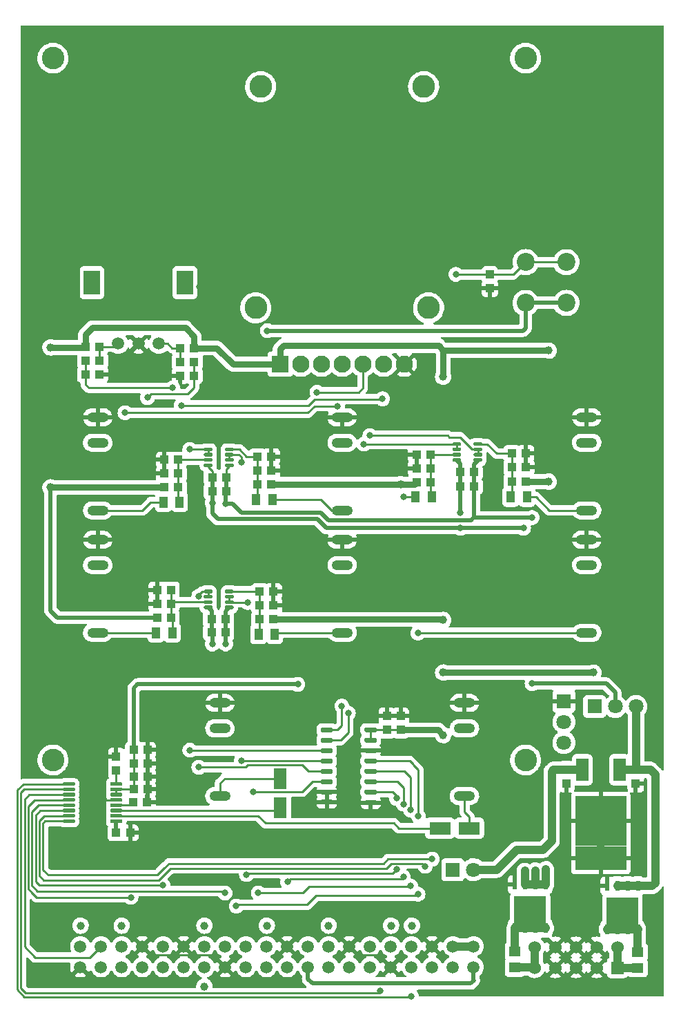
<source format=gtl>
%TF.GenerationSoftware,KiCad,Pcbnew,6.0.10-86aedd382b~118~ubuntu22.04.1*%
%TF.CreationDate,2023-01-11T08:47:54-08:00*%
%TF.ProjectId,shield,73686965-6c64-42e6-9b69-6361645f7063,rev?*%
%TF.SameCoordinates,Original*%
%TF.FileFunction,Copper,L1,Top*%
%TF.FilePolarity,Positive*%
%FSLAX46Y46*%
G04 Gerber Fmt 4.6, Leading zero omitted, Abs format (unit mm)*
G04 Created by KiCad (PCBNEW 6.0.10-86aedd382b~118~ubuntu22.04.1) date 2023-01-11 08:47:54*
%MOMM*%
%LPD*%
G01*
G04 APERTURE LIST*
%TA.AperFunction,WasherPad*%
%ADD10C,2.760000*%
%TD*%
%TA.AperFunction,SMDPad,CuDef*%
%ADD11R,1.600000X2.600000*%
%TD*%
%TA.AperFunction,ComponentPad*%
%ADD12O,2.600000X1.200000*%
%TD*%
%TA.AperFunction,SMDPad,CuDef*%
%ADD13R,1.100000X1.000000*%
%TD*%
%TA.AperFunction,ComponentPad*%
%ADD14R,1.800000X1.800000*%
%TD*%
%TA.AperFunction,ComponentPad*%
%ADD15C,1.800000*%
%TD*%
%TA.AperFunction,SMDPad,CuDef*%
%ADD16R,1.000000X1.100000*%
%TD*%
%TA.AperFunction,SMDPad,CuDef*%
%ADD17R,0.610000X1.270000*%
%TD*%
%TA.AperFunction,SMDPad,CuDef*%
%ADD18R,3.910000X3.750000*%
%TD*%
%TA.AperFunction,WasherPad*%
%ADD19C,2.800000*%
%TD*%
%TA.AperFunction,ComponentPad*%
%ADD20R,2.100000X2.100000*%
%TD*%
%TA.AperFunction,ComponentPad*%
%ADD21C,2.100000*%
%TD*%
%TA.AperFunction,SMDPad,CuDef*%
%ADD22R,1.470000X1.285000*%
%TD*%
%TA.AperFunction,SMDPad,CuDef*%
%ADD23R,1.000000X1.450000*%
%TD*%
%TA.AperFunction,SMDPad,CuDef*%
%ADD24R,1.500000X2.800000*%
%TD*%
%TA.AperFunction,ComponentPad*%
%ADD25C,1.000000*%
%TD*%
%TA.AperFunction,SMDPad,CuDef*%
%ADD26R,6.300000X6.100000*%
%TD*%
%TA.AperFunction,SMDPad,CuDef*%
%ADD27R,6.300000X3.000000*%
%TD*%
%TA.AperFunction,SMDPad,CuDef*%
%ADD28R,2.600000X1.600000*%
%TD*%
%TA.AperFunction,ComponentPad*%
%ADD29R,2.000000X3.000000*%
%TD*%
%TA.AperFunction,ComponentPad*%
%ADD30C,1.500000*%
%TD*%
%TA.AperFunction,ComponentPad*%
%ADD31C,2.200000*%
%TD*%
%TA.AperFunction,ComponentPad*%
%ADD32R,1.524000X1.524000*%
%TD*%
%TA.AperFunction,ComponentPad*%
%ADD33C,1.524000*%
%TD*%
%TA.AperFunction,ViaPad*%
%ADD34C,0.800000*%
%TD*%
%TA.AperFunction,ViaPad*%
%ADD35C,1.000000*%
%TD*%
%TA.AperFunction,Conductor*%
%ADD36C,0.250000*%
%TD*%
%TA.AperFunction,Conductor*%
%ADD37C,0.500000*%
%TD*%
%TA.AperFunction,Conductor*%
%ADD38C,0.800000*%
%TD*%
%TA.AperFunction,Conductor*%
%ADD39C,1.000000*%
%TD*%
G04 APERTURE END LIST*
D10*
X82500000Y-130500000D03*
X24500000Y-44500000D03*
X24500000Y-130500000D03*
X82500000Y-44500000D03*
D11*
X52420000Y-132760000D03*
X52420000Y-136360000D03*
D12*
X45000000Y-123520000D03*
X45000000Y-126620000D03*
X45000000Y-134920000D03*
D13*
X69115000Y-93070000D03*
X70815000Y-93070000D03*
X34395000Y-129282500D03*
X36095000Y-129282500D03*
X28520000Y-83260000D03*
X30220000Y-83260000D03*
X38990000Y-113045000D03*
X37290000Y-113045000D03*
X76180000Y-95250000D03*
X74480000Y-95250000D03*
X30220000Y-81570000D03*
X28520000Y-81570000D03*
%TA.AperFunction,SMDPad,CuDef*%
G36*
G01*
X31520000Y-133562500D02*
X31520000Y-133337500D01*
G75*
G02*
X31632500Y-133225000I112500J0D01*
G01*
X32907500Y-133225000D01*
G75*
G02*
X33020000Y-133337500I0J-112500D01*
G01*
X33020000Y-133562500D01*
G75*
G02*
X32907500Y-133675000I-112500J0D01*
G01*
X31632500Y-133675000D01*
G75*
G02*
X31520000Y-133562500I0J112500D01*
G01*
G37*
%TD.AperFunction*%
%TA.AperFunction,SMDPad,CuDef*%
G36*
G01*
X31520000Y-134212500D02*
X31520000Y-133987500D01*
G75*
G02*
X31632500Y-133875000I112500J0D01*
G01*
X32907500Y-133875000D01*
G75*
G02*
X33020000Y-133987500I0J-112500D01*
G01*
X33020000Y-134212500D01*
G75*
G02*
X32907500Y-134325000I-112500J0D01*
G01*
X31632500Y-134325000D01*
G75*
G02*
X31520000Y-134212500I0J112500D01*
G01*
G37*
%TD.AperFunction*%
%TA.AperFunction,SMDPad,CuDef*%
G36*
G01*
X31520000Y-134862500D02*
X31520000Y-134637500D01*
G75*
G02*
X31632500Y-134525000I112500J0D01*
G01*
X32907500Y-134525000D01*
G75*
G02*
X33020000Y-134637500I0J-112500D01*
G01*
X33020000Y-134862500D01*
G75*
G02*
X32907500Y-134975000I-112500J0D01*
G01*
X31632500Y-134975000D01*
G75*
G02*
X31520000Y-134862500I0J112500D01*
G01*
G37*
%TD.AperFunction*%
%TA.AperFunction,SMDPad,CuDef*%
G36*
G01*
X31520000Y-135512500D02*
X31520000Y-135287500D01*
G75*
G02*
X31632500Y-135175000I112500J0D01*
G01*
X32907500Y-135175000D01*
G75*
G02*
X33020000Y-135287500I0J-112500D01*
G01*
X33020000Y-135512500D01*
G75*
G02*
X32907500Y-135625000I-112500J0D01*
G01*
X31632500Y-135625000D01*
G75*
G02*
X31520000Y-135512500I0J112500D01*
G01*
G37*
%TD.AperFunction*%
%TA.AperFunction,SMDPad,CuDef*%
G36*
G01*
X31520000Y-136162500D02*
X31520000Y-135937500D01*
G75*
G02*
X31632500Y-135825000I112500J0D01*
G01*
X32907500Y-135825000D01*
G75*
G02*
X33020000Y-135937500I0J-112500D01*
G01*
X33020000Y-136162500D01*
G75*
G02*
X32907500Y-136275000I-112500J0D01*
G01*
X31632500Y-136275000D01*
G75*
G02*
X31520000Y-136162500I0J112500D01*
G01*
G37*
%TD.AperFunction*%
%TA.AperFunction,SMDPad,CuDef*%
G36*
G01*
X31520000Y-136812500D02*
X31520000Y-136587500D01*
G75*
G02*
X31632500Y-136475000I112500J0D01*
G01*
X32907500Y-136475000D01*
G75*
G02*
X33020000Y-136587500I0J-112500D01*
G01*
X33020000Y-136812500D01*
G75*
G02*
X32907500Y-136925000I-112500J0D01*
G01*
X31632500Y-136925000D01*
G75*
G02*
X31520000Y-136812500I0J112500D01*
G01*
G37*
%TD.AperFunction*%
%TA.AperFunction,SMDPad,CuDef*%
G36*
G01*
X31520000Y-137462500D02*
X31520000Y-137237500D01*
G75*
G02*
X31632500Y-137125000I112500J0D01*
G01*
X32907500Y-137125000D01*
G75*
G02*
X33020000Y-137237500I0J-112500D01*
G01*
X33020000Y-137462500D01*
G75*
G02*
X32907500Y-137575000I-112500J0D01*
G01*
X31632500Y-137575000D01*
G75*
G02*
X31520000Y-137462500I0J112500D01*
G01*
G37*
%TD.AperFunction*%
%TA.AperFunction,SMDPad,CuDef*%
G36*
G01*
X31520000Y-138112500D02*
X31520000Y-137887500D01*
G75*
G02*
X31632500Y-137775000I112500J0D01*
G01*
X32907500Y-137775000D01*
G75*
G02*
X33020000Y-137887500I0J-112500D01*
G01*
X33020000Y-138112500D01*
G75*
G02*
X32907500Y-138225000I-112500J0D01*
G01*
X31632500Y-138225000D01*
G75*
G02*
X31520000Y-138112500I0J112500D01*
G01*
G37*
%TD.AperFunction*%
%TA.AperFunction,SMDPad,CuDef*%
G36*
G01*
X25720000Y-138112500D02*
X25720000Y-137887500D01*
G75*
G02*
X25832500Y-137775000I112500J0D01*
G01*
X27107500Y-137775000D01*
G75*
G02*
X27220000Y-137887500I0J-112500D01*
G01*
X27220000Y-138112500D01*
G75*
G02*
X27107500Y-138225000I-112500J0D01*
G01*
X25832500Y-138225000D01*
G75*
G02*
X25720000Y-138112500I0J112500D01*
G01*
G37*
%TD.AperFunction*%
%TA.AperFunction,SMDPad,CuDef*%
G36*
G01*
X25720000Y-137462500D02*
X25720000Y-137237500D01*
G75*
G02*
X25832500Y-137125000I112500J0D01*
G01*
X27107500Y-137125000D01*
G75*
G02*
X27220000Y-137237500I0J-112500D01*
G01*
X27220000Y-137462500D01*
G75*
G02*
X27107500Y-137575000I-112500J0D01*
G01*
X25832500Y-137575000D01*
G75*
G02*
X25720000Y-137462500I0J112500D01*
G01*
G37*
%TD.AperFunction*%
%TA.AperFunction,SMDPad,CuDef*%
G36*
G01*
X25720000Y-136812500D02*
X25720000Y-136587500D01*
G75*
G02*
X25832500Y-136475000I112500J0D01*
G01*
X27107500Y-136475000D01*
G75*
G02*
X27220000Y-136587500I0J-112500D01*
G01*
X27220000Y-136812500D01*
G75*
G02*
X27107500Y-136925000I-112500J0D01*
G01*
X25832500Y-136925000D01*
G75*
G02*
X25720000Y-136812500I0J112500D01*
G01*
G37*
%TD.AperFunction*%
%TA.AperFunction,SMDPad,CuDef*%
G36*
G01*
X25720000Y-136162500D02*
X25720000Y-135937500D01*
G75*
G02*
X25832500Y-135825000I112500J0D01*
G01*
X27107500Y-135825000D01*
G75*
G02*
X27220000Y-135937500I0J-112500D01*
G01*
X27220000Y-136162500D01*
G75*
G02*
X27107500Y-136275000I-112500J0D01*
G01*
X25832500Y-136275000D01*
G75*
G02*
X25720000Y-136162500I0J112500D01*
G01*
G37*
%TD.AperFunction*%
%TA.AperFunction,SMDPad,CuDef*%
G36*
G01*
X25720000Y-135512500D02*
X25720000Y-135287500D01*
G75*
G02*
X25832500Y-135175000I112500J0D01*
G01*
X27107500Y-135175000D01*
G75*
G02*
X27220000Y-135287500I0J-112500D01*
G01*
X27220000Y-135512500D01*
G75*
G02*
X27107500Y-135625000I-112500J0D01*
G01*
X25832500Y-135625000D01*
G75*
G02*
X25720000Y-135512500I0J112500D01*
G01*
G37*
%TD.AperFunction*%
%TA.AperFunction,SMDPad,CuDef*%
G36*
G01*
X25720000Y-134862500D02*
X25720000Y-134637500D01*
G75*
G02*
X25832500Y-134525000I112500J0D01*
G01*
X27107500Y-134525000D01*
G75*
G02*
X27220000Y-134637500I0J-112500D01*
G01*
X27220000Y-134862500D01*
G75*
G02*
X27107500Y-134975000I-112500J0D01*
G01*
X25832500Y-134975000D01*
G75*
G02*
X25720000Y-134862500I0J112500D01*
G01*
G37*
%TD.AperFunction*%
%TA.AperFunction,SMDPad,CuDef*%
G36*
G01*
X25720000Y-134212500D02*
X25720000Y-133987500D01*
G75*
G02*
X25832500Y-133875000I112500J0D01*
G01*
X27107500Y-133875000D01*
G75*
G02*
X27220000Y-133987500I0J-112500D01*
G01*
X27220000Y-134212500D01*
G75*
G02*
X27107500Y-134325000I-112500J0D01*
G01*
X25832500Y-134325000D01*
G75*
G02*
X25720000Y-134212500I0J112500D01*
G01*
G37*
%TD.AperFunction*%
%TA.AperFunction,SMDPad,CuDef*%
G36*
G01*
X25720000Y-133562500D02*
X25720000Y-133337500D01*
G75*
G02*
X25832500Y-133225000I112500J0D01*
G01*
X27107500Y-133225000D01*
G75*
G02*
X27220000Y-133337500I0J-112500D01*
G01*
X27220000Y-133562500D01*
G75*
G02*
X27107500Y-133675000I-112500J0D01*
G01*
X25832500Y-133675000D01*
G75*
G02*
X25720000Y-133562500I0J112500D01*
G01*
G37*
%TD.AperFunction*%
D14*
X87200000Y-123290000D03*
D15*
X87200000Y-125830000D03*
X87200000Y-128370000D03*
D13*
X41830000Y-83410000D03*
X40130000Y-83410000D03*
D16*
X32270000Y-131757500D03*
X32270000Y-130057500D03*
D13*
X34395000Y-132507500D03*
X36095000Y-132507500D03*
D17*
X96285000Y-145917500D03*
X95015000Y-145917500D03*
X93745000Y-145917500D03*
X92475000Y-145917500D03*
X92475000Y-151257500D03*
X93745000Y-151257500D03*
X95015000Y-151257500D03*
D18*
X94380000Y-149247500D03*
D17*
X96285000Y-151257500D03*
D19*
X49400000Y-75100000D03*
X70600000Y-75100000D03*
X70000000Y-48000000D03*
X50000000Y-48000000D03*
D20*
X52380000Y-82000000D03*
D21*
X54920000Y-82000000D03*
X57460000Y-82000000D03*
X60000000Y-82000000D03*
X62540000Y-82000000D03*
X65080000Y-82000000D03*
X67620000Y-82000000D03*
D22*
X96260000Y-154037000D03*
X96260000Y-155983000D03*
D13*
X51300000Y-93325000D03*
X49600000Y-93325000D03*
D22*
X81200000Y-153977000D03*
X81200000Y-155923000D03*
D16*
X65470000Y-126818000D03*
X65470000Y-125118000D03*
D23*
X49450000Y-98560000D03*
X51450000Y-98560000D03*
D16*
X87500000Y-131700000D03*
X87500000Y-133400000D03*
D13*
X30210000Y-79880000D03*
X28510000Y-79880000D03*
X51575000Y-109845000D03*
X49875000Y-109845000D03*
D14*
X90960000Y-123950000D03*
D15*
X93500000Y-123950000D03*
X96040000Y-123950000D03*
D13*
X39890000Y-97100000D03*
X38190000Y-97100000D03*
D12*
X60000000Y-88520000D03*
X60000000Y-91620000D03*
X60000000Y-99920000D03*
X60000000Y-103520000D03*
X60000000Y-106620000D03*
X60000000Y-114920000D03*
D13*
X70825000Y-96450000D03*
X69125000Y-96450000D03*
X32270000Y-139432500D03*
X33970000Y-139432500D03*
D23*
X80680000Y-98255000D03*
X82680000Y-98255000D03*
D24*
X94026000Y-131700000D03*
D25*
X92490000Y-143150000D03*
D26*
X91740000Y-137950000D03*
D25*
X89490000Y-143150000D03*
X90990000Y-140150000D03*
X92490000Y-140150000D03*
X90990000Y-143150000D03*
X89490000Y-141650000D03*
X93990000Y-140150000D03*
X93990000Y-143150000D03*
X93990000Y-141650000D03*
X92490000Y-141650000D03*
X90990000Y-141650000D03*
X89490000Y-140150000D03*
D27*
X91740000Y-142500000D03*
D24*
X89454000Y-131700000D03*
D12*
X90000000Y-88520000D03*
X90000000Y-91620000D03*
X90000000Y-99920000D03*
D14*
X73580000Y-143950000D03*
D15*
X76120000Y-143950000D03*
D13*
X69115000Y-94760000D03*
X70815000Y-94760000D03*
X45750000Y-97580000D03*
X44050000Y-97580000D03*
D28*
X75600000Y-138860000D03*
X72000000Y-138860000D03*
%TA.AperFunction,SMDPad,CuDef*%
G36*
G01*
X43025000Y-92557500D02*
X43025000Y-92332500D01*
G75*
G02*
X43137500Y-92220000I112500J0D01*
G01*
X43962500Y-92220000D01*
G75*
G02*
X44075000Y-92332500I0J-112500D01*
G01*
X44075000Y-92557500D01*
G75*
G02*
X43962500Y-92670000I-112500J0D01*
G01*
X43137500Y-92670000D01*
G75*
G02*
X43025000Y-92557500I0J112500D01*
G01*
G37*
%TD.AperFunction*%
%TA.AperFunction,SMDPad,CuDef*%
G36*
G01*
X43025000Y-93207500D02*
X43025000Y-92982500D01*
G75*
G02*
X43137500Y-92870000I112500J0D01*
G01*
X43962500Y-92870000D01*
G75*
G02*
X44075000Y-92982500I0J-112500D01*
G01*
X44075000Y-93207500D01*
G75*
G02*
X43962500Y-93320000I-112500J0D01*
G01*
X43137500Y-93320000D01*
G75*
G02*
X43025000Y-93207500I0J112500D01*
G01*
G37*
%TD.AperFunction*%
%TA.AperFunction,SMDPad,CuDef*%
G36*
G01*
X43025000Y-93857500D02*
X43025000Y-93632500D01*
G75*
G02*
X43137500Y-93520000I112500J0D01*
G01*
X43962500Y-93520000D01*
G75*
G02*
X44075000Y-93632500I0J-112500D01*
G01*
X44075000Y-93857500D01*
G75*
G02*
X43962500Y-93970000I-112500J0D01*
G01*
X43137500Y-93970000D01*
G75*
G02*
X43025000Y-93857500I0J112500D01*
G01*
G37*
%TD.AperFunction*%
%TA.AperFunction,SMDPad,CuDef*%
G36*
G01*
X43025000Y-94507500D02*
X43025000Y-94282500D01*
G75*
G02*
X43137500Y-94170000I112500J0D01*
G01*
X43962500Y-94170000D01*
G75*
G02*
X44075000Y-94282500I0J-112500D01*
G01*
X44075000Y-94507500D01*
G75*
G02*
X43962500Y-94620000I-112500J0D01*
G01*
X43137500Y-94620000D01*
G75*
G02*
X43025000Y-94507500I0J112500D01*
G01*
G37*
%TD.AperFunction*%
%TA.AperFunction,SMDPad,CuDef*%
G36*
G01*
X45625000Y-92557500D02*
X45625000Y-92332500D01*
G75*
G02*
X45737500Y-92220000I112500J0D01*
G01*
X46562500Y-92220000D01*
G75*
G02*
X46675000Y-92332500I0J-112500D01*
G01*
X46675000Y-92557500D01*
G75*
G02*
X46562500Y-92670000I-112500J0D01*
G01*
X45737500Y-92670000D01*
G75*
G02*
X45625000Y-92557500I0J112500D01*
G01*
G37*
%TD.AperFunction*%
%TA.AperFunction,SMDPad,CuDef*%
G36*
G01*
X45625000Y-93207500D02*
X45625000Y-92982500D01*
G75*
G02*
X45737500Y-92870000I112500J0D01*
G01*
X46562500Y-92870000D01*
G75*
G02*
X46675000Y-92982500I0J-112500D01*
G01*
X46675000Y-93207500D01*
G75*
G02*
X46562500Y-93320000I-112500J0D01*
G01*
X45737500Y-93320000D01*
G75*
G02*
X45625000Y-93207500I0J112500D01*
G01*
G37*
%TD.AperFunction*%
%TA.AperFunction,SMDPad,CuDef*%
G36*
G01*
X45625000Y-93857500D02*
X45625000Y-93632500D01*
G75*
G02*
X45737500Y-93520000I112500J0D01*
G01*
X46562500Y-93520000D01*
G75*
G02*
X46675000Y-93632500I0J-112500D01*
G01*
X46675000Y-93857500D01*
G75*
G02*
X46562500Y-93970000I-112500J0D01*
G01*
X45737500Y-93970000D01*
G75*
G02*
X45625000Y-93857500I0J112500D01*
G01*
G37*
%TD.AperFunction*%
%TA.AperFunction,SMDPad,CuDef*%
G36*
G01*
X45625000Y-94507500D02*
X45625000Y-94282500D01*
G75*
G02*
X45737500Y-94170000I112500J0D01*
G01*
X46562500Y-94170000D01*
G75*
G02*
X46675000Y-94282500I0J-112500D01*
G01*
X46675000Y-94507500D01*
G75*
G02*
X46562500Y-94620000I-112500J0D01*
G01*
X45737500Y-94620000D01*
G75*
G02*
X45625000Y-94507500I0J112500D01*
G01*
G37*
%TD.AperFunction*%
D12*
X30000000Y-88520000D03*
X30000000Y-91620000D03*
X30000000Y-99920000D03*
D13*
X51575000Y-111555000D03*
X49875000Y-111555000D03*
X49875000Y-113265000D03*
X51575000Y-113265000D03*
D16*
X78110000Y-71030000D03*
X78110000Y-72730000D03*
D23*
X39150000Y-114900000D03*
X37150000Y-114900000D03*
D12*
X75000000Y-123520000D03*
X75000000Y-126620000D03*
X75000000Y-134920000D03*
X30000000Y-103520000D03*
X30000000Y-106620000D03*
X30000000Y-114920000D03*
%TA.AperFunction,SMDPad,CuDef*%
G36*
G01*
X43025000Y-109967500D02*
X43025000Y-109742500D01*
G75*
G02*
X43137500Y-109630000I112500J0D01*
G01*
X43962500Y-109630000D01*
G75*
G02*
X44075000Y-109742500I0J-112500D01*
G01*
X44075000Y-109967500D01*
G75*
G02*
X43962500Y-110080000I-112500J0D01*
G01*
X43137500Y-110080000D01*
G75*
G02*
X43025000Y-109967500I0J112500D01*
G01*
G37*
%TD.AperFunction*%
%TA.AperFunction,SMDPad,CuDef*%
G36*
G01*
X43025000Y-110617500D02*
X43025000Y-110392500D01*
G75*
G02*
X43137500Y-110280000I112500J0D01*
G01*
X43962500Y-110280000D01*
G75*
G02*
X44075000Y-110392500I0J-112500D01*
G01*
X44075000Y-110617500D01*
G75*
G02*
X43962500Y-110730000I-112500J0D01*
G01*
X43137500Y-110730000D01*
G75*
G02*
X43025000Y-110617500I0J112500D01*
G01*
G37*
%TD.AperFunction*%
%TA.AperFunction,SMDPad,CuDef*%
G36*
G01*
X43025000Y-111267500D02*
X43025000Y-111042500D01*
G75*
G02*
X43137500Y-110930000I112500J0D01*
G01*
X43962500Y-110930000D01*
G75*
G02*
X44075000Y-111042500I0J-112500D01*
G01*
X44075000Y-111267500D01*
G75*
G02*
X43962500Y-111380000I-112500J0D01*
G01*
X43137500Y-111380000D01*
G75*
G02*
X43025000Y-111267500I0J112500D01*
G01*
G37*
%TD.AperFunction*%
%TA.AperFunction,SMDPad,CuDef*%
G36*
G01*
X43025000Y-111917500D02*
X43025000Y-111692500D01*
G75*
G02*
X43137500Y-111580000I112500J0D01*
G01*
X43962500Y-111580000D01*
G75*
G02*
X44075000Y-111692500I0J-112500D01*
G01*
X44075000Y-111917500D01*
G75*
G02*
X43962500Y-112030000I-112500J0D01*
G01*
X43137500Y-112030000D01*
G75*
G02*
X43025000Y-111917500I0J112500D01*
G01*
G37*
%TD.AperFunction*%
%TA.AperFunction,SMDPad,CuDef*%
G36*
G01*
X45625000Y-109967500D02*
X45625000Y-109742500D01*
G75*
G02*
X45737500Y-109630000I112500J0D01*
G01*
X46562500Y-109630000D01*
G75*
G02*
X46675000Y-109742500I0J-112500D01*
G01*
X46675000Y-109967500D01*
G75*
G02*
X46562500Y-110080000I-112500J0D01*
G01*
X45737500Y-110080000D01*
G75*
G02*
X45625000Y-109967500I0J112500D01*
G01*
G37*
%TD.AperFunction*%
%TA.AperFunction,SMDPad,CuDef*%
G36*
G01*
X45625000Y-110617500D02*
X45625000Y-110392500D01*
G75*
G02*
X45737500Y-110280000I112500J0D01*
G01*
X46562500Y-110280000D01*
G75*
G02*
X46675000Y-110392500I0J-112500D01*
G01*
X46675000Y-110617500D01*
G75*
G02*
X46562500Y-110730000I-112500J0D01*
G01*
X45737500Y-110730000D01*
G75*
G02*
X45625000Y-110617500I0J112500D01*
G01*
G37*
%TD.AperFunction*%
%TA.AperFunction,SMDPad,CuDef*%
G36*
G01*
X45625000Y-111267500D02*
X45625000Y-111042500D01*
G75*
G02*
X45737500Y-110930000I112500J0D01*
G01*
X46562500Y-110930000D01*
G75*
G02*
X46675000Y-111042500I0J-112500D01*
G01*
X46675000Y-111267500D01*
G75*
G02*
X46562500Y-111380000I-112500J0D01*
G01*
X45737500Y-111380000D01*
G75*
G02*
X45625000Y-111267500I0J112500D01*
G01*
G37*
%TD.AperFunction*%
%TA.AperFunction,SMDPad,CuDef*%
G36*
G01*
X45625000Y-111917500D02*
X45625000Y-111692500D01*
G75*
G02*
X45737500Y-111580000I112500J0D01*
G01*
X46562500Y-111580000D01*
G75*
G02*
X46675000Y-111692500I0J-112500D01*
G01*
X46675000Y-111917500D01*
G75*
G02*
X46562500Y-112030000I-112500J0D01*
G01*
X45737500Y-112030000D01*
G75*
G02*
X45625000Y-111917500I0J112500D01*
G01*
G37*
%TD.AperFunction*%
D23*
X70975000Y-98250000D03*
X68975000Y-98250000D03*
D13*
X38190000Y-95410000D03*
X39890000Y-95410000D03*
X45760000Y-95880000D03*
X44060000Y-95880000D03*
X34395000Y-130907500D03*
X36095000Y-130907500D03*
X37290000Y-109645000D03*
X38990000Y-109645000D03*
D29*
X40700000Y-72000000D03*
X29300000Y-72000000D03*
D30*
X32500000Y-79500000D03*
X35000000Y-79500000D03*
X37500000Y-79500000D03*
D23*
X40050000Y-98900000D03*
X38050000Y-98900000D03*
D13*
X40120000Y-80020000D03*
X41820000Y-80020000D03*
X37290000Y-111345000D03*
X38990000Y-111345000D03*
X38190000Y-93720000D03*
X39890000Y-93720000D03*
X41830000Y-81720000D03*
X40130000Y-81720000D03*
%TA.AperFunction,SMDPad,CuDef*%
G36*
G01*
X57350000Y-126955000D02*
X57350000Y-126655000D01*
G75*
G02*
X57500000Y-126505000I150000J0D01*
G01*
X58700000Y-126505000D01*
G75*
G02*
X58850000Y-126655000I0J-150000D01*
G01*
X58850000Y-126955000D01*
G75*
G02*
X58700000Y-127105000I-150000J0D01*
G01*
X57500000Y-127105000D01*
G75*
G02*
X57350000Y-126955000I0J150000D01*
G01*
G37*
%TD.AperFunction*%
%TA.AperFunction,SMDPad,CuDef*%
G36*
G01*
X57350000Y-128225000D02*
X57350000Y-127925000D01*
G75*
G02*
X57500000Y-127775000I150000J0D01*
G01*
X58700000Y-127775000D01*
G75*
G02*
X58850000Y-127925000I0J-150000D01*
G01*
X58850000Y-128225000D01*
G75*
G02*
X58700000Y-128375000I-150000J0D01*
G01*
X57500000Y-128375000D01*
G75*
G02*
X57350000Y-128225000I0J150000D01*
G01*
G37*
%TD.AperFunction*%
%TA.AperFunction,SMDPad,CuDef*%
G36*
G01*
X57350000Y-129495000D02*
X57350000Y-129195000D01*
G75*
G02*
X57500000Y-129045000I150000J0D01*
G01*
X58700000Y-129045000D01*
G75*
G02*
X58850000Y-129195000I0J-150000D01*
G01*
X58850000Y-129495000D01*
G75*
G02*
X58700000Y-129645000I-150000J0D01*
G01*
X57500000Y-129645000D01*
G75*
G02*
X57350000Y-129495000I0J150000D01*
G01*
G37*
%TD.AperFunction*%
%TA.AperFunction,SMDPad,CuDef*%
G36*
G01*
X57350000Y-130765000D02*
X57350000Y-130465000D01*
G75*
G02*
X57500000Y-130315000I150000J0D01*
G01*
X58700000Y-130315000D01*
G75*
G02*
X58850000Y-130465000I0J-150000D01*
G01*
X58850000Y-130765000D01*
G75*
G02*
X58700000Y-130915000I-150000J0D01*
G01*
X57500000Y-130915000D01*
G75*
G02*
X57350000Y-130765000I0J150000D01*
G01*
G37*
%TD.AperFunction*%
%TA.AperFunction,SMDPad,CuDef*%
G36*
G01*
X57350000Y-132035000D02*
X57350000Y-131735000D01*
G75*
G02*
X57500000Y-131585000I150000J0D01*
G01*
X58700000Y-131585000D01*
G75*
G02*
X58850000Y-131735000I0J-150000D01*
G01*
X58850000Y-132035000D01*
G75*
G02*
X58700000Y-132185000I-150000J0D01*
G01*
X57500000Y-132185000D01*
G75*
G02*
X57350000Y-132035000I0J150000D01*
G01*
G37*
%TD.AperFunction*%
%TA.AperFunction,SMDPad,CuDef*%
G36*
G01*
X57350000Y-133305000D02*
X57350000Y-133005000D01*
G75*
G02*
X57500000Y-132855000I150000J0D01*
G01*
X58700000Y-132855000D01*
G75*
G02*
X58850000Y-133005000I0J-150000D01*
G01*
X58850000Y-133305000D01*
G75*
G02*
X58700000Y-133455000I-150000J0D01*
G01*
X57500000Y-133455000D01*
G75*
G02*
X57350000Y-133305000I0J150000D01*
G01*
G37*
%TD.AperFunction*%
%TA.AperFunction,SMDPad,CuDef*%
G36*
G01*
X57350000Y-134575000D02*
X57350000Y-134275000D01*
G75*
G02*
X57500000Y-134125000I150000J0D01*
G01*
X58700000Y-134125000D01*
G75*
G02*
X58850000Y-134275000I0J-150000D01*
G01*
X58850000Y-134575000D01*
G75*
G02*
X58700000Y-134725000I-150000J0D01*
G01*
X57500000Y-134725000D01*
G75*
G02*
X57350000Y-134575000I0J150000D01*
G01*
G37*
%TD.AperFunction*%
%TA.AperFunction,SMDPad,CuDef*%
G36*
G01*
X57350000Y-135825000D02*
X57350000Y-135525000D01*
G75*
G02*
X57500000Y-135375000I150000J0D01*
G01*
X58700000Y-135375000D01*
G75*
G02*
X58850000Y-135525000I0J-150000D01*
G01*
X58850000Y-135825000D01*
G75*
G02*
X58700000Y-135975000I-150000J0D01*
G01*
X57500000Y-135975000D01*
G75*
G02*
X57350000Y-135825000I0J150000D01*
G01*
G37*
%TD.AperFunction*%
%TA.AperFunction,SMDPad,CuDef*%
G36*
G01*
X62750000Y-135875000D02*
X62750000Y-135575000D01*
G75*
G02*
X62900000Y-135425000I150000J0D01*
G01*
X64100000Y-135425000D01*
G75*
G02*
X64250000Y-135575000I0J-150000D01*
G01*
X64250000Y-135875000D01*
G75*
G02*
X64100000Y-136025000I-150000J0D01*
G01*
X62900000Y-136025000D01*
G75*
G02*
X62750000Y-135875000I0J150000D01*
G01*
G37*
%TD.AperFunction*%
%TA.AperFunction,SMDPad,CuDef*%
G36*
G01*
X62750000Y-134575000D02*
X62750000Y-134275000D01*
G75*
G02*
X62900000Y-134125000I150000J0D01*
G01*
X64100000Y-134125000D01*
G75*
G02*
X64250000Y-134275000I0J-150000D01*
G01*
X64250000Y-134575000D01*
G75*
G02*
X64100000Y-134725000I-150000J0D01*
G01*
X62900000Y-134725000D01*
G75*
G02*
X62750000Y-134575000I0J150000D01*
G01*
G37*
%TD.AperFunction*%
%TA.AperFunction,SMDPad,CuDef*%
G36*
G01*
X62750000Y-133305000D02*
X62750000Y-133005000D01*
G75*
G02*
X62900000Y-132855000I150000J0D01*
G01*
X64100000Y-132855000D01*
G75*
G02*
X64250000Y-133005000I0J-150000D01*
G01*
X64250000Y-133305000D01*
G75*
G02*
X64100000Y-133455000I-150000J0D01*
G01*
X62900000Y-133455000D01*
G75*
G02*
X62750000Y-133305000I0J150000D01*
G01*
G37*
%TD.AperFunction*%
%TA.AperFunction,SMDPad,CuDef*%
G36*
G01*
X62750000Y-132035000D02*
X62750000Y-131735000D01*
G75*
G02*
X62900000Y-131585000I150000J0D01*
G01*
X64100000Y-131585000D01*
G75*
G02*
X64250000Y-131735000I0J-150000D01*
G01*
X64250000Y-132035000D01*
G75*
G02*
X64100000Y-132185000I-150000J0D01*
G01*
X62900000Y-132185000D01*
G75*
G02*
X62750000Y-132035000I0J150000D01*
G01*
G37*
%TD.AperFunction*%
%TA.AperFunction,SMDPad,CuDef*%
G36*
G01*
X62750000Y-130765000D02*
X62750000Y-130465000D01*
G75*
G02*
X62900000Y-130315000I150000J0D01*
G01*
X64100000Y-130315000D01*
G75*
G02*
X64250000Y-130465000I0J-150000D01*
G01*
X64250000Y-130765000D01*
G75*
G02*
X64100000Y-130915000I-150000J0D01*
G01*
X62900000Y-130915000D01*
G75*
G02*
X62750000Y-130765000I0J150000D01*
G01*
G37*
%TD.AperFunction*%
%TA.AperFunction,SMDPad,CuDef*%
G36*
G01*
X62750000Y-129495000D02*
X62750000Y-129195000D01*
G75*
G02*
X62900000Y-129045000I150000J0D01*
G01*
X64100000Y-129045000D01*
G75*
G02*
X64250000Y-129195000I0J-150000D01*
G01*
X64250000Y-129495000D01*
G75*
G02*
X64100000Y-129645000I-150000J0D01*
G01*
X62900000Y-129645000D01*
G75*
G02*
X62750000Y-129495000I0J150000D01*
G01*
G37*
%TD.AperFunction*%
%TA.AperFunction,SMDPad,CuDef*%
G36*
G01*
X62750000Y-128225000D02*
X62750000Y-127925000D01*
G75*
G02*
X62900000Y-127775000I150000J0D01*
G01*
X64100000Y-127775000D01*
G75*
G02*
X64250000Y-127925000I0J-150000D01*
G01*
X64250000Y-128225000D01*
G75*
G02*
X64100000Y-128375000I-150000J0D01*
G01*
X62900000Y-128375000D01*
G75*
G02*
X62750000Y-128225000I0J150000D01*
G01*
G37*
%TD.AperFunction*%
%TA.AperFunction,SMDPad,CuDef*%
G36*
G01*
X62750000Y-126955000D02*
X62750000Y-126655000D01*
G75*
G02*
X62900000Y-126505000I150000J0D01*
G01*
X64100000Y-126505000D01*
G75*
G02*
X64250000Y-126655000I0J-150000D01*
G01*
X64250000Y-126955000D01*
G75*
G02*
X64100000Y-127105000I-150000J0D01*
G01*
X62900000Y-127105000D01*
G75*
G02*
X62750000Y-126955000I0J150000D01*
G01*
G37*
%TD.AperFunction*%
X82525000Y-92950000D03*
X80825000Y-92950000D03*
X45680000Y-113275000D03*
X43980000Y-113275000D03*
D16*
X67180000Y-126818000D03*
X67180000Y-125118000D03*
D13*
X49590000Y-96715000D03*
X51290000Y-96715000D03*
D17*
X84975000Y-145767500D03*
X83705000Y-145767500D03*
X82435000Y-145767500D03*
X81165000Y-145767500D03*
X81165000Y-151107500D03*
X82435000Y-151107500D03*
X83705000Y-151107500D03*
D18*
X83070000Y-149097500D03*
D17*
X84975000Y-151107500D03*
D13*
X36070000Y-135707500D03*
X34370000Y-135707500D03*
X45680000Y-114860000D03*
X43980000Y-114860000D03*
D31*
X82500000Y-69500000D03*
X87500000Y-69500000D03*
X82500000Y-74500000D03*
X87500000Y-74500000D03*
D13*
X34395000Y-134107500D03*
X36095000Y-134107500D03*
X82535000Y-94650000D03*
X80835000Y-94650000D03*
%TA.AperFunction,SMDPad,CuDef*%
G36*
G01*
X73525000Y-91907500D02*
X73525000Y-91682500D01*
G75*
G02*
X73637500Y-91570000I112500J0D01*
G01*
X74462500Y-91570000D01*
G75*
G02*
X74575000Y-91682500I0J-112500D01*
G01*
X74575000Y-91907500D01*
G75*
G02*
X74462500Y-92020000I-112500J0D01*
G01*
X73637500Y-92020000D01*
G75*
G02*
X73525000Y-91907500I0J112500D01*
G01*
G37*
%TD.AperFunction*%
%TA.AperFunction,SMDPad,CuDef*%
G36*
G01*
X73525000Y-92557500D02*
X73525000Y-92332500D01*
G75*
G02*
X73637500Y-92220000I112500J0D01*
G01*
X74462500Y-92220000D01*
G75*
G02*
X74575000Y-92332500I0J-112500D01*
G01*
X74575000Y-92557500D01*
G75*
G02*
X74462500Y-92670000I-112500J0D01*
G01*
X73637500Y-92670000D01*
G75*
G02*
X73525000Y-92557500I0J112500D01*
G01*
G37*
%TD.AperFunction*%
%TA.AperFunction,SMDPad,CuDef*%
G36*
G01*
X73525000Y-93207500D02*
X73525000Y-92982500D01*
G75*
G02*
X73637500Y-92870000I112500J0D01*
G01*
X74462500Y-92870000D01*
G75*
G02*
X74575000Y-92982500I0J-112500D01*
G01*
X74575000Y-93207500D01*
G75*
G02*
X74462500Y-93320000I-112500J0D01*
G01*
X73637500Y-93320000D01*
G75*
G02*
X73525000Y-93207500I0J112500D01*
G01*
G37*
%TD.AperFunction*%
%TA.AperFunction,SMDPad,CuDef*%
G36*
G01*
X73525000Y-93857500D02*
X73525000Y-93632500D01*
G75*
G02*
X73637500Y-93520000I112500J0D01*
G01*
X74462500Y-93520000D01*
G75*
G02*
X74575000Y-93632500I0J-112500D01*
G01*
X74575000Y-93857500D01*
G75*
G02*
X74462500Y-93970000I-112500J0D01*
G01*
X73637500Y-93970000D01*
G75*
G02*
X73525000Y-93857500I0J112500D01*
G01*
G37*
%TD.AperFunction*%
%TA.AperFunction,SMDPad,CuDef*%
G36*
G01*
X76125000Y-91907500D02*
X76125000Y-91682500D01*
G75*
G02*
X76237500Y-91570000I112500J0D01*
G01*
X77062500Y-91570000D01*
G75*
G02*
X77175000Y-91682500I0J-112500D01*
G01*
X77175000Y-91907500D01*
G75*
G02*
X77062500Y-92020000I-112500J0D01*
G01*
X76237500Y-92020000D01*
G75*
G02*
X76125000Y-91907500I0J112500D01*
G01*
G37*
%TD.AperFunction*%
%TA.AperFunction,SMDPad,CuDef*%
G36*
G01*
X76125000Y-92557500D02*
X76125000Y-92332500D01*
G75*
G02*
X76237500Y-92220000I112500J0D01*
G01*
X77062500Y-92220000D01*
G75*
G02*
X77175000Y-92332500I0J-112500D01*
G01*
X77175000Y-92557500D01*
G75*
G02*
X77062500Y-92670000I-112500J0D01*
G01*
X76237500Y-92670000D01*
G75*
G02*
X76125000Y-92557500I0J112500D01*
G01*
G37*
%TD.AperFunction*%
%TA.AperFunction,SMDPad,CuDef*%
G36*
G01*
X76125000Y-93207500D02*
X76125000Y-92982500D01*
G75*
G02*
X76237500Y-92870000I112500J0D01*
G01*
X77062500Y-92870000D01*
G75*
G02*
X77175000Y-92982500I0J-112500D01*
G01*
X77175000Y-93207500D01*
G75*
G02*
X77062500Y-93320000I-112500J0D01*
G01*
X76237500Y-93320000D01*
G75*
G02*
X76125000Y-93207500I0J112500D01*
G01*
G37*
%TD.AperFunction*%
%TA.AperFunction,SMDPad,CuDef*%
G36*
G01*
X76125000Y-93857500D02*
X76125000Y-93632500D01*
G75*
G02*
X76237500Y-93520000I112500J0D01*
G01*
X77062500Y-93520000D01*
G75*
G02*
X77175000Y-93632500I0J-112500D01*
G01*
X77175000Y-93857500D01*
G75*
G02*
X77062500Y-93970000I-112500J0D01*
G01*
X76237500Y-93970000D01*
G75*
G02*
X76125000Y-93857500I0J112500D01*
G01*
G37*
%TD.AperFunction*%
X51300000Y-95025000D03*
X49600000Y-95025000D03*
D23*
X49725000Y-115075000D03*
X51725000Y-115075000D03*
D13*
X80845000Y-96360000D03*
X82545000Y-96360000D03*
D16*
X96020000Y-131710000D03*
X96020000Y-133410000D03*
D13*
X76190000Y-96980000D03*
X74490000Y-96980000D03*
D12*
X90000000Y-103520000D03*
X90000000Y-106620000D03*
X90000000Y-114920000D03*
D25*
X43100000Y-158250000D03*
X43100000Y-150800000D03*
X58350000Y-150800000D03*
D32*
X93760000Y-155960000D03*
D33*
X93760000Y-153420000D03*
X91220000Y-155960000D03*
X91220000Y-153420000D03*
X88680000Y-155960000D03*
X88680000Y-153420000D03*
X86140000Y-155960000D03*
X86140000Y-153420000D03*
X83600000Y-155960000D03*
X83600000Y-153420000D03*
D25*
X66000000Y-150800000D03*
D30*
X76130000Y-155875000D03*
X76130000Y-153335000D03*
X73590000Y-155875000D03*
X73590000Y-153335000D03*
X71050000Y-155875000D03*
X71050000Y-153335000D03*
X68510000Y-155875000D03*
X68510000Y-153335000D03*
X65970000Y-155875000D03*
X65970000Y-153335000D03*
X63430000Y-155875000D03*
X63430000Y-153335000D03*
X60890000Y-155875000D03*
X60890000Y-153335000D03*
X58350000Y-155875000D03*
X58350000Y-153335000D03*
X55810000Y-155875000D03*
X55810000Y-153335000D03*
X53270000Y-155875000D03*
X53270000Y-153335000D03*
X50730000Y-155875000D03*
X50730000Y-153335000D03*
X48190000Y-155875000D03*
X48190000Y-153335000D03*
X45650000Y-155875000D03*
X45650000Y-153335000D03*
X43110000Y-155875000D03*
X43110000Y-153335000D03*
X40570000Y-155875000D03*
X40570000Y-153335000D03*
X38030000Y-155875000D03*
X38030000Y-153335000D03*
X35490000Y-155875000D03*
X35490000Y-153335000D03*
X32950000Y-155875000D03*
X32950000Y-153335000D03*
X30410000Y-155875000D03*
X30410000Y-153335000D03*
X27870000Y-155875000D03*
X27870000Y-153335000D03*
D25*
X68550000Y-150800000D03*
X32950000Y-150800000D03*
X27900000Y-150800000D03*
X50750000Y-150800000D03*
D34*
X29500000Y-136000000D03*
X82500000Y-135000000D03*
X38000000Y-125500000D03*
X52000000Y-126000000D03*
X30000000Y-110500000D03*
X30500000Y-94500000D03*
X90500000Y-95000000D03*
X97000000Y-93500000D03*
X46000000Y-90000000D03*
X51000000Y-104500000D03*
X51500000Y-118500000D03*
X45500000Y-119000000D03*
X38000000Y-118000000D03*
X38000000Y-104000000D03*
X29000000Y-122000000D03*
X28000000Y-142500000D03*
X31500000Y-158000000D03*
X52500000Y-158000000D03*
X93500000Y-158500000D03*
X80500000Y-158000000D03*
X71000000Y-149500000D03*
X60000000Y-95000000D03*
X60000000Y-110500000D03*
X59000000Y-118500000D03*
X82500000Y-127500000D03*
X79500000Y-123500000D03*
X80500000Y-138000000D03*
X78000000Y-148000000D03*
X89500000Y-148000000D03*
X96500000Y-138500000D03*
X98000000Y-128500000D03*
X92000000Y-128000000D03*
X89500000Y-118000000D03*
X96500000Y-119000000D03*
X96500000Y-110000000D03*
X96500000Y-103000000D03*
X86000000Y-103500000D03*
X89500000Y-110000000D03*
X77500000Y-111000000D03*
X77500000Y-104500000D03*
X70500000Y-104500000D03*
X70500000Y-111500000D03*
X69500000Y-117000000D03*
X65000000Y-122000000D03*
X68000000Y-129500000D03*
X60500000Y-132000000D03*
X63500000Y-141500000D03*
X58000000Y-141500000D03*
X46000000Y-141500000D03*
X40500000Y-141500000D03*
X37500000Y-142000000D03*
X34000000Y-142000000D03*
X23000000Y-157000000D03*
X23000000Y-151500000D03*
X25000000Y-140500000D03*
X22000000Y-129500000D03*
X22000000Y-122000000D03*
X22000000Y-115000000D03*
X22000000Y-108000000D03*
X22000000Y-100500000D03*
X22000000Y-92500000D03*
X22000000Y-82500000D03*
X27500000Y-86000000D03*
X35500000Y-82500000D03*
X45500000Y-85000000D03*
X52500000Y-85500000D03*
X53000000Y-89500000D03*
X64000000Y-88500000D03*
X67000000Y-85000000D03*
X83000000Y-89000000D03*
X75500000Y-89000000D03*
X79000000Y-86500000D03*
X75000000Y-82500000D03*
X82500000Y-82500000D03*
X87500000Y-77500000D03*
X92500000Y-82500000D03*
X97500000Y-77500000D03*
X92500000Y-72500000D03*
X82500000Y-72500000D03*
X72500000Y-72500000D03*
X62500000Y-72500000D03*
X52500000Y-72500000D03*
X42500000Y-72500000D03*
X32500000Y-72500000D03*
X22500000Y-72500000D03*
X27500000Y-67500000D03*
X37500000Y-67500000D03*
X47500000Y-67500000D03*
X57500000Y-67500000D03*
X67500000Y-67500000D03*
X77500000Y-67500000D03*
X87500000Y-67500000D03*
X97500000Y-67500000D03*
X92500000Y-62500000D03*
X82500000Y-62500000D03*
X72500000Y-62500000D03*
X62500000Y-62500000D03*
X52500000Y-62500000D03*
X42500000Y-62500000D03*
X32500000Y-62500000D03*
X22500000Y-62500000D03*
X27500000Y-57500000D03*
X37500000Y-57500000D03*
X47500000Y-57500000D03*
X57500000Y-57500000D03*
X67500000Y-57500000D03*
X77500000Y-57500000D03*
X87500000Y-57500000D03*
X97500000Y-57500000D03*
X92500000Y-52500000D03*
X82500000Y-52500000D03*
X72500000Y-52500000D03*
X62500000Y-52500000D03*
X52500000Y-52500000D03*
X87500000Y-47500000D03*
X92500000Y-42500000D03*
X97500000Y-47500000D03*
X77500000Y-47500000D03*
X57500000Y-47500000D03*
X67500000Y-47500000D03*
X72500000Y-42500000D03*
X52500000Y-42500000D03*
X62500000Y-42500000D03*
X47500000Y-47500000D03*
X27500000Y-47500000D03*
X37500000Y-47500000D03*
X42500000Y-52500000D03*
X22500000Y-52500000D03*
X32500000Y-52500000D03*
X42500000Y-42500000D03*
X32500000Y-42500000D03*
X22500000Y-42500000D03*
X54550000Y-121240000D03*
X71050000Y-142650000D03*
X70180000Y-143530000D03*
X37990000Y-145835500D03*
X45620000Y-146810000D03*
X34080000Y-147330000D03*
X64650000Y-158805500D03*
X68510000Y-159470000D03*
X41300000Y-129300000D03*
X42400000Y-131400000D03*
X47600000Y-130600000D03*
X49050000Y-134400000D03*
D35*
X72400000Y-127450000D03*
X82400000Y-144100000D03*
X83700000Y-144050000D03*
X85000000Y-143900000D03*
D34*
X39200000Y-84900000D03*
X36100000Y-86100000D03*
X50800000Y-77900000D03*
D35*
X24200000Y-79950000D03*
X85350000Y-96400000D03*
X72400000Y-113350000D03*
X72400000Y-119800000D03*
X67185000Y-96715000D03*
X85350000Y-80350000D03*
X72400000Y-83550000D03*
X90850000Y-119800000D03*
X24200000Y-97100000D03*
D34*
X73950000Y-71000000D03*
X56900000Y-85450000D03*
X53300000Y-145450000D03*
X67500000Y-144850000D03*
X67500000Y-135900000D03*
X49700000Y-146800000D03*
X68400000Y-136650000D03*
X68400000Y-145950000D03*
X47000000Y-148400000D03*
X69350000Y-137400000D03*
X69300000Y-146950000D03*
X66650000Y-143900000D03*
X48250000Y-144550000D03*
X66650000Y-135200000D03*
X64950000Y-86250000D03*
X40250000Y-87050000D03*
X33350000Y-87950000D03*
X59450000Y-87150000D03*
X67500000Y-98250000D03*
X69300000Y-114950000D03*
X62650000Y-91800000D03*
X59950000Y-123900000D03*
X63400000Y-90750000D03*
X60750000Y-124750000D03*
X41300000Y-92450000D03*
X47600000Y-94000000D03*
X42400000Y-110430500D03*
X48400000Y-111200000D03*
X83300000Y-100800000D03*
X45700000Y-99100000D03*
X45700000Y-116300000D03*
X83300000Y-121150000D03*
X44050000Y-99000000D03*
X82250000Y-102100000D03*
X74500000Y-100200000D03*
X74500000Y-102100000D03*
X44050000Y-116300000D03*
D36*
X35490000Y-153335000D02*
X36565000Y-154410000D01*
X36565000Y-154410000D02*
X44185000Y-154410000D01*
X44185000Y-154410000D02*
X45650000Y-155875000D01*
D37*
X37290000Y-113045000D02*
X25045000Y-113045000D01*
X25045000Y-113045000D02*
X24200000Y-112200000D01*
X24200000Y-112200000D02*
X24200000Y-97100000D01*
D36*
X60890000Y-153335000D02*
X61965000Y-154410000D01*
X61965000Y-154410000D02*
X64505000Y-154410000D01*
X64505000Y-154410000D02*
X65970000Y-155875000D01*
X32270000Y-135400000D02*
X31060000Y-135400000D01*
X31060000Y-135400000D02*
X30680000Y-135020000D01*
X30680000Y-135020000D02*
X30680000Y-130320000D01*
X30680000Y-130320000D02*
X30942500Y-130057500D01*
X30942500Y-130057500D02*
X32270000Y-130057500D01*
D37*
X32270000Y-139432500D02*
X32270000Y-138025000D01*
X34395000Y-129282500D02*
X34395000Y-121725000D01*
X34395000Y-121725000D02*
X34880000Y-121240000D01*
X34880000Y-121240000D02*
X54550000Y-121240000D01*
D36*
X38730000Y-143180000D02*
X63700000Y-143180000D01*
X23275000Y-142680000D02*
X23275000Y-143935000D01*
X38150000Y-143760000D02*
X38730000Y-143180000D01*
X65060000Y-143180000D02*
X65600000Y-142640000D01*
X23275000Y-143935000D02*
X23920000Y-144580000D01*
X37330000Y-144580000D02*
X38150000Y-143760000D01*
X23275000Y-138475000D02*
X23275000Y-142680000D01*
X23920000Y-144580000D02*
X37330000Y-144580000D01*
X71040000Y-142640000D02*
X71050000Y-142650000D01*
X63700000Y-143180000D02*
X65060000Y-143180000D01*
X65600000Y-142640000D02*
X71040000Y-142640000D01*
X23275000Y-138265000D02*
X23275000Y-138475000D01*
X23380000Y-145220000D02*
X37510000Y-145220000D01*
X22825000Y-138900000D02*
X22825000Y-144665000D01*
X37510000Y-145220000D02*
X37770000Y-144960000D01*
X48230000Y-143780000D02*
X65440000Y-143780000D01*
X22825000Y-144665000D02*
X23380000Y-145220000D01*
X69825000Y-143175000D02*
X70180000Y-143530000D01*
X65440000Y-143780000D02*
X65780000Y-143440000D01*
X37770000Y-144960000D02*
X38950000Y-143780000D01*
X65780000Y-143440000D02*
X66045000Y-143175000D01*
X66045000Y-143175000D02*
X69825000Y-143175000D01*
X38950000Y-143780000D02*
X48230000Y-143780000D01*
X22835500Y-145835500D02*
X37990000Y-145835500D01*
X22375000Y-145375000D02*
X22835500Y-145835500D01*
X22375000Y-139280000D02*
X22375000Y-145375000D01*
X45370000Y-146560000D02*
X45620000Y-146810000D01*
X36120000Y-146560000D02*
X45370000Y-146560000D01*
X21925000Y-139880000D02*
X21925000Y-145875000D01*
X21925000Y-145875000D02*
X22610000Y-146560000D01*
X22610000Y-146560000D02*
X36120000Y-146560000D01*
X21930000Y-146740000D02*
X22520000Y-147330000D01*
X21475000Y-140240000D02*
X21475000Y-146285000D01*
X22520000Y-147330000D02*
X34080000Y-147330000D01*
X21475000Y-146285000D02*
X21930000Y-146740000D01*
X26470000Y-134750000D02*
X21600000Y-134750000D01*
X21600000Y-134750000D02*
X21025000Y-135325000D01*
X21025000Y-135325000D02*
X21025000Y-153405000D01*
X21025000Y-153405000D02*
X22340000Y-154720000D01*
X29025000Y-154720000D02*
X30410000Y-153335000D01*
X22340000Y-154720000D02*
X29025000Y-154720000D01*
X20575000Y-158478604D02*
X21173198Y-159076802D01*
X20575000Y-141200000D02*
X20575000Y-158478604D01*
X21173198Y-159076802D02*
X64378698Y-159076802D01*
X64378698Y-159076802D02*
X64650000Y-158805500D01*
X68450000Y-159530000D02*
X68510000Y-159470000D01*
X20990000Y-159530000D02*
X68450000Y-159530000D01*
X20125000Y-141380000D02*
X20125000Y-158665000D01*
X20125000Y-158665000D02*
X20990000Y-159530000D01*
X23540000Y-138000000D02*
X23275000Y-138265000D01*
X26470000Y-138000000D02*
X23540000Y-138000000D01*
X26470000Y-137350000D02*
X23410000Y-137350000D01*
X23410000Y-137350000D02*
X22825000Y-137935000D01*
X22825000Y-138070000D02*
X22825000Y-138900000D01*
X22825000Y-137935000D02*
X22825000Y-138070000D01*
X26470000Y-136700000D02*
X22960000Y-136700000D01*
X22375000Y-137410000D02*
X22375000Y-139280000D01*
X22960000Y-136700000D02*
X22375000Y-137285000D01*
X22375000Y-137285000D02*
X22375000Y-137410000D01*
X21925000Y-136870000D02*
X21925000Y-139880000D01*
X26470000Y-136050000D02*
X22710000Y-136050000D01*
X22710000Y-136050000D02*
X21925000Y-136835000D01*
X21925000Y-136835000D02*
X21925000Y-136870000D01*
X21475000Y-136155000D02*
X21475000Y-140240000D01*
X22230000Y-135400000D02*
X21475000Y-136155000D01*
X26470000Y-135400000D02*
X22230000Y-135400000D01*
X20575000Y-134560000D02*
X20575000Y-141200000D01*
X26470000Y-134100000D02*
X21010000Y-134100000D01*
X21010000Y-134100000D02*
X20575000Y-134535000D01*
X20575000Y-134535000D02*
X20575000Y-134560000D01*
X20125000Y-134490000D02*
X20125000Y-141380000D01*
X26470000Y-133450000D02*
X20860000Y-133450000D01*
X20860000Y-133450000D02*
X20125000Y-134185000D01*
X20125000Y-134185000D02*
X20125000Y-134490000D01*
X32270000Y-137350000D02*
X49690000Y-137350000D01*
X49690000Y-137350000D02*
X50590000Y-138250000D01*
X50590000Y-138250000D02*
X66340000Y-138250000D01*
X66340000Y-138250000D02*
X66950000Y-138860000D01*
X66950000Y-138860000D02*
X72000000Y-138860000D01*
X32270000Y-136700000D02*
X52080000Y-136700000D01*
X52080000Y-136700000D02*
X52420000Y-136360000D01*
X32270000Y-136050000D02*
X34027500Y-136050000D01*
X34027500Y-136050000D02*
X34370000Y-135707500D01*
X32270000Y-133450000D02*
X32270000Y-131757500D01*
X32270000Y-134750000D02*
X32270000Y-134100000D01*
X32270000Y-134100000D02*
X34387500Y-134100000D01*
X34387500Y-134100000D02*
X34395000Y-134107500D01*
X34395000Y-132507500D02*
X34395000Y-134107500D01*
X34395000Y-130907500D02*
X34395000Y-132507500D01*
X34395000Y-129282500D02*
X34395000Y-130907500D01*
X75000000Y-134920000D02*
X75000000Y-136850000D01*
X75000000Y-136850000D02*
X75600000Y-137450000D01*
X75600000Y-137450000D02*
X75600000Y-138860000D01*
X58100000Y-129345000D02*
X41345000Y-129345000D01*
X41345000Y-129345000D02*
X41300000Y-129300000D01*
X48150000Y-131400000D02*
X42400000Y-131400000D01*
X45000000Y-134920000D02*
X45000000Y-133350000D01*
X45000000Y-133350000D02*
X45590000Y-132760000D01*
X45590000Y-132760000D02*
X52420000Y-132760000D01*
X48415000Y-131135000D02*
X48150000Y-131400000D01*
X55085000Y-131135000D02*
X48415000Y-131135000D01*
X58100000Y-130615000D02*
X47615000Y-130615000D01*
X47615000Y-130615000D02*
X47600000Y-130600000D01*
X55100000Y-134400000D02*
X49050000Y-134400000D01*
D38*
X67180000Y-126818000D02*
X71768000Y-126818000D01*
X71768000Y-126818000D02*
X72400000Y-127450000D01*
D36*
X63500000Y-126805000D02*
X65457000Y-126805000D01*
X65470000Y-126818000D02*
X67180000Y-126818000D01*
X65457000Y-126805000D02*
X65470000Y-126818000D01*
D39*
X96040000Y-123950000D02*
X96040000Y-131690000D01*
D36*
X58100000Y-131885000D02*
X55835000Y-131885000D01*
X55085000Y-131135000D02*
X55835000Y-131885000D01*
X55100000Y-134400000D02*
X56345000Y-133155000D01*
X58100000Y-133155000D02*
X56345000Y-133155000D01*
D39*
X78950000Y-143950000D02*
X81400000Y-141500000D01*
X81400000Y-141500000D02*
X84650000Y-141500000D01*
X85950000Y-131700000D02*
X87500000Y-131700000D01*
X85700000Y-131950000D02*
X85950000Y-131700000D01*
X85700000Y-140450000D02*
X85700000Y-131950000D01*
X84650000Y-141500000D02*
X85700000Y-140450000D01*
X76120000Y-143950000D02*
X78950000Y-143950000D01*
D36*
X41050000Y-85650000D02*
X41830000Y-84870000D01*
X36550000Y-85650000D02*
X41050000Y-85650000D01*
X53650000Y-145100000D02*
X67250000Y-145100000D01*
X66755000Y-133155000D02*
X67500000Y-133900000D01*
X49700000Y-146800000D02*
X55200000Y-146800000D01*
X55950000Y-146050000D02*
X68300000Y-146050000D01*
X56800000Y-147150000D02*
X69100000Y-147150000D01*
X55700000Y-148250000D02*
X56800000Y-147150000D01*
X47150000Y-148250000D02*
X55700000Y-148250000D01*
X48450000Y-144400000D02*
X66150000Y-144400000D01*
X55850000Y-87050000D02*
X56600000Y-86300000D01*
X56600000Y-86300000D02*
X64900000Y-86300000D01*
X59825000Y-128075000D02*
X60750000Y-127150000D01*
D37*
X92400000Y-121150000D02*
X93500000Y-122250000D01*
D39*
X96040000Y-131690000D02*
X96020000Y-131710000D01*
X96020000Y-131710000D02*
X97810000Y-131710000D01*
X96010000Y-131700000D02*
X96020000Y-131710000D01*
X95015000Y-145917500D02*
X96285000Y-145917500D01*
X97810000Y-131710000D02*
X98400000Y-132300000D01*
X97967500Y-145917500D02*
X96285000Y-145917500D01*
X98400000Y-145550000D02*
X98000000Y-145950000D01*
X93745000Y-145917500D02*
X95015000Y-145917500D01*
X94026000Y-131700000D02*
X96010000Y-131700000D01*
X98400000Y-132300000D02*
X98400000Y-145550000D01*
X98000000Y-145950000D02*
X97967500Y-145917500D01*
X82435000Y-145767500D02*
X82435000Y-144135000D01*
X83705000Y-145767500D02*
X84975000Y-145767500D01*
X82435000Y-144135000D02*
X82400000Y-144100000D01*
X83705000Y-145767500D02*
X83705000Y-144055000D01*
X82435000Y-145767500D02*
X83705000Y-145767500D01*
X85000000Y-143900000D02*
X85000000Y-145742500D01*
X83705000Y-144055000D02*
X83700000Y-144050000D01*
X85000000Y-145742500D02*
X84975000Y-145767500D01*
D36*
X39200000Y-84900000D02*
X28900000Y-84900000D01*
X28520000Y-81570000D02*
X28520000Y-83260000D01*
X28520000Y-84520000D02*
X28520000Y-83260000D01*
X28900000Y-84900000D02*
X28520000Y-84520000D01*
X41830000Y-81720000D02*
X41830000Y-83410000D01*
X41830000Y-83410000D02*
X41830000Y-84870000D01*
X36550000Y-85650000D02*
X36100000Y-86100000D01*
D37*
X50800000Y-77900000D02*
X82200000Y-77900000D01*
X76150000Y-157500000D02*
X76130000Y-157480000D01*
X55810000Y-155875000D02*
X55810000Y-157360000D01*
X76130000Y-157480000D02*
X76130000Y-155875000D01*
X87500000Y-74500000D02*
X82500000Y-74500000D01*
X56350000Y-157900000D02*
X75750000Y-157900000D01*
X82200000Y-77900000D02*
X82500000Y-77600000D01*
X75750000Y-157900000D02*
X76150000Y-157500000D01*
X55810000Y-157360000D02*
X56350000Y-157900000D01*
X82500000Y-77600000D02*
X82500000Y-74500000D01*
D38*
X68860000Y-96715000D02*
X69125000Y-96450000D01*
X85300000Y-80300000D02*
X85350000Y-80350000D01*
X71850000Y-79750000D02*
X52800000Y-79750000D01*
X72400000Y-83550000D02*
X72400000Y-80300000D01*
X38190000Y-97100000D02*
X24200000Y-97100000D01*
X51575000Y-113265000D02*
X72315000Y-113265000D01*
X41820000Y-80020000D02*
X44620000Y-80020000D01*
X24200000Y-79950000D02*
X28440000Y-79950000D01*
X28510000Y-79880000D02*
X28510000Y-78390000D01*
X72400000Y-80300000D02*
X85300000Y-80300000D01*
X46600000Y-82000000D02*
X52380000Y-82000000D01*
D39*
X73590000Y-153335000D02*
X76130000Y-153335000D01*
D38*
X29350000Y-77550000D02*
X40750000Y-77550000D01*
X52800000Y-79750000D02*
X52380000Y-80170000D01*
X51290000Y-96715000D02*
X68860000Y-96715000D01*
X28510000Y-78390000D02*
X29350000Y-77550000D01*
X40750000Y-77550000D02*
X41820000Y-78620000D01*
X44620000Y-80020000D02*
X46600000Y-82000000D01*
X28440000Y-79950000D02*
X28510000Y-79880000D01*
X72400000Y-119800000D02*
X90850000Y-119800000D01*
D36*
X63500000Y-128075000D02*
X63500000Y-126805000D01*
D38*
X72315000Y-113265000D02*
X72400000Y-113350000D01*
X52380000Y-80170000D02*
X52380000Y-82000000D01*
X41820000Y-78620000D02*
X41820000Y-80020000D01*
X72400000Y-80300000D02*
X71850000Y-79750000D01*
X85350000Y-96400000D02*
X82585000Y-96400000D01*
X82585000Y-96400000D02*
X82545000Y-96360000D01*
D36*
X32120000Y-79880000D02*
X32500000Y-79500000D01*
X30210000Y-79880000D02*
X32120000Y-79880000D01*
X30210000Y-79880000D02*
X30210000Y-81560000D01*
X30210000Y-81560000D02*
X30220000Y-81570000D01*
X40120000Y-80020000D02*
X40120000Y-81710000D01*
X38600000Y-79500000D02*
X39120000Y-80020000D01*
X37500000Y-79500000D02*
X38600000Y-79500000D01*
X40120000Y-81710000D02*
X40130000Y-81720000D01*
X39120000Y-80020000D02*
X40120000Y-80020000D01*
D39*
X81200000Y-153977000D02*
X81200000Y-151142500D01*
X83705000Y-151107500D02*
X84975000Y-151107500D01*
X82435000Y-151107500D02*
X83705000Y-151107500D01*
X81165000Y-151107500D02*
X82435000Y-151107500D01*
X81200000Y-151142500D02*
X81165000Y-151107500D01*
X83600000Y-153420000D02*
X83600000Y-155960000D01*
X83563000Y-155923000D02*
X83600000Y-155960000D01*
X81200000Y-155923000D02*
X83563000Y-155923000D01*
X96285000Y-151257500D02*
X94442500Y-151257500D01*
X93787500Y-151300000D02*
X93745000Y-151257500D01*
X92475000Y-151257500D02*
X93745000Y-151257500D01*
X96260000Y-154037000D02*
X96260000Y-151282500D01*
X94442500Y-151257500D02*
X94400000Y-151300000D01*
X96260000Y-151282500D02*
X96285000Y-151257500D01*
X94400000Y-151300000D02*
X93787500Y-151300000D01*
X93760000Y-155960000D02*
X96237000Y-155960000D01*
X93760000Y-153420000D02*
X93760000Y-155960000D01*
X96260000Y-155983000D02*
X96237000Y-155960000D01*
D36*
X78110000Y-71030000D02*
X80970000Y-71030000D01*
X82500000Y-69500000D02*
X87500000Y-69500000D01*
X73980000Y-71030000D02*
X78110000Y-71030000D01*
X73950000Y-71000000D02*
X73980000Y-71030000D01*
X80970000Y-71030000D02*
X82500000Y-69500000D01*
X62000000Y-85450000D02*
X62540000Y-84910000D01*
X56900000Y-85450000D02*
X62000000Y-85450000D01*
X62540000Y-84910000D02*
X62540000Y-82000000D01*
X63500000Y-133155000D02*
X66755000Y-133155000D01*
X53650000Y-145100000D02*
X53300000Y-145450000D01*
X67500000Y-144850000D02*
X67250000Y-145100000D01*
X67500000Y-133900000D02*
X67500000Y-135900000D01*
X68400000Y-132650000D02*
X68400000Y-136650000D01*
X68400000Y-145950000D02*
X68300000Y-146050000D01*
X55950000Y-146050000D02*
X55200000Y-146800000D01*
X67635000Y-131885000D02*
X68400000Y-132650000D01*
X63500000Y-131885000D02*
X67635000Y-131885000D01*
X69350000Y-131700000D02*
X69350000Y-137400000D01*
X68700000Y-131050000D02*
X68750000Y-131100000D01*
X63500000Y-130615000D02*
X68265000Y-130615000D01*
X68265000Y-130615000D02*
X68700000Y-131050000D01*
X69300000Y-146950000D02*
X69100000Y-147150000D01*
X68750000Y-131100000D02*
X69350000Y-131700000D01*
X47150000Y-148250000D02*
X47000000Y-148400000D01*
X66175000Y-134425000D02*
X66650000Y-134900000D01*
X63500000Y-134425000D02*
X66175000Y-134425000D01*
X66650000Y-134900000D02*
X66650000Y-135200000D01*
X66650000Y-143900000D02*
X66150000Y-144400000D01*
X48400000Y-144400000D02*
X48250000Y-144550000D01*
X48450000Y-144400000D02*
X48400000Y-144400000D01*
X64900000Y-86300000D02*
X64950000Y-86250000D01*
X40250000Y-87050000D02*
X55850000Y-87050000D01*
X59400000Y-87150000D02*
X59450000Y-87150000D01*
X33350000Y-87950000D02*
X55800000Y-87950000D01*
X55800000Y-87950000D02*
X56600000Y-87150000D01*
X56600000Y-87150000D02*
X59400000Y-87150000D01*
X83755000Y-98255000D02*
X82680000Y-98255000D01*
X90000000Y-99920000D02*
X85420000Y-99920000D01*
X85420000Y-99920000D02*
X83755000Y-98255000D01*
X69330000Y-114920000D02*
X69300000Y-114950000D01*
X67500000Y-98250000D02*
X68975000Y-98250000D01*
X90000000Y-114920000D02*
X69330000Y-114920000D01*
X51880000Y-114920000D02*
X51725000Y-115075000D01*
X60000000Y-114920000D02*
X51880000Y-114920000D01*
X37130000Y-114920000D02*
X37150000Y-114900000D01*
X30000000Y-114920000D02*
X37130000Y-114920000D01*
X58770000Y-99920000D02*
X57410000Y-98560000D01*
X60000000Y-99920000D02*
X58770000Y-99920000D01*
X57410000Y-98560000D02*
X51450000Y-98560000D01*
X36500000Y-98900000D02*
X38050000Y-98900000D01*
X35480000Y-99920000D02*
X36500000Y-98900000D01*
X30000000Y-99920000D02*
X35480000Y-99920000D01*
X70815000Y-93070000D02*
X70815000Y-94760000D01*
X70815000Y-96440000D02*
X70825000Y-96450000D01*
X70815000Y-94760000D02*
X70815000Y-96440000D01*
X74025000Y-93070000D02*
X70815000Y-93070000D01*
X70825000Y-96450000D02*
X70825000Y-98100000D01*
X70825000Y-98100000D02*
X70975000Y-98250000D01*
X74050000Y-93095000D02*
X74025000Y-93070000D01*
X80835000Y-94650000D02*
X80835000Y-96350000D01*
X80845000Y-96360000D02*
X80845000Y-98090000D01*
X77795000Y-91795000D02*
X78950000Y-92950000D01*
X76650000Y-91795000D02*
X77795000Y-91795000D01*
X80825000Y-92950000D02*
X80825000Y-94640000D01*
X78950000Y-92950000D02*
X80825000Y-92950000D01*
X80845000Y-98090000D02*
X80680000Y-98255000D01*
X80835000Y-96350000D02*
X80845000Y-96360000D01*
X80825000Y-94640000D02*
X80835000Y-94650000D01*
X49875000Y-109845000D02*
X49875000Y-111555000D01*
X49875000Y-111555000D02*
X49875000Y-113265000D01*
X46150000Y-109855000D02*
X46160000Y-109845000D01*
X49875000Y-114925000D02*
X49725000Y-115075000D01*
X46160000Y-109845000D02*
X49875000Y-109845000D01*
X49875000Y-113265000D02*
X49875000Y-114925000D01*
X38990000Y-111345000D02*
X38990000Y-113045000D01*
X39180000Y-111155000D02*
X38990000Y-111345000D01*
X39150000Y-114900000D02*
X39150000Y-113205000D01*
X38990000Y-109645000D02*
X38990000Y-111345000D01*
X43550000Y-111155000D02*
X39180000Y-111155000D01*
X39150000Y-113205000D02*
X38990000Y-113045000D01*
X39890000Y-97100000D02*
X39890000Y-98740000D01*
X39890000Y-93720000D02*
X39890000Y-95410000D01*
X39890000Y-95410000D02*
X39890000Y-97100000D01*
X43525000Y-93720000D02*
X43550000Y-93745000D01*
X39890000Y-93720000D02*
X43525000Y-93720000D01*
X39890000Y-98740000D02*
X40050000Y-98900000D01*
X46150000Y-92445000D02*
X47395000Y-92445000D01*
X49600000Y-96705000D02*
X49590000Y-96715000D01*
X49590000Y-98420000D02*
X49450000Y-98560000D01*
X49600000Y-93325000D02*
X49600000Y-95025000D01*
X49590000Y-96715000D02*
X49590000Y-98420000D01*
X47395000Y-92445000D02*
X48275000Y-93325000D01*
X48275000Y-93325000D02*
X49600000Y-93325000D01*
X49600000Y-95025000D02*
X49600000Y-96705000D01*
X58100000Y-126805000D02*
X59395000Y-126805000D01*
X62650000Y-91800000D02*
X74045000Y-91800000D01*
X74045000Y-91800000D02*
X74050000Y-91795000D01*
X59395000Y-126805000D02*
X59900000Y-126300000D01*
X59900000Y-126300000D02*
X59950000Y-126250000D01*
X59950000Y-126250000D02*
X59950000Y-123900000D01*
X74050000Y-91795000D02*
X74050000Y-92445000D01*
X72950000Y-90750000D02*
X73150000Y-90950000D01*
X58100000Y-128075000D02*
X59825000Y-128075000D01*
X76650000Y-92445000D02*
X76650000Y-93095000D01*
X60750000Y-127150000D02*
X60750000Y-124750000D01*
X73150000Y-90950000D02*
X74450000Y-90950000D01*
X75945000Y-92445000D02*
X76650000Y-92445000D01*
X74450000Y-90950000D02*
X75945000Y-92445000D01*
X63400000Y-90750000D02*
X72950000Y-90750000D01*
X43550000Y-92445000D02*
X43550000Y-93095000D01*
X43545000Y-92450000D02*
X43550000Y-92445000D01*
X41300000Y-92450000D02*
X43545000Y-92450000D01*
X47345000Y-93095000D02*
X47600000Y-93350000D01*
X47600000Y-93350000D02*
X47600000Y-94000000D01*
X46150000Y-93095000D02*
X47345000Y-93095000D01*
X46150000Y-93095000D02*
X46150000Y-93745000D01*
X42400000Y-110430500D02*
X42400000Y-110250000D01*
X42795000Y-109855000D02*
X43550000Y-109855000D01*
X42400000Y-110250000D02*
X42795000Y-109855000D01*
X43550000Y-109855000D02*
X43550000Y-110505000D01*
X46150000Y-110505000D02*
X46150000Y-111155000D01*
X46195000Y-111200000D02*
X46150000Y-111155000D01*
X48400000Y-111200000D02*
X46195000Y-111200000D01*
D39*
X87500000Y-131700000D02*
X89454000Y-131700000D01*
D37*
X76200000Y-100750000D02*
X76190000Y-100740000D01*
X83300000Y-100800000D02*
X76250000Y-100800000D01*
X46125000Y-111830000D02*
X46150000Y-111830000D01*
X76180000Y-94240000D02*
X76650000Y-93770000D01*
X76190000Y-95260000D02*
X76180000Y-95250000D01*
X45680000Y-114860000D02*
X45680000Y-116280000D01*
D36*
X45760000Y-94890000D02*
X45760000Y-95880000D01*
D37*
X45700000Y-99100000D02*
X46500000Y-99100000D01*
X45680000Y-116280000D02*
X45700000Y-116300000D01*
X45760000Y-97570000D02*
X45750000Y-97580000D01*
X93500000Y-123950000D02*
X93500000Y-122250000D01*
X76190000Y-96980000D02*
X76190000Y-95260000D01*
X57350000Y-100200000D02*
X58300000Y-101150000D01*
X45700000Y-97630000D02*
X45750000Y-97580000D01*
X45680000Y-113275000D02*
X45680000Y-114860000D01*
X76180000Y-95250000D02*
X76180000Y-94240000D01*
X45760000Y-95880000D02*
X45760000Y-97570000D01*
X45700000Y-99100000D02*
X45700000Y-97630000D01*
X47600000Y-100200000D02*
X57350000Y-100200000D01*
X46500000Y-99100000D02*
X47600000Y-100200000D01*
X92400000Y-121150000D02*
X83300000Y-121150000D01*
X75800000Y-101150000D02*
X76200000Y-100750000D01*
D36*
X46150000Y-94395000D02*
X46150000Y-94500000D01*
D37*
X76190000Y-100740000D02*
X76190000Y-96980000D01*
X76250000Y-100800000D02*
X76200000Y-100750000D01*
D36*
X46150000Y-94500000D02*
X45760000Y-94890000D01*
D37*
X58300000Y-101150000D02*
X75800000Y-101150000D01*
X45680000Y-113275000D02*
X45680000Y-112275000D01*
X45680000Y-112275000D02*
X46125000Y-111830000D01*
X43980000Y-112260000D02*
X43550000Y-111830000D01*
X58050000Y-102100000D02*
X56950000Y-101000000D01*
X44060000Y-97570000D02*
X44050000Y-97580000D01*
D36*
X44060000Y-95110000D02*
X44060000Y-95880000D01*
D37*
X74480000Y-95250000D02*
X74480000Y-94200000D01*
X43980000Y-114860000D02*
X43980000Y-113275000D01*
X44060000Y-95880000D02*
X44060000Y-97570000D01*
X44050000Y-116300000D02*
X44050000Y-114930000D01*
X44050000Y-100300000D02*
X44050000Y-99000000D01*
X74490000Y-95260000D02*
X74480000Y-95250000D01*
X74500000Y-102100000D02*
X82250000Y-102100000D01*
X74480000Y-94200000D02*
X74050000Y-93770000D01*
X74490000Y-96980000D02*
X74490000Y-95260000D01*
X44050000Y-114930000D02*
X43980000Y-114860000D01*
X44050000Y-97580000D02*
X44050000Y-99000000D01*
X44750000Y-101000000D02*
X44050000Y-100300000D01*
D36*
X43550000Y-94600000D02*
X44060000Y-95110000D01*
D37*
X74490000Y-96980000D02*
X74490000Y-100190000D01*
X43980000Y-113275000D02*
X43980000Y-112260000D01*
X74490000Y-100190000D02*
X74500000Y-100200000D01*
X74500000Y-102100000D02*
X58050000Y-102100000D01*
X56950000Y-101000000D02*
X44750000Y-101000000D01*
D36*
X43550000Y-94395000D02*
X43550000Y-94600000D01*
%TA.AperFunction,Conductor*%
G36*
X99433621Y-40528502D02*
G01*
X99480114Y-40582158D01*
X99491500Y-40634500D01*
X99491500Y-131697311D01*
X99471498Y-131765432D01*
X99417842Y-131811925D01*
X99347568Y-131822029D01*
X99282988Y-131792535D01*
X99256243Y-131758604D01*
X99256081Y-131758709D01*
X99254939Y-131756950D01*
X99253637Y-131755298D01*
X99249892Y-131748074D01*
X99246569Y-131743911D01*
X99244066Y-131739204D01*
X99185245Y-131667082D01*
X99184554Y-131666226D01*
X99153262Y-131627027D01*
X99150758Y-131624523D01*
X99150116Y-131623805D01*
X99146415Y-131619472D01*
X99119065Y-131585938D01*
X99083736Y-131556712D01*
X99074955Y-131548721D01*
X98566855Y-131040621D01*
X98557753Y-131030478D01*
X98537897Y-131005782D01*
X98534032Y-131000975D01*
X98495578Y-130968708D01*
X98491931Y-130965528D01*
X98490119Y-130963885D01*
X98487925Y-130961691D01*
X98454651Y-130934358D01*
X98453853Y-130933696D01*
X98382526Y-130873846D01*
X98377856Y-130871278D01*
X98373739Y-130867897D01*
X98315855Y-130836860D01*
X98291914Y-130824023D01*
X98290755Y-130823394D01*
X98214619Y-130781538D01*
X98214611Y-130781535D01*
X98209213Y-130778567D01*
X98204131Y-130776955D01*
X98199437Y-130774438D01*
X98110469Y-130747238D01*
X98109441Y-130746918D01*
X98020694Y-130718765D01*
X98015398Y-130718171D01*
X98010302Y-130716613D01*
X97917743Y-130707210D01*
X97916607Y-130707089D01*
X97882947Y-130703314D01*
X97870270Y-130701892D01*
X97870266Y-130701892D01*
X97866773Y-130701500D01*
X97863246Y-130701500D01*
X97862261Y-130701445D01*
X97856581Y-130700998D01*
X97827175Y-130698011D01*
X97819663Y-130697248D01*
X97819661Y-130697248D01*
X97813538Y-130696626D01*
X97771259Y-130700623D01*
X97767891Y-130700941D01*
X97756033Y-130701500D01*
X97174500Y-130701500D01*
X97106379Y-130681498D01*
X97059886Y-130627842D01*
X97048500Y-130575500D01*
X97048500Y-124985892D01*
X97068502Y-124917771D01*
X97085560Y-124896641D01*
X97087491Y-124894717D01*
X97116303Y-124866005D01*
X97119811Y-124861124D01*
X97177879Y-124780313D01*
X97251458Y-124677917D01*
X97257512Y-124665669D01*
X97351784Y-124474922D01*
X97351785Y-124474920D01*
X97354078Y-124470280D01*
X97421408Y-124248671D01*
X97451640Y-124019041D01*
X97451722Y-124015691D01*
X97453245Y-123953365D01*
X97453245Y-123953361D01*
X97453327Y-123950000D01*
X97447032Y-123873434D01*
X97434773Y-123724318D01*
X97434772Y-123724312D01*
X97434349Y-123719167D01*
X97406137Y-123606850D01*
X97379184Y-123499544D01*
X97379183Y-123499540D01*
X97377925Y-123494533D01*
X97375866Y-123489797D01*
X97287630Y-123286868D01*
X97287628Y-123286865D01*
X97285570Y-123282131D01*
X97159764Y-123087665D01*
X97126827Y-123051467D01*
X97072261Y-122991500D01*
X97003887Y-122916358D01*
X96999836Y-122913159D01*
X96999832Y-122913155D01*
X96826177Y-122776011D01*
X96826172Y-122776008D01*
X96822123Y-122772810D01*
X96817607Y-122770317D01*
X96817604Y-122770315D01*
X96623879Y-122663373D01*
X96623875Y-122663371D01*
X96619355Y-122660876D01*
X96614486Y-122659152D01*
X96614482Y-122659150D01*
X96405903Y-122585288D01*
X96405899Y-122585287D01*
X96401028Y-122583562D01*
X96395935Y-122582655D01*
X96395932Y-122582654D01*
X96178095Y-122543851D01*
X96178089Y-122543850D01*
X96173006Y-122542945D01*
X96100096Y-122542054D01*
X95946581Y-122540179D01*
X95946579Y-122540179D01*
X95941411Y-122540116D01*
X95712464Y-122575150D01*
X95492314Y-122647106D01*
X95487726Y-122649494D01*
X95487722Y-122649496D01*
X95325253Y-122734072D01*
X95286872Y-122754052D01*
X95282739Y-122757155D01*
X95282736Y-122757157D01*
X95105790Y-122890012D01*
X95101655Y-122893117D01*
X94941639Y-123060564D01*
X94874306Y-123159271D01*
X94819397Y-123204271D01*
X94748872Y-123212442D01*
X94685125Y-123181188D01*
X94664428Y-123156705D01*
X94622571Y-123092004D01*
X94619764Y-123087665D01*
X94586827Y-123051467D01*
X94532261Y-122991500D01*
X94463887Y-122916358D01*
X94459836Y-122913159D01*
X94459832Y-122913155D01*
X94306408Y-122791989D01*
X94265345Y-122734072D01*
X94258500Y-122693107D01*
X94258500Y-122317070D01*
X94259933Y-122298120D01*
X94262099Y-122283885D01*
X94262099Y-122283881D01*
X94263199Y-122276651D01*
X94258915Y-122223982D01*
X94258500Y-122213767D01*
X94258500Y-122205707D01*
X94255209Y-122177480D01*
X94254778Y-122173121D01*
X94248860Y-122100364D01*
X94246605Y-122093403D01*
X94245418Y-122087463D01*
X94244029Y-122081588D01*
X94243182Y-122074319D01*
X94218264Y-122005670D01*
X94216847Y-122001542D01*
X94196607Y-121939064D01*
X94196606Y-121939062D01*
X94194351Y-121932101D01*
X94190555Y-121925846D01*
X94188049Y-121920372D01*
X94185330Y-121914942D01*
X94182833Y-121908063D01*
X94142814Y-121847024D01*
X94140467Y-121843305D01*
X94102595Y-121780893D01*
X94095197Y-121772516D01*
X94095224Y-121772492D01*
X94092571Y-121769500D01*
X94089868Y-121766267D01*
X94085856Y-121760148D01*
X94029617Y-121706872D01*
X94027175Y-121704494D01*
X92983770Y-120661089D01*
X92971384Y-120646677D01*
X92962851Y-120635082D01*
X92962846Y-120635077D01*
X92958508Y-120629182D01*
X92952930Y-120624443D01*
X92952927Y-120624440D01*
X92918232Y-120594965D01*
X92910716Y-120588035D01*
X92905021Y-120582340D01*
X92898880Y-120577482D01*
X92882749Y-120564719D01*
X92879345Y-120561928D01*
X92829297Y-120519409D01*
X92829295Y-120519408D01*
X92823715Y-120514667D01*
X92817199Y-120511339D01*
X92812150Y-120507972D01*
X92807021Y-120504805D01*
X92801284Y-120500266D01*
X92735125Y-120469345D01*
X92731225Y-120467439D01*
X92666192Y-120434231D01*
X92659084Y-120432492D01*
X92653441Y-120430393D01*
X92647678Y-120428476D01*
X92641050Y-120425378D01*
X92569583Y-120410513D01*
X92565299Y-120409543D01*
X92494390Y-120392192D01*
X92488788Y-120391844D01*
X92488785Y-120391844D01*
X92483236Y-120391500D01*
X92483238Y-120391464D01*
X92479245Y-120391225D01*
X92475053Y-120390851D01*
X92467885Y-120389360D01*
X92401675Y-120391151D01*
X92390479Y-120391454D01*
X92387072Y-120391500D01*
X91889295Y-120391500D01*
X91821174Y-120371498D01*
X91774681Y-120317842D01*
X91764577Y-120247568D01*
X91773771Y-120215696D01*
X91775769Y-120212179D01*
X91777712Y-120206337D01*
X91777715Y-120206331D01*
X91836250Y-120030365D01*
X91838197Y-120024513D01*
X91862985Y-119828295D01*
X91863380Y-119800000D01*
X91844080Y-119603167D01*
X91786916Y-119413831D01*
X91694066Y-119239204D01*
X91623709Y-119152938D01*
X91572960Y-119090713D01*
X91572957Y-119090710D01*
X91569065Y-119085938D01*
X91562724Y-119080692D01*
X91421425Y-118963799D01*
X91421421Y-118963797D01*
X91416675Y-118959870D01*
X91242701Y-118865802D01*
X91053768Y-118807318D01*
X91047643Y-118806674D01*
X91047642Y-118806674D01*
X90863204Y-118787289D01*
X90863202Y-118787289D01*
X90857075Y-118786645D01*
X90774576Y-118794153D01*
X90666251Y-118804011D01*
X90666248Y-118804012D01*
X90660112Y-118804570D01*
X90654206Y-118806308D01*
X90654202Y-118806309D01*
X90476293Y-118858670D01*
X90470381Y-118860410D01*
X90454463Y-118868732D01*
X90438340Y-118877161D01*
X90379964Y-118891500D01*
X72872110Y-118891500D01*
X72812182Y-118876336D01*
X72792701Y-118865802D01*
X72603768Y-118807318D01*
X72597643Y-118806674D01*
X72597642Y-118806674D01*
X72413204Y-118787289D01*
X72413202Y-118787289D01*
X72407075Y-118786645D01*
X72324576Y-118794153D01*
X72216251Y-118804011D01*
X72216248Y-118804012D01*
X72210112Y-118804570D01*
X72204206Y-118806308D01*
X72204202Y-118806309D01*
X72099076Y-118837249D01*
X72020381Y-118860410D01*
X72014923Y-118863263D01*
X72014919Y-118863265D01*
X71924147Y-118910720D01*
X71845110Y-118952040D01*
X71690975Y-119075968D01*
X71563846Y-119227474D01*
X71560879Y-119232872D01*
X71560875Y-119232877D01*
X71557397Y-119239204D01*
X71468567Y-119400787D01*
X71466706Y-119406654D01*
X71466705Y-119406656D01*
X71410627Y-119583436D01*
X71408765Y-119589306D01*
X71386719Y-119785851D01*
X71403268Y-119982934D01*
X71457783Y-120173050D01*
X71548187Y-120348956D01*
X71671035Y-120503953D01*
X71675728Y-120507947D01*
X71675729Y-120507948D01*
X71739156Y-120561928D01*
X71821650Y-120632136D01*
X71994294Y-120728624D01*
X72182392Y-120789740D01*
X72378777Y-120813158D01*
X72384912Y-120812686D01*
X72384914Y-120812686D01*
X72569830Y-120798457D01*
X72569834Y-120798456D01*
X72575972Y-120797984D01*
X72766463Y-120744798D01*
X72811529Y-120722033D01*
X72868338Y-120708500D01*
X82314775Y-120708500D01*
X82382896Y-120728502D01*
X82429389Y-120782158D01*
X82439493Y-120852432D01*
X82434608Y-120873436D01*
X82406458Y-120960072D01*
X82405768Y-120966633D01*
X82405768Y-120966635D01*
X82396999Y-121050072D01*
X82386496Y-121150000D01*
X82387186Y-121156565D01*
X82402397Y-121301285D01*
X82406458Y-121339928D01*
X82465473Y-121521556D01*
X82560960Y-121686944D01*
X82688747Y-121828866D01*
X82787843Y-121900864D01*
X82837904Y-121937235D01*
X82843248Y-121941118D01*
X82849276Y-121943802D01*
X82849278Y-121943803D01*
X82978963Y-122001542D01*
X83017712Y-122018794D01*
X83111113Y-122038647D01*
X83198056Y-122057128D01*
X83198061Y-122057128D01*
X83204513Y-122058500D01*
X83395487Y-122058500D01*
X83401939Y-122057128D01*
X83401944Y-122057128D01*
X83488887Y-122038647D01*
X83582288Y-122018794D01*
X83621037Y-122001542D01*
X83750722Y-121943803D01*
X83750724Y-121943802D01*
X83756752Y-121941118D01*
X83762091Y-121937239D01*
X83762098Y-121937235D01*
X83768528Y-121932563D01*
X83842587Y-121908500D01*
X85774088Y-121908500D01*
X85842209Y-121928502D01*
X85888702Y-121982158D01*
X85898806Y-122052432D01*
X85874915Y-122110064D01*
X85855214Y-122136352D01*
X85846676Y-122151946D01*
X85801522Y-122272394D01*
X85797895Y-122287649D01*
X85792369Y-122338514D01*
X85792000Y-122345328D01*
X85792000Y-123017885D01*
X85796475Y-123033124D01*
X85797865Y-123034329D01*
X85805548Y-123036000D01*
X88589884Y-123036000D01*
X88605123Y-123031525D01*
X88606328Y-123030135D01*
X88607999Y-123022452D01*
X88607999Y-122345331D01*
X88607629Y-122338510D01*
X88602105Y-122287648D01*
X88598479Y-122272396D01*
X88553324Y-122151946D01*
X88544786Y-122136352D01*
X88525085Y-122110064D01*
X88500238Y-122043557D01*
X88515292Y-121974175D01*
X88565466Y-121923945D01*
X88625912Y-121908500D01*
X92033629Y-121908500D01*
X92101750Y-121928502D01*
X92122724Y-121945405D01*
X92704595Y-122527276D01*
X92738621Y-122589588D01*
X92741500Y-122616371D01*
X92741500Y-122695127D01*
X92721498Y-122763248D01*
X92691153Y-122795887D01*
X92580661Y-122878847D01*
X92561655Y-122893117D01*
X92544170Y-122911414D01*
X92482646Y-122946844D01*
X92411733Y-122943387D01*
X92353947Y-122902141D01*
X92335094Y-122868592D01*
X92313768Y-122811705D01*
X92313767Y-122811703D01*
X92310615Y-122803295D01*
X92223261Y-122686739D01*
X92106705Y-122599385D01*
X91970316Y-122548255D01*
X91908134Y-122541500D01*
X90011866Y-122541500D01*
X89949684Y-122548255D01*
X89813295Y-122599385D01*
X89696739Y-122686739D01*
X89609385Y-122803295D01*
X89558255Y-122939684D01*
X89551500Y-123001866D01*
X89551500Y-124898134D01*
X89558255Y-124960316D01*
X89609385Y-125096705D01*
X89696739Y-125213261D01*
X89813295Y-125300615D01*
X89949684Y-125351745D01*
X90011866Y-125358500D01*
X91908134Y-125358500D01*
X91970316Y-125351745D01*
X92106705Y-125300615D01*
X92223261Y-125213261D01*
X92310615Y-125096705D01*
X92335180Y-125031178D01*
X92377822Y-124974414D01*
X92444383Y-124949714D01*
X92513732Y-124964921D01*
X92533647Y-124978464D01*
X92598724Y-125032492D01*
X92689349Y-125107730D01*
X92889322Y-125224584D01*
X93105694Y-125307209D01*
X93110760Y-125308240D01*
X93110761Y-125308240D01*
X93163846Y-125319040D01*
X93332656Y-125353385D01*
X93462089Y-125358131D01*
X93558949Y-125361683D01*
X93558953Y-125361683D01*
X93564113Y-125361872D01*
X93569233Y-125361216D01*
X93569235Y-125361216D01*
X93643166Y-125351745D01*
X93793847Y-125332442D01*
X93798795Y-125330957D01*
X93798802Y-125330956D01*
X94010747Y-125267369D01*
X94015690Y-125265886D01*
X94096236Y-125226427D01*
X94219049Y-125166262D01*
X94219052Y-125166260D01*
X94223684Y-125163991D01*
X94412243Y-125029494D01*
X94576303Y-124866005D01*
X94579319Y-124861808D01*
X94579326Y-124861800D01*
X94666960Y-124739844D01*
X94722954Y-124696196D01*
X94793658Y-124689750D01*
X94856622Y-124722553D01*
X94876715Y-124747536D01*
X94896800Y-124780313D01*
X94896806Y-124780321D01*
X94899501Y-124784719D01*
X94902882Y-124788622D01*
X94902887Y-124788629D01*
X95000737Y-124901590D01*
X95030220Y-124966175D01*
X95031500Y-124984087D01*
X95031500Y-129674318D01*
X95011498Y-129742439D01*
X94957842Y-129788932D01*
X94888169Y-129798950D01*
X94886316Y-129798255D01*
X94824134Y-129791500D01*
X93227866Y-129791500D01*
X93165684Y-129798255D01*
X93029295Y-129849385D01*
X92912739Y-129936739D01*
X92825385Y-130053295D01*
X92774255Y-130189684D01*
X92767500Y-130251866D01*
X92767500Y-133148134D01*
X92767869Y-133151531D01*
X92768185Y-133154440D01*
X92774255Y-133210316D01*
X92825385Y-133346705D01*
X92912739Y-133463261D01*
X93029295Y-133550615D01*
X93165684Y-133601745D01*
X93227866Y-133608500D01*
X94824134Y-133608500D01*
X94872394Y-133603257D01*
X94942275Y-133615785D01*
X94994291Y-133664105D01*
X95012001Y-133728520D01*
X95012001Y-134004669D01*
X95012371Y-134011490D01*
X95017895Y-134062352D01*
X95021521Y-134077604D01*
X95066677Y-134198056D01*
X95071715Y-134207258D01*
X95086885Y-134276615D01*
X95062150Y-134343163D01*
X95005363Y-134385774D01*
X94947587Y-134393032D01*
X94941483Y-134392369D01*
X94934672Y-134392000D01*
X92012115Y-134392000D01*
X91996876Y-134396475D01*
X91995671Y-134397865D01*
X91994000Y-134405548D01*
X91994000Y-137677885D01*
X91998475Y-137693124D01*
X91999865Y-137694329D01*
X92007548Y-137696000D01*
X95379884Y-137696000D01*
X95395123Y-137691525D01*
X95396328Y-137690135D01*
X95397999Y-137682452D01*
X95397999Y-134855331D01*
X95397629Y-134848510D01*
X95392105Y-134797648D01*
X95388479Y-134782396D01*
X95343323Y-134661944D01*
X95338285Y-134652742D01*
X95323115Y-134583385D01*
X95347850Y-134516837D01*
X95404637Y-134474226D01*
X95462413Y-134466968D01*
X95468517Y-134467631D01*
X95475328Y-134468000D01*
X95747885Y-134468000D01*
X95763124Y-134463525D01*
X95764329Y-134462135D01*
X95766000Y-134454452D01*
X95766000Y-134449884D01*
X96274000Y-134449884D01*
X96278475Y-134465123D01*
X96279865Y-134466328D01*
X96287548Y-134467999D01*
X96564669Y-134467999D01*
X96571490Y-134467629D01*
X96622352Y-134462105D01*
X96637604Y-134458479D01*
X96758054Y-134413324D01*
X96773649Y-134404786D01*
X96875724Y-134328285D01*
X96888285Y-134315724D01*
X96964786Y-134213649D01*
X96973324Y-134198054D01*
X97018478Y-134077606D01*
X97022105Y-134062351D01*
X97027631Y-134011486D01*
X97028000Y-134004672D01*
X97028000Y-133682115D01*
X97023525Y-133666876D01*
X97022135Y-133665671D01*
X97014452Y-133664000D01*
X96292115Y-133664000D01*
X96276876Y-133668475D01*
X96275671Y-133669865D01*
X96274000Y-133677548D01*
X96274000Y-134449884D01*
X95766000Y-134449884D01*
X95766000Y-133282000D01*
X95786002Y-133213879D01*
X95839658Y-133167386D01*
X95892000Y-133156000D01*
X97009884Y-133156000D01*
X97025123Y-133151525D01*
X97026328Y-133150135D01*
X97027999Y-133142452D01*
X97027999Y-132844500D01*
X97048001Y-132776379D01*
X97101657Y-132729886D01*
X97153999Y-132718500D01*
X97265500Y-132718500D01*
X97333621Y-132738502D01*
X97380114Y-132792158D01*
X97391500Y-132844500D01*
X97391500Y-144783000D01*
X97371498Y-144851121D01*
X97317842Y-144897614D01*
X97265500Y-144909000D01*
X96981575Y-144909000D01*
X96913454Y-144888998D01*
X96906010Y-144883826D01*
X96843892Y-144837271D01*
X96843890Y-144837270D01*
X96836705Y-144831885D01*
X96700316Y-144780755D01*
X96638134Y-144774000D01*
X95931866Y-144774000D01*
X95869684Y-144780755D01*
X95733295Y-144831885D01*
X95726110Y-144837270D01*
X95726106Y-144837272D01*
X95725562Y-144837680D01*
X95724931Y-144837916D01*
X95718240Y-144841579D01*
X95717711Y-144840613D01*
X95659055Y-144862526D01*
X95589673Y-144847472D01*
X95574438Y-144837680D01*
X95573894Y-144837272D01*
X95573890Y-144837270D01*
X95566705Y-144831885D01*
X95430316Y-144780755D01*
X95368134Y-144774000D01*
X94661866Y-144774000D01*
X94599684Y-144780755D01*
X94463295Y-144831885D01*
X94456110Y-144837270D01*
X94456106Y-144837272D01*
X94455562Y-144837680D01*
X94454931Y-144837916D01*
X94448240Y-144841579D01*
X94447711Y-144840613D01*
X94389055Y-144862526D01*
X94319673Y-144847472D01*
X94304438Y-144837680D01*
X94303894Y-144837272D01*
X94303890Y-144837270D01*
X94296705Y-144831885D01*
X94160316Y-144780755D01*
X94098134Y-144774000D01*
X93391866Y-144774000D01*
X93329684Y-144780755D01*
X93193295Y-144831885D01*
X93186110Y-144837270D01*
X93186108Y-144837271D01*
X93185149Y-144837990D01*
X93184035Y-144838406D01*
X93178240Y-144841579D01*
X93177782Y-144840743D01*
X93118643Y-144862839D01*
X93049261Y-144847787D01*
X93034017Y-144837991D01*
X93033644Y-144837712D01*
X93018054Y-144829176D01*
X92897606Y-144784022D01*
X92882351Y-144780395D01*
X92831486Y-144774869D01*
X92824672Y-144774500D01*
X92747115Y-144774500D01*
X92731876Y-144778975D01*
X92730671Y-144780365D01*
X92729000Y-144788048D01*
X92729000Y-146045500D01*
X92708998Y-146113621D01*
X92655342Y-146160114D01*
X92603000Y-146171500D01*
X91680116Y-146171500D01*
X91664877Y-146175975D01*
X91663672Y-146177365D01*
X91662001Y-146185048D01*
X91662001Y-146597169D01*
X91662371Y-146603990D01*
X91667895Y-146654852D01*
X91671521Y-146670104D01*
X91716676Y-146790554D01*
X91725214Y-146806149D01*
X91801715Y-146908224D01*
X91814276Y-146920785D01*
X91923538Y-147002672D01*
X91921254Y-147005719D01*
X91958754Y-147043247D01*
X91973821Y-147112626D01*
X91966127Y-147147821D01*
X91926029Y-147254782D01*
X91926027Y-147254788D01*
X91923255Y-147262184D01*
X91916500Y-147324366D01*
X91916500Y-150113951D01*
X91896498Y-150182072D01*
X91866069Y-150214774D01*
X91806739Y-150259239D01*
X91719385Y-150375795D01*
X91668255Y-150512184D01*
X91661500Y-150574366D01*
X91661500Y-150613898D01*
X91639957Y-150684359D01*
X91638799Y-150686076D01*
X91634870Y-150690825D01*
X91540802Y-150864799D01*
X91482318Y-151053732D01*
X91481674Y-151059857D01*
X91481674Y-151059858D01*
X91476569Y-151108435D01*
X91461645Y-151250425D01*
X91462933Y-151264575D01*
X91474353Y-151390058D01*
X91479570Y-151447388D01*
X91481308Y-151453294D01*
X91481309Y-151453298D01*
X91492385Y-151490931D01*
X91535410Y-151637119D01*
X91538263Y-151642577D01*
X91538265Y-151642581D01*
X91558163Y-151680641D01*
X91627040Y-151812390D01*
X91630899Y-151817189D01*
X91633695Y-151820667D01*
X91660793Y-151886288D01*
X91661500Y-151899621D01*
X91661500Y-151940634D01*
X91668255Y-152002816D01*
X91671027Y-152010212D01*
X91671029Y-152010218D01*
X91675008Y-152020831D01*
X91680191Y-152091639D01*
X91646269Y-152154007D01*
X91584014Y-152188136D01*
X91524415Y-152186767D01*
X91446691Y-152165941D01*
X91435896Y-152164038D01*
X91225475Y-152145628D01*
X91214525Y-152145628D01*
X91004104Y-152164038D01*
X90993309Y-152165941D01*
X90789285Y-152220609D01*
X90778993Y-152224355D01*
X90587559Y-152313623D01*
X90578068Y-152319103D01*
X90534235Y-152349794D01*
X90525860Y-152360271D01*
X90532928Y-152373718D01*
X92267003Y-154107793D01*
X92278777Y-154114223D01*
X92290793Y-154104926D01*
X92320897Y-154061932D01*
X92326377Y-154052441D01*
X92375529Y-153947035D01*
X92422447Y-153893750D01*
X92490724Y-153874289D01*
X92558684Y-153894831D01*
X92603919Y-153947035D01*
X92653186Y-154052689D01*
X92653189Y-154052694D01*
X92655512Y-154057676D01*
X92658668Y-154062183D01*
X92658669Y-154062185D01*
X92728713Y-154162218D01*
X92751500Y-154234489D01*
X92751500Y-154684204D01*
X92731498Y-154752325D01*
X92701065Y-154785030D01*
X92641920Y-154829357D01*
X92634739Y-154834739D01*
X92547385Y-154951295D01*
X92496255Y-155087684D01*
X92489500Y-155149866D01*
X92489500Y-155171515D01*
X92469498Y-155239636D01*
X92415842Y-155286129D01*
X92345568Y-155296233D01*
X92284828Y-155269936D01*
X92279729Y-155265860D01*
X92266282Y-155272928D01*
X91592022Y-155947188D01*
X91584408Y-155961132D01*
X91584539Y-155962965D01*
X91588790Y-155969580D01*
X92267003Y-156647793D01*
X92278777Y-156654223D01*
X92286399Y-156648326D01*
X92352517Y-156622463D01*
X92422122Y-156636451D01*
X92473115Y-156685850D01*
X92489500Y-156747983D01*
X92489500Y-156770134D01*
X92496255Y-156832316D01*
X92547385Y-156968705D01*
X92634739Y-157085261D01*
X92751295Y-157172615D01*
X92887684Y-157223745D01*
X92949866Y-157230500D01*
X94570134Y-157230500D01*
X94632316Y-157223745D01*
X94768705Y-157172615D01*
X94885261Y-157085261D01*
X94893701Y-157074000D01*
X94934970Y-157018935D01*
X94991830Y-156976420D01*
X95035796Y-156968500D01*
X95092729Y-156968500D01*
X95160850Y-156988502D01*
X95168294Y-156993674D01*
X95267598Y-157068098D01*
X95278295Y-157076115D01*
X95414684Y-157127245D01*
X95476866Y-157134000D01*
X97043134Y-157134000D01*
X97105316Y-157127245D01*
X97241705Y-157076115D01*
X97358261Y-156988761D01*
X97445615Y-156872205D01*
X97496745Y-156735816D01*
X97503500Y-156673634D01*
X97503500Y-155292366D01*
X97496745Y-155230184D01*
X97445615Y-155093795D01*
X97439447Y-155085565D01*
X97438994Y-155084353D01*
X97435921Y-155078740D01*
X97436731Y-155078296D01*
X97414599Y-155019058D01*
X97429652Y-154949676D01*
X97439447Y-154934435D01*
X97440229Y-154933392D01*
X97440230Y-154933390D01*
X97445615Y-154926205D01*
X97496745Y-154789816D01*
X97503500Y-154727634D01*
X97503500Y-153346366D01*
X97496745Y-153284184D01*
X97445615Y-153147795D01*
X97358261Y-153031239D01*
X97318935Y-153001766D01*
X97276420Y-152944907D01*
X97268500Y-152900940D01*
X97268500Y-151509985D01*
X97274133Y-151472733D01*
X97277682Y-151461268D01*
X97277868Y-151459500D01*
X97278387Y-151457802D01*
X97288207Y-151361127D01*
X97298355Y-151264575D01*
X97298194Y-151262808D01*
X97298374Y-151261038D01*
X97289228Y-151164284D01*
X97280430Y-151067612D01*
X97279928Y-151065907D01*
X97279761Y-151064138D01*
X97278077Y-151058489D01*
X97278076Y-151058484D01*
X97252064Y-150971228D01*
X97251939Y-150970807D01*
X97231582Y-150901638D01*
X97224590Y-150877881D01*
X97223766Y-150876305D01*
X97223259Y-150874604D01*
X97185782Y-150803523D01*
X97178126Y-150789002D01*
X97177921Y-150788613D01*
X97149263Y-150733794D01*
X97132960Y-150702610D01*
X97131846Y-150701225D01*
X97131018Y-150699654D01*
X97126582Y-150694177D01*
X97126339Y-150693593D01*
X97126126Y-150693268D01*
X97125712Y-150692700D01*
X97123739Y-150689707D01*
X97124507Y-150689201D01*
X97099255Y-150628651D01*
X97098500Y-150614879D01*
X97098500Y-150574366D01*
X97091745Y-150512184D01*
X97040615Y-150375795D01*
X96953261Y-150259239D01*
X96893933Y-150214775D01*
X96851420Y-150157918D01*
X96843500Y-150113951D01*
X96843500Y-147324366D01*
X96836745Y-147262184D01*
X96833973Y-147254788D01*
X96833971Y-147254782D01*
X96794052Y-147148299D01*
X96788869Y-147077492D01*
X96822790Y-147015123D01*
X96837458Y-147004119D01*
X96836705Y-147003115D01*
X96906010Y-146951174D01*
X96972517Y-146926326D01*
X96981575Y-146926000D01*
X97722544Y-146926000D01*
X97760222Y-146931766D01*
X97792768Y-146941965D01*
X97796303Y-146942349D01*
X97799698Y-146943387D01*
X97894228Y-146952990D01*
X97895008Y-146953072D01*
X97944804Y-146958481D01*
X97983265Y-146962659D01*
X97983266Y-146962659D01*
X97989388Y-146963324D01*
X97992924Y-146963015D01*
X97996462Y-146963374D01*
X98002587Y-146962795D01*
X98002588Y-146962795D01*
X98090970Y-146954440D01*
X98091847Y-146954360D01*
X98180279Y-146946624D01*
X98180283Y-146946623D01*
X98186413Y-146946087D01*
X98189827Y-146945095D01*
X98193362Y-146944761D01*
X98202614Y-146942003D01*
X98284304Y-146917651D01*
X98285146Y-146917403D01*
X98321206Y-146906926D01*
X98376336Y-146890909D01*
X98379489Y-146889275D01*
X98382896Y-146888259D01*
X98388350Y-146885383D01*
X98388356Y-146885381D01*
X98466865Y-146843988D01*
X98467590Y-146843608D01*
X98551926Y-146799892D01*
X98554703Y-146797675D01*
X98557846Y-146796018D01*
X98631652Y-146736251D01*
X98632146Y-146735854D01*
X98670215Y-146705464D01*
X98670218Y-146705461D01*
X98672973Y-146703262D01*
X98674793Y-146701442D01*
X98677839Y-146698850D01*
X98706752Y-146675436D01*
X98711547Y-146671553D01*
X98742177Y-146634790D01*
X98749885Y-146626350D01*
X99069387Y-146306848D01*
X99079517Y-146297758D01*
X99109025Y-146274032D01*
X99141320Y-146235544D01*
X99144478Y-146231925D01*
X99146124Y-146230110D01*
X99148309Y-146227925D01*
X99150264Y-146225545D01*
X99150273Y-146225535D01*
X99175549Y-146194764D01*
X99176391Y-146193749D01*
X99229334Y-146130654D01*
X99236154Y-146122526D01*
X99238723Y-146117852D01*
X99242102Y-146113739D01*
X99254457Y-146090697D01*
X99304274Y-146040115D01*
X99373532Y-146024496D01*
X99440239Y-146048800D01*
X99483217Y-146105310D01*
X99491500Y-146150240D01*
X99491500Y-159365500D01*
X99471498Y-159433621D01*
X99417842Y-159480114D01*
X99365500Y-159491500D01*
X69539215Y-159491500D01*
X69471094Y-159471498D01*
X69424601Y-159417842D01*
X69413905Y-159378671D01*
X69404232Y-159286634D01*
X69404231Y-159286631D01*
X69403542Y-159280072D01*
X69344527Y-159098444D01*
X69249040Y-158933056D01*
X69191191Y-158868808D01*
X69160475Y-158804803D01*
X69169240Y-158734349D01*
X69214703Y-158679818D01*
X69284829Y-158658500D01*
X75682930Y-158658500D01*
X75701880Y-158659933D01*
X75716115Y-158662099D01*
X75716119Y-158662099D01*
X75723349Y-158663199D01*
X75730641Y-158662606D01*
X75730644Y-158662606D01*
X75776018Y-158658915D01*
X75786233Y-158658500D01*
X75794293Y-158658500D01*
X75807583Y-158656951D01*
X75822507Y-158655211D01*
X75826882Y-158654778D01*
X75892339Y-158649454D01*
X75892342Y-158649453D01*
X75899637Y-158648860D01*
X75906601Y-158646604D01*
X75912560Y-158645413D01*
X75918415Y-158644029D01*
X75925681Y-158643182D01*
X75994327Y-158618265D01*
X75998455Y-158616848D01*
X76060936Y-158596607D01*
X76060938Y-158596606D01*
X76067899Y-158594351D01*
X76074154Y-158590555D01*
X76079628Y-158588049D01*
X76085058Y-158585330D01*
X76091937Y-158582833D01*
X76152976Y-158542814D01*
X76156680Y-158540477D01*
X76219107Y-158502595D01*
X76227484Y-158495197D01*
X76227508Y-158495224D01*
X76230500Y-158492571D01*
X76233733Y-158489868D01*
X76239852Y-158485856D01*
X76293128Y-158429617D01*
X76295506Y-158427175D01*
X76666650Y-158056031D01*
X76672337Y-158050685D01*
X76718404Y-158010000D01*
X76755635Y-157957319D01*
X76759716Y-157951864D01*
X76795191Y-157907026D01*
X76799734Y-157901284D01*
X76803756Y-157892679D01*
X76815003Y-157873315D01*
X76820484Y-157865560D01*
X76844597Y-157805727D01*
X76847304Y-157799501D01*
X76874622Y-157741050D01*
X76876555Y-157731757D01*
X76883048Y-157710320D01*
X76883864Y-157708296D01*
X76883866Y-157708290D01*
X76886598Y-157701510D01*
X76896302Y-157637724D01*
X76897509Y-157631017D01*
X76909150Y-157575049D01*
X76909150Y-157575048D01*
X76910640Y-157567885D01*
X76910383Y-157558401D01*
X76911771Y-157536036D01*
X76912099Y-157533883D01*
X76912099Y-157533880D01*
X76913199Y-157526651D01*
X76911222Y-157502339D01*
X76907970Y-157462368D01*
X76907601Y-157455559D01*
X76906055Y-157398402D01*
X76905857Y-157391080D01*
X76903422Y-157381897D01*
X76899630Y-157359829D01*
X76898860Y-157350363D01*
X76894633Y-157337314D01*
X76888500Y-157298484D01*
X76888500Y-156945802D01*
X76908502Y-156877681D01*
X76933504Y-156849284D01*
X76937529Y-156845906D01*
X76942038Y-156842749D01*
X77097749Y-156687038D01*
X77109528Y-156670217D01*
X77149148Y-156613634D01*
X79956500Y-156613634D01*
X79963255Y-156675816D01*
X80014385Y-156812205D01*
X80101739Y-156928761D01*
X80218295Y-157016115D01*
X80354684Y-157067245D01*
X80416866Y-157074000D01*
X81983134Y-157074000D01*
X82045316Y-157067245D01*
X82181705Y-157016115D01*
X82241972Y-156970947D01*
X82261017Y-156956674D01*
X82327523Y-156931826D01*
X82336582Y-156931500D01*
X82732669Y-156931500D01*
X82804940Y-156954287D01*
X82821524Y-156965899D01*
X82962323Y-157064488D01*
X82967305Y-157066811D01*
X82967310Y-157066814D01*
X83127476Y-157141500D01*
X83163804Y-157158440D01*
X83169112Y-157159862D01*
X83169114Y-157159863D01*
X83212813Y-157171572D01*
X83378537Y-157215978D01*
X83600000Y-157235353D01*
X83821463Y-157215978D01*
X83987187Y-157171572D01*
X84030886Y-157159863D01*
X84030888Y-157159862D01*
X84036196Y-157158440D01*
X84072524Y-157141500D01*
X84232690Y-157066814D01*
X84232695Y-157066811D01*
X84237677Y-157064488D01*
X84302959Y-157018777D01*
X85445777Y-157018777D01*
X85455074Y-157030793D01*
X85498069Y-157060898D01*
X85507555Y-157066376D01*
X85698993Y-157155645D01*
X85709285Y-157159391D01*
X85913309Y-157214059D01*
X85924104Y-157215962D01*
X86134525Y-157234372D01*
X86145475Y-157234372D01*
X86355896Y-157215962D01*
X86366691Y-157214059D01*
X86570715Y-157159391D01*
X86581007Y-157155645D01*
X86772445Y-157066376D01*
X86781931Y-157060898D01*
X86825764Y-157030207D01*
X86834139Y-157019729D01*
X86833639Y-157018777D01*
X87985777Y-157018777D01*
X87995074Y-157030793D01*
X88038069Y-157060898D01*
X88047555Y-157066376D01*
X88238993Y-157155645D01*
X88249285Y-157159391D01*
X88453309Y-157214059D01*
X88464104Y-157215962D01*
X88674525Y-157234372D01*
X88685475Y-157234372D01*
X88895896Y-157215962D01*
X88906691Y-157214059D01*
X89110715Y-157159391D01*
X89121007Y-157155645D01*
X89312445Y-157066376D01*
X89321931Y-157060898D01*
X89365764Y-157030207D01*
X89374139Y-157019729D01*
X89373639Y-157018777D01*
X90525777Y-157018777D01*
X90535074Y-157030793D01*
X90578069Y-157060898D01*
X90587555Y-157066376D01*
X90778993Y-157155645D01*
X90789285Y-157159391D01*
X90993309Y-157214059D01*
X91004104Y-157215962D01*
X91214525Y-157234372D01*
X91225475Y-157234372D01*
X91435896Y-157215962D01*
X91446691Y-157214059D01*
X91650715Y-157159391D01*
X91661007Y-157155645D01*
X91852445Y-157066376D01*
X91861931Y-157060898D01*
X91905764Y-157030207D01*
X91914139Y-157019729D01*
X91907071Y-157006281D01*
X91232812Y-156332022D01*
X91218868Y-156324408D01*
X91217035Y-156324539D01*
X91210420Y-156328790D01*
X90532207Y-157007003D01*
X90525777Y-157018777D01*
X89373639Y-157018777D01*
X89367071Y-157006281D01*
X88692812Y-156332022D01*
X88678868Y-156324408D01*
X88677035Y-156324539D01*
X88670420Y-156328790D01*
X87992207Y-157007003D01*
X87985777Y-157018777D01*
X86833639Y-157018777D01*
X86827071Y-157006281D01*
X86152812Y-156332022D01*
X86138868Y-156324408D01*
X86137035Y-156324539D01*
X86130420Y-156328790D01*
X85452207Y-157007003D01*
X85445777Y-157018777D01*
X84302959Y-157018777D01*
X84374762Y-156968500D01*
X84415270Y-156940136D01*
X84415273Y-156940134D01*
X84419781Y-156936977D01*
X84576977Y-156779781D01*
X84581354Y-156773531D01*
X84701331Y-156602185D01*
X84701332Y-156602183D01*
X84704488Y-156597676D01*
X84706811Y-156592694D01*
X84706814Y-156592689D01*
X84756081Y-156487035D01*
X84802999Y-156433750D01*
X84871276Y-156414289D01*
X84939236Y-156434831D01*
X84984471Y-156487035D01*
X85033623Y-156592441D01*
X85039103Y-156601932D01*
X85069794Y-156645765D01*
X85080271Y-156654140D01*
X85093718Y-156647072D01*
X85767978Y-155972812D01*
X85774356Y-155961132D01*
X86504408Y-155961132D01*
X86504539Y-155962965D01*
X86508790Y-155969580D01*
X87187003Y-156647793D01*
X87198777Y-156654223D01*
X87210793Y-156644926D01*
X87240897Y-156601932D01*
X87246377Y-156592441D01*
X87295805Y-156486443D01*
X87342722Y-156433158D01*
X87411000Y-156413697D01*
X87478960Y-156434239D01*
X87524195Y-156486443D01*
X87573623Y-156592441D01*
X87579103Y-156601932D01*
X87609794Y-156645765D01*
X87620271Y-156654140D01*
X87633718Y-156647072D01*
X88307978Y-155972812D01*
X88314356Y-155961132D01*
X89044408Y-155961132D01*
X89044539Y-155962965D01*
X89048790Y-155969580D01*
X89727003Y-156647793D01*
X89738777Y-156654223D01*
X89750793Y-156644926D01*
X89780897Y-156601932D01*
X89786377Y-156592441D01*
X89835805Y-156486443D01*
X89882722Y-156433158D01*
X89951000Y-156413697D01*
X90018960Y-156434239D01*
X90064195Y-156486443D01*
X90113623Y-156592441D01*
X90119103Y-156601932D01*
X90149794Y-156645765D01*
X90160271Y-156654140D01*
X90173718Y-156647072D01*
X90847978Y-155972812D01*
X90855592Y-155958868D01*
X90855461Y-155957035D01*
X90851210Y-155950420D01*
X90172997Y-155272207D01*
X90161223Y-155265777D01*
X90149207Y-155275074D01*
X90119103Y-155318068D01*
X90113623Y-155327559D01*
X90064195Y-155433557D01*
X90017278Y-155486842D01*
X89949000Y-155506303D01*
X89881040Y-155485761D01*
X89835805Y-155433557D01*
X89786377Y-155327559D01*
X89780897Y-155318068D01*
X89750206Y-155274235D01*
X89739729Y-155265860D01*
X89726282Y-155272928D01*
X89052022Y-155947188D01*
X89044408Y-155961132D01*
X88314356Y-155961132D01*
X88315592Y-155958868D01*
X88315461Y-155957035D01*
X88311210Y-155950420D01*
X87632997Y-155272207D01*
X87621223Y-155265777D01*
X87609207Y-155275074D01*
X87579103Y-155318068D01*
X87573623Y-155327559D01*
X87524195Y-155433557D01*
X87477278Y-155486842D01*
X87409000Y-155506303D01*
X87341040Y-155485761D01*
X87295805Y-155433557D01*
X87246377Y-155327559D01*
X87240897Y-155318068D01*
X87210206Y-155274235D01*
X87199729Y-155265860D01*
X87186282Y-155272928D01*
X86512022Y-155947188D01*
X86504408Y-155961132D01*
X85774356Y-155961132D01*
X85775592Y-155958868D01*
X85775461Y-155957035D01*
X85771210Y-155950420D01*
X85092997Y-155272207D01*
X85081223Y-155265777D01*
X85069207Y-155275074D01*
X85039103Y-155318068D01*
X85033623Y-155327559D01*
X84984471Y-155432965D01*
X84937553Y-155486250D01*
X84869276Y-155505711D01*
X84801316Y-155485169D01*
X84756081Y-155432965D01*
X84706814Y-155327311D01*
X84706811Y-155327306D01*
X84704488Y-155322324D01*
X84693071Y-155306018D01*
X84631287Y-155217782D01*
X84608500Y-155145511D01*
X84608500Y-154478777D01*
X85445777Y-154478777D01*
X85455074Y-154490793D01*
X85498069Y-154520898D01*
X85507555Y-154526376D01*
X85613557Y-154575805D01*
X85666842Y-154622722D01*
X85686303Y-154690999D01*
X85665761Y-154758959D01*
X85613557Y-154804195D01*
X85507559Y-154853623D01*
X85498068Y-154859103D01*
X85454235Y-154889794D01*
X85445860Y-154900271D01*
X85452928Y-154913718D01*
X86127188Y-155587978D01*
X86141132Y-155595592D01*
X86142965Y-155595461D01*
X86149580Y-155591210D01*
X86827793Y-154912997D01*
X86834223Y-154901223D01*
X86824926Y-154889207D01*
X86781931Y-154859102D01*
X86772445Y-154853624D01*
X86666444Y-154804195D01*
X86613159Y-154757278D01*
X86593698Y-154689000D01*
X86614240Y-154621040D01*
X86666444Y-154575805D01*
X86772445Y-154526376D01*
X86781931Y-154520898D01*
X86825764Y-154490207D01*
X86834139Y-154479729D01*
X86833639Y-154478777D01*
X87985777Y-154478777D01*
X87995074Y-154490793D01*
X88038069Y-154520898D01*
X88047555Y-154526376D01*
X88153557Y-154575805D01*
X88206842Y-154622722D01*
X88226303Y-154690999D01*
X88205761Y-154758959D01*
X88153557Y-154804195D01*
X88047559Y-154853623D01*
X88038068Y-154859103D01*
X87994235Y-154889794D01*
X87985860Y-154900271D01*
X87992928Y-154913718D01*
X88667188Y-155587978D01*
X88681132Y-155595592D01*
X88682965Y-155595461D01*
X88689580Y-155591210D01*
X89367793Y-154912997D01*
X89374223Y-154901223D01*
X89364926Y-154889207D01*
X89321931Y-154859102D01*
X89312445Y-154853624D01*
X89206444Y-154804195D01*
X89153159Y-154757278D01*
X89133698Y-154689000D01*
X89154240Y-154621040D01*
X89206444Y-154575805D01*
X89312445Y-154526376D01*
X89321931Y-154520898D01*
X89365764Y-154490207D01*
X89374139Y-154479729D01*
X89373639Y-154478777D01*
X90525777Y-154478777D01*
X90535074Y-154490793D01*
X90578069Y-154520898D01*
X90587555Y-154526376D01*
X90693557Y-154575805D01*
X90746842Y-154622722D01*
X90766303Y-154690999D01*
X90745761Y-154758959D01*
X90693557Y-154804195D01*
X90587559Y-154853623D01*
X90578068Y-154859103D01*
X90534235Y-154889794D01*
X90525860Y-154900271D01*
X90532928Y-154913718D01*
X91207188Y-155587978D01*
X91221132Y-155595592D01*
X91222965Y-155595461D01*
X91229580Y-155591210D01*
X91907793Y-154912997D01*
X91914223Y-154901223D01*
X91904926Y-154889207D01*
X91861931Y-154859102D01*
X91852445Y-154853624D01*
X91746444Y-154804195D01*
X91693159Y-154757278D01*
X91673698Y-154689000D01*
X91694240Y-154621040D01*
X91746444Y-154575805D01*
X91852445Y-154526376D01*
X91861931Y-154520898D01*
X91905764Y-154490207D01*
X91914139Y-154479729D01*
X91907071Y-154466281D01*
X91232812Y-153792022D01*
X91218868Y-153784408D01*
X91217035Y-153784539D01*
X91210420Y-153788790D01*
X90532207Y-154467003D01*
X90525777Y-154478777D01*
X89373639Y-154478777D01*
X89367071Y-154466281D01*
X88692812Y-153792022D01*
X88678868Y-153784408D01*
X88677035Y-153784539D01*
X88670420Y-153788790D01*
X87992207Y-154467003D01*
X87985777Y-154478777D01*
X86833639Y-154478777D01*
X86827071Y-154466281D01*
X86152812Y-153792022D01*
X86138868Y-153784408D01*
X86137035Y-153784539D01*
X86130420Y-153788790D01*
X85452207Y-154467003D01*
X85445777Y-154478777D01*
X84608500Y-154478777D01*
X84608500Y-154234489D01*
X84631287Y-154162218D01*
X84701331Y-154062185D01*
X84701332Y-154062183D01*
X84704488Y-154057676D01*
X84706811Y-154052694D01*
X84706814Y-154052689D01*
X84756081Y-153947035D01*
X84802999Y-153893750D01*
X84871276Y-153874289D01*
X84939236Y-153894831D01*
X84984471Y-153947035D01*
X85033623Y-154052441D01*
X85039103Y-154061932D01*
X85069794Y-154105765D01*
X85080271Y-154114140D01*
X85093718Y-154107072D01*
X85767978Y-153432812D01*
X85774356Y-153421132D01*
X86504408Y-153421132D01*
X86504539Y-153422965D01*
X86508790Y-153429580D01*
X87187003Y-154107793D01*
X87198777Y-154114223D01*
X87210793Y-154104926D01*
X87240897Y-154061932D01*
X87246377Y-154052441D01*
X87295805Y-153946443D01*
X87342722Y-153893158D01*
X87411000Y-153873697D01*
X87478960Y-153894239D01*
X87524195Y-153946443D01*
X87573623Y-154052441D01*
X87579103Y-154061932D01*
X87609794Y-154105765D01*
X87620271Y-154114140D01*
X87633718Y-154107072D01*
X88307978Y-153432812D01*
X88314356Y-153421132D01*
X89044408Y-153421132D01*
X89044539Y-153422965D01*
X89048790Y-153429580D01*
X89727003Y-154107793D01*
X89738777Y-154114223D01*
X89750793Y-154104926D01*
X89780897Y-154061932D01*
X89786377Y-154052441D01*
X89835805Y-153946443D01*
X89882722Y-153893158D01*
X89951000Y-153873697D01*
X90018960Y-153894239D01*
X90064195Y-153946443D01*
X90113623Y-154052441D01*
X90119103Y-154061932D01*
X90149794Y-154105765D01*
X90160271Y-154114140D01*
X90173718Y-154107072D01*
X90847978Y-153432812D01*
X90855592Y-153418868D01*
X90855461Y-153417035D01*
X90851210Y-153410420D01*
X90172997Y-152732207D01*
X90161223Y-152725777D01*
X90149207Y-152735074D01*
X90119103Y-152778068D01*
X90113623Y-152787559D01*
X90064195Y-152893557D01*
X90017278Y-152946842D01*
X89949000Y-152966303D01*
X89881040Y-152945761D01*
X89835805Y-152893557D01*
X89786377Y-152787559D01*
X89780897Y-152778068D01*
X89750206Y-152734235D01*
X89739729Y-152725860D01*
X89726282Y-152732928D01*
X89052022Y-153407188D01*
X89044408Y-153421132D01*
X88314356Y-153421132D01*
X88315592Y-153418868D01*
X88315461Y-153417035D01*
X88311210Y-153410420D01*
X87632997Y-152732207D01*
X87621223Y-152725777D01*
X87609207Y-152735074D01*
X87579103Y-152778068D01*
X87573623Y-152787559D01*
X87524195Y-152893557D01*
X87477278Y-152946842D01*
X87409000Y-152966303D01*
X87341040Y-152945761D01*
X87295805Y-152893557D01*
X87246377Y-152787559D01*
X87240897Y-152778068D01*
X87210206Y-152734235D01*
X87199729Y-152725860D01*
X87186282Y-152732928D01*
X86512022Y-153407188D01*
X86504408Y-153421132D01*
X85774356Y-153421132D01*
X85775592Y-153418868D01*
X85775461Y-153417035D01*
X85771210Y-153410420D01*
X85092997Y-152732207D01*
X85081223Y-152725777D01*
X85069207Y-152735074D01*
X85039103Y-152778068D01*
X85033623Y-152787559D01*
X84984471Y-152892965D01*
X84937553Y-152946250D01*
X84869276Y-152965711D01*
X84801316Y-152945169D01*
X84756081Y-152892965D01*
X84706814Y-152787311D01*
X84706811Y-152787306D01*
X84704488Y-152782324D01*
X84701331Y-152777815D01*
X84580136Y-152604730D01*
X84580134Y-152604727D01*
X84576977Y-152600219D01*
X84428617Y-152451859D01*
X84394591Y-152389547D01*
X84399656Y-152318732D01*
X84442203Y-152261896D01*
X84508723Y-152237085D01*
X84546858Y-152240181D01*
X84552285Y-152241471D01*
X84559684Y-152244245D01*
X84621866Y-152251000D01*
X85316112Y-152251000D01*
X85384233Y-152271002D01*
X85430726Y-152324658D01*
X85432353Y-152334575D01*
X85452928Y-152373718D01*
X86127188Y-153047978D01*
X86141132Y-153055592D01*
X86142965Y-153055461D01*
X86149580Y-153051210D01*
X86827793Y-152372997D01*
X86834223Y-152361223D01*
X86833486Y-152360271D01*
X87985860Y-152360271D01*
X87992928Y-152373718D01*
X88667188Y-153047978D01*
X88681132Y-153055592D01*
X88682965Y-153055461D01*
X88689580Y-153051210D01*
X89367793Y-152372997D01*
X89374223Y-152361223D01*
X89364926Y-152349207D01*
X89321931Y-152319102D01*
X89312445Y-152313624D01*
X89121007Y-152224355D01*
X89110715Y-152220609D01*
X88906691Y-152165941D01*
X88895896Y-152164038D01*
X88685475Y-152145628D01*
X88674525Y-152145628D01*
X88464104Y-152164038D01*
X88453309Y-152165941D01*
X88249285Y-152220609D01*
X88238993Y-152224355D01*
X88047559Y-152313623D01*
X88038068Y-152319103D01*
X87994235Y-152349794D01*
X87985860Y-152360271D01*
X86833486Y-152360271D01*
X86824926Y-152349207D01*
X86781931Y-152319102D01*
X86772445Y-152313624D01*
X86581007Y-152224355D01*
X86570715Y-152220609D01*
X86366691Y-152165941D01*
X86355896Y-152164038D01*
X86145475Y-152145628D01*
X86134525Y-152145628D01*
X85924104Y-152164038D01*
X85913309Y-152165941D01*
X85868760Y-152177878D01*
X85797784Y-152176188D01*
X85738988Y-152136394D01*
X85711040Y-152071130D01*
X85725578Y-151995926D01*
X85730615Y-151989205D01*
X85781745Y-151852816D01*
X85788500Y-151790634D01*
X85788500Y-151751102D01*
X85810043Y-151680641D01*
X85811201Y-151678924D01*
X85815130Y-151674175D01*
X85909198Y-151500201D01*
X85967682Y-151311268D01*
X85969327Y-151295621D01*
X85987711Y-151120704D01*
X85987711Y-151120702D01*
X85988355Y-151114575D01*
X85977986Y-151000637D01*
X85970989Y-150923751D01*
X85970988Y-150923748D01*
X85970430Y-150917612D01*
X85965856Y-150902068D01*
X85931651Y-150785851D01*
X85914590Y-150727881D01*
X85910675Y-150720391D01*
X85855001Y-150613898D01*
X85822960Y-150552610D01*
X85816305Y-150544333D01*
X85789207Y-150478712D01*
X85788500Y-150465379D01*
X85788500Y-150424366D01*
X85787997Y-150419731D01*
X85786576Y-150406656D01*
X85781745Y-150362184D01*
X85730615Y-150225795D01*
X85643261Y-150109239D01*
X85583933Y-150064775D01*
X85541420Y-150007918D01*
X85533500Y-149963951D01*
X85533500Y-147174366D01*
X85526745Y-147112184D01*
X85523973Y-147104788D01*
X85523971Y-147104782D01*
X85484052Y-146998299D01*
X85478869Y-146927492D01*
X85512790Y-146865123D01*
X85527458Y-146854119D01*
X85526705Y-146853115D01*
X85539175Y-146843769D01*
X85643261Y-146765761D01*
X85730615Y-146649205D01*
X85781745Y-146512816D01*
X85788500Y-146450634D01*
X85788500Y-146417678D01*
X85808502Y-146349557D01*
X85817979Y-146336686D01*
X85832194Y-146319746D01*
X85832196Y-146319743D01*
X85836154Y-146315026D01*
X85838723Y-146310352D01*
X85842102Y-146306239D01*
X85846656Y-146297747D01*
X85882109Y-146231626D01*
X85885975Y-146224415D01*
X85886584Y-146223293D01*
X85928464Y-146147114D01*
X85928465Y-146147112D01*
X85931433Y-146141713D01*
X85933045Y-146136631D01*
X85935562Y-146131937D01*
X85962762Y-146042969D01*
X85963108Y-146041858D01*
X85965269Y-146035048D01*
X85991235Y-145953194D01*
X85991829Y-145947898D01*
X85993387Y-145942802D01*
X86002790Y-145850243D01*
X86002911Y-145849107D01*
X86008500Y-145799273D01*
X86008500Y-145795746D01*
X86008555Y-145794761D01*
X86009002Y-145789081D01*
X86013374Y-145746038D01*
X86009059Y-145700391D01*
X86008500Y-145688533D01*
X86008500Y-145645385D01*
X91662000Y-145645385D01*
X91666475Y-145660624D01*
X91667865Y-145661829D01*
X91675548Y-145663500D01*
X92202885Y-145663500D01*
X92218124Y-145659025D01*
X92219329Y-145657635D01*
X92221000Y-145649952D01*
X92221000Y-144792616D01*
X92216525Y-144777377D01*
X92215135Y-144776172D01*
X92207452Y-144774501D01*
X92125331Y-144774501D01*
X92118510Y-144774871D01*
X92067648Y-144780395D01*
X92052396Y-144784021D01*
X91931946Y-144829176D01*
X91916351Y-144837714D01*
X91814276Y-144914215D01*
X91801715Y-144926776D01*
X91725214Y-145028851D01*
X91716676Y-145044446D01*
X91671522Y-145164894D01*
X91667895Y-145180149D01*
X91662369Y-145231014D01*
X91662000Y-145237828D01*
X91662000Y-145645385D01*
X86008500Y-145645385D01*
X86008500Y-144044669D01*
X88082001Y-144044669D01*
X88082371Y-144051490D01*
X88087895Y-144102352D01*
X88091521Y-144117604D01*
X88136676Y-144238054D01*
X88145214Y-144253649D01*
X88221715Y-144355724D01*
X88234276Y-144368285D01*
X88336351Y-144444786D01*
X88351946Y-144453324D01*
X88472394Y-144498478D01*
X88487649Y-144502105D01*
X88538514Y-144507631D01*
X88545328Y-144508000D01*
X91467885Y-144508000D01*
X91483124Y-144503525D01*
X91484329Y-144502135D01*
X91486000Y-144494452D01*
X91486000Y-144489884D01*
X91994000Y-144489884D01*
X91998475Y-144505123D01*
X91999865Y-144506328D01*
X92007548Y-144507999D01*
X94934669Y-144507999D01*
X94941490Y-144507629D01*
X94992352Y-144502105D01*
X95007604Y-144498479D01*
X95128054Y-144453324D01*
X95143649Y-144444786D01*
X95245724Y-144368285D01*
X95258285Y-144355724D01*
X95334786Y-144253649D01*
X95343324Y-144238054D01*
X95388478Y-144117606D01*
X95392105Y-144102351D01*
X95397631Y-144051486D01*
X95398000Y-144044672D01*
X95398000Y-142772115D01*
X95393525Y-142756876D01*
X95392135Y-142755671D01*
X95384452Y-142754000D01*
X94763325Y-142754000D01*
X94737680Y-142761530D01*
X94079095Y-143420115D01*
X94016783Y-143454141D01*
X93945968Y-143449076D01*
X93900905Y-143420115D01*
X93252812Y-142772022D01*
X93238868Y-142764408D01*
X93237035Y-142764539D01*
X93230420Y-142768790D01*
X92006812Y-143992398D01*
X91994000Y-144015860D01*
X91994000Y-144489884D01*
X91486000Y-144489884D01*
X91486000Y-144023325D01*
X91478470Y-143997680D01*
X90631922Y-143151132D01*
X91354408Y-143151132D01*
X91354539Y-143152965D01*
X91358790Y-143159580D01*
X91473188Y-143273978D01*
X91483277Y-143279487D01*
X91486000Y-143272186D01*
X91486000Y-143268675D01*
X91994000Y-143268675D01*
X91997237Y-143279700D01*
X92004328Y-143276462D01*
X92117978Y-143162812D01*
X92125592Y-143148868D01*
X92125461Y-143147035D01*
X92121210Y-143140420D01*
X92006812Y-143026022D01*
X91996723Y-143020513D01*
X91994000Y-143027814D01*
X91994000Y-143268675D01*
X91486000Y-143268675D01*
X91486000Y-143031325D01*
X91482763Y-143020300D01*
X91475672Y-143023538D01*
X91362022Y-143137188D01*
X91354408Y-143151132D01*
X90631922Y-143151132D01*
X90252812Y-142772022D01*
X90238868Y-142764408D01*
X90237035Y-142764539D01*
X90230420Y-142768790D01*
X89579095Y-143420115D01*
X89516783Y-143454141D01*
X89445968Y-143449076D01*
X89400905Y-143420115D01*
X88747602Y-142766812D01*
X88730068Y-142757237D01*
X89460300Y-142757237D01*
X89463538Y-142764328D01*
X89477188Y-142777978D01*
X89491132Y-142785592D01*
X89492965Y-142785461D01*
X89499580Y-142781210D01*
X89513978Y-142766812D01*
X89519206Y-142757237D01*
X90960300Y-142757237D01*
X90963538Y-142764328D01*
X90977188Y-142777978D01*
X90991132Y-142785592D01*
X90992965Y-142785461D01*
X90999580Y-142781210D01*
X91013978Y-142766812D01*
X91019206Y-142757237D01*
X92460300Y-142757237D01*
X92463538Y-142764328D01*
X92477188Y-142777978D01*
X92491132Y-142785592D01*
X92492965Y-142785461D01*
X92499580Y-142781210D01*
X92513978Y-142766812D01*
X92519206Y-142757237D01*
X93960300Y-142757237D01*
X93963538Y-142764328D01*
X93977188Y-142777978D01*
X93991132Y-142785592D01*
X93992965Y-142785461D01*
X93999580Y-142781210D01*
X94013978Y-142766812D01*
X94019487Y-142756723D01*
X94012186Y-142754000D01*
X93971325Y-142754000D01*
X93960300Y-142757237D01*
X92519206Y-142757237D01*
X92519487Y-142756723D01*
X92512186Y-142754000D01*
X92471325Y-142754000D01*
X92460300Y-142757237D01*
X91019206Y-142757237D01*
X91019487Y-142756723D01*
X91012186Y-142754000D01*
X90971325Y-142754000D01*
X90960300Y-142757237D01*
X89519206Y-142757237D01*
X89519487Y-142756723D01*
X89512186Y-142754000D01*
X89471325Y-142754000D01*
X89460300Y-142757237D01*
X88730068Y-142757237D01*
X88724140Y-142754000D01*
X88100116Y-142754000D01*
X88084877Y-142758475D01*
X88083672Y-142759865D01*
X88082001Y-142767548D01*
X88082001Y-144044669D01*
X86008500Y-144044669D01*
X86008500Y-143971722D01*
X86009492Y-143955944D01*
X86012985Y-143928295D01*
X86013380Y-143900000D01*
X85994080Y-143703167D01*
X85991813Y-143695656D01*
X85939671Y-143522956D01*
X85936916Y-143513831D01*
X85844066Y-143339204D01*
X85740386Y-143212080D01*
X85722960Y-143190713D01*
X85722957Y-143190710D01*
X85719065Y-143185938D01*
X85714316Y-143182009D01*
X85571425Y-143063799D01*
X85571421Y-143063797D01*
X85566675Y-143059870D01*
X85392701Y-142965802D01*
X85203768Y-142907318D01*
X85197643Y-142906674D01*
X85197642Y-142906674D01*
X85013204Y-142887289D01*
X85013202Y-142887289D01*
X85007075Y-142886645D01*
X84935960Y-142893117D01*
X84816251Y-142904011D01*
X84816248Y-142904012D01*
X84810112Y-142904570D01*
X84804206Y-142906308D01*
X84804202Y-142906309D01*
X84715943Y-142932285D01*
X84620381Y-142960410D01*
X84614923Y-142963263D01*
X84614919Y-142963265D01*
X84547581Y-142998469D01*
X84445110Y-143052040D01*
X84321248Y-143151628D01*
X84255628Y-143178723D01*
X84182771Y-143164482D01*
X84178303Y-143162087D01*
X84177901Y-143161870D01*
X84097917Y-143118622D01*
X84097914Y-143118621D01*
X84092701Y-143115802D01*
X84090997Y-143115275D01*
X84089437Y-143114438D01*
X84083799Y-143112714D01*
X84083796Y-143112713D01*
X83997004Y-143086178D01*
X83996584Y-143086049D01*
X83909386Y-143059057D01*
X83903768Y-143057318D01*
X83902000Y-143057132D01*
X83900302Y-143056613D01*
X83803804Y-143046811D01*
X83803540Y-143046784D01*
X83707075Y-143036645D01*
X83705308Y-143036806D01*
X83703538Y-143036626D01*
X83697656Y-143037182D01*
X83697655Y-143037182D01*
X83606822Y-143045768D01*
X83606385Y-143045808D01*
X83569260Y-143049187D01*
X83510112Y-143054570D01*
X83508407Y-143055072D01*
X83506638Y-143055239D01*
X83500989Y-143056923D01*
X83500984Y-143056924D01*
X83413728Y-143082936D01*
X83413307Y-143083061D01*
X83320381Y-143110410D01*
X83318805Y-143111234D01*
X83317104Y-143111741D01*
X83309402Y-143115802D01*
X83250164Y-143147035D01*
X83231252Y-143157006D01*
X83145110Y-143202040D01*
X83143725Y-143203154D01*
X83142154Y-143203982D01*
X83096079Y-143241293D01*
X83030554Y-143268617D01*
X82957246Y-143254415D01*
X82878289Y-143212079D01*
X82877901Y-143211870D01*
X82797917Y-143168622D01*
X82797914Y-143168621D01*
X82792701Y-143165802D01*
X82790997Y-143165275D01*
X82789437Y-143164438D01*
X82783799Y-143162714D01*
X82783796Y-143162713D01*
X82697004Y-143136178D01*
X82696584Y-143136049D01*
X82609386Y-143109057D01*
X82603768Y-143107318D01*
X82602000Y-143107132D01*
X82600302Y-143106613D01*
X82503804Y-143096811D01*
X82503540Y-143096784D01*
X82407075Y-143086645D01*
X82405308Y-143086806D01*
X82403538Y-143086626D01*
X82397656Y-143087182D01*
X82397655Y-143087182D01*
X82306822Y-143095768D01*
X82306385Y-143095808D01*
X82261269Y-143099914D01*
X82210112Y-143104570D01*
X82208407Y-143105072D01*
X82206638Y-143105239D01*
X82200989Y-143106923D01*
X82200984Y-143106924D01*
X82113728Y-143132936D01*
X82113307Y-143133061D01*
X82020381Y-143160410D01*
X82018805Y-143161234D01*
X82017104Y-143161741D01*
X82009402Y-143165802D01*
X81940671Y-143202040D01*
X81931252Y-143207006D01*
X81845110Y-143252040D01*
X81843725Y-143253154D01*
X81842154Y-143253982D01*
X81837572Y-143257692D01*
X81837568Y-143257695D01*
X81766918Y-143314907D01*
X81766576Y-143315183D01*
X81695591Y-143372256D01*
X81695588Y-143372259D01*
X81690975Y-143375968D01*
X81689832Y-143377331D01*
X81688453Y-143378447D01*
X81684663Y-143382996D01*
X81626525Y-143452775D01*
X81626243Y-143453112D01*
X81563846Y-143527474D01*
X81562988Y-143529035D01*
X81561854Y-143530396D01*
X81559037Y-143535563D01*
X81559034Y-143535567D01*
X81526172Y-143595839D01*
X81515375Y-143615642D01*
X81468567Y-143700787D01*
X81468031Y-143702476D01*
X81467178Y-143704041D01*
X81465420Y-143709652D01*
X81465418Y-143709656D01*
X81438191Y-143796542D01*
X81438058Y-143796963D01*
X81410542Y-143883704D01*
X81408765Y-143889306D01*
X81408567Y-143891070D01*
X81408035Y-143892768D01*
X81407400Y-143898615D01*
X81407399Y-143898619D01*
X81404371Y-143926498D01*
X81398429Y-143981206D01*
X81397589Y-143988935D01*
X81397541Y-143989373D01*
X81388840Y-144066944D01*
X81386719Y-144085851D01*
X81386868Y-144087623D01*
X81386676Y-144089388D01*
X81387190Y-144095263D01*
X81387190Y-144095265D01*
X81389145Y-144117606D01*
X81395131Y-144186028D01*
X81403268Y-144282934D01*
X81403758Y-144284644D01*
X81403913Y-144286413D01*
X81405549Y-144292045D01*
X81405550Y-144292049D01*
X81421497Y-144346938D01*
X81426500Y-144382091D01*
X81426500Y-144590022D01*
X81423621Y-144616804D01*
X81419000Y-144638047D01*
X81419000Y-145895500D01*
X81398998Y-145963621D01*
X81345342Y-146010114D01*
X81293000Y-146021500D01*
X80370116Y-146021500D01*
X80354877Y-146025975D01*
X80353672Y-146027365D01*
X80352001Y-146035048D01*
X80352001Y-146447169D01*
X80352371Y-146453990D01*
X80357895Y-146504852D01*
X80361521Y-146520104D01*
X80406676Y-146640554D01*
X80415214Y-146656149D01*
X80491715Y-146758224D01*
X80504276Y-146770785D01*
X80613538Y-146852672D01*
X80611254Y-146855719D01*
X80648754Y-146893247D01*
X80663821Y-146962626D01*
X80656127Y-146997821D01*
X80616029Y-147104782D01*
X80616027Y-147104788D01*
X80613255Y-147112184D01*
X80606500Y-147174366D01*
X80606500Y-149963951D01*
X80586498Y-150032072D01*
X80556069Y-150064774D01*
X80496739Y-150109239D01*
X80409385Y-150225795D01*
X80358255Y-150362184D01*
X80353424Y-150406656D01*
X80352004Y-150419731D01*
X80351500Y-150424366D01*
X80351500Y-150463898D01*
X80330043Y-150534068D01*
X80326854Y-150537896D01*
X80326005Y-150539453D01*
X80324870Y-150540825D01*
X80322065Y-150546012D01*
X80322062Y-150546017D01*
X80278631Y-150626339D01*
X80278470Y-150626637D01*
X80232178Y-150711541D01*
X80231646Y-150713237D01*
X80230802Y-150714799D01*
X80229071Y-150720391D01*
X80202157Y-150807337D01*
X80202026Y-150807757D01*
X80173035Y-150900268D01*
X80172843Y-150902036D01*
X80172318Y-150903732D01*
X80162168Y-151000303D01*
X80151676Y-151096888D01*
X80151831Y-151098657D01*
X80151645Y-151100425D01*
X80160445Y-151197125D01*
X80166860Y-151270442D01*
X80168913Y-151293913D01*
X80169409Y-151295621D01*
X80169570Y-151297388D01*
X80171228Y-151303021D01*
X80186374Y-151354483D01*
X80191500Y-151390058D01*
X80191500Y-152840940D01*
X80171498Y-152909061D01*
X80141065Y-152941766D01*
X80101739Y-152971239D01*
X80014385Y-153087795D01*
X79963255Y-153224184D01*
X79956500Y-153286366D01*
X79956500Y-154667634D01*
X79956869Y-154671031D01*
X79957004Y-154672278D01*
X79963255Y-154729816D01*
X80014385Y-154866205D01*
X80019770Y-154873390D01*
X80019771Y-154873392D01*
X80020553Y-154874435D01*
X80021006Y-154875647D01*
X80024079Y-154881260D01*
X80023269Y-154881704D01*
X80045401Y-154940942D01*
X80030348Y-155010324D01*
X80020553Y-155025565D01*
X80014385Y-155033795D01*
X79963255Y-155170184D01*
X79956500Y-155232366D01*
X79956500Y-156613634D01*
X77149148Y-156613634D01*
X77220899Y-156511162D01*
X77220900Y-156511160D01*
X77224056Y-156506653D01*
X77226379Y-156501671D01*
X77226382Y-156501666D01*
X77286081Y-156373640D01*
X77317120Y-156307076D01*
X77374115Y-156094371D01*
X77393307Y-155875000D01*
X77374115Y-155655629D01*
X77317120Y-155442924D01*
X77262195Y-155325137D01*
X77226382Y-155248334D01*
X77226379Y-155248329D01*
X77224056Y-155243347D01*
X77214839Y-155230184D01*
X77100908Y-155067473D01*
X77100906Y-155067470D01*
X77097749Y-155062962D01*
X76942038Y-154907251D01*
X76933430Y-154901223D01*
X76838481Y-154834739D01*
X76761654Y-154780944D01*
X76756672Y-154778621D01*
X76756667Y-154778618D01*
X76629232Y-154719195D01*
X76575947Y-154672278D01*
X76556486Y-154604001D01*
X76577028Y-154536041D01*
X76629232Y-154490805D01*
X76756667Y-154431382D01*
X76756672Y-154431379D01*
X76761654Y-154429056D01*
X76942038Y-154302749D01*
X77097749Y-154147038D01*
X77120727Y-154114223D01*
X77220899Y-153971162D01*
X77220900Y-153971160D01*
X77224056Y-153966653D01*
X77226379Y-153961671D01*
X77226382Y-153961666D01*
X77295364Y-153813731D01*
X77317120Y-153767076D01*
X77374115Y-153554371D01*
X77393307Y-153335000D01*
X77374115Y-153115629D01*
X77317120Y-152902924D01*
X77263209Y-152787311D01*
X77226382Y-152708334D01*
X77226379Y-152708329D01*
X77224056Y-152703347D01*
X77192786Y-152658689D01*
X77100908Y-152527473D01*
X77100906Y-152527470D01*
X77097749Y-152522962D01*
X76942038Y-152367251D01*
X76933430Y-152361223D01*
X76824342Y-152284839D01*
X76761654Y-152240944D01*
X76562076Y-152147880D01*
X76349371Y-152090885D01*
X76130000Y-152071693D01*
X75910629Y-152090885D01*
X75697924Y-152147880D01*
X75600917Y-152193115D01*
X75503328Y-152238621D01*
X75503325Y-152238623D01*
X75498347Y-152240944D01*
X75467725Y-152262386D01*
X75408703Y-152303713D01*
X75336433Y-152326500D01*
X74383568Y-152326500D01*
X74311297Y-152303713D01*
X74284342Y-152284839D01*
X74221654Y-152240944D01*
X74022076Y-152147880D01*
X73809371Y-152090885D01*
X73590000Y-152071693D01*
X73370629Y-152090885D01*
X73157924Y-152147880D01*
X73064562Y-152191415D01*
X72963334Y-152238618D01*
X72963329Y-152238621D01*
X72958347Y-152240944D01*
X72953841Y-152244099D01*
X72953838Y-152244101D01*
X72782473Y-152364092D01*
X72782470Y-152364094D01*
X72777962Y-152367251D01*
X72622251Y-152522962D01*
X72619094Y-152527470D01*
X72619092Y-152527473D01*
X72527214Y-152658689D01*
X72495944Y-152703347D01*
X72493621Y-152708329D01*
X72493618Y-152708334D01*
X72433919Y-152836360D01*
X72387002Y-152889645D01*
X72318724Y-152909106D01*
X72250764Y-152888564D01*
X72205529Y-152836360D01*
X72145946Y-152708583D01*
X72140466Y-152699093D01*
X72111589Y-152657851D01*
X72101113Y-152649477D01*
X72087666Y-152656545D01*
X71422021Y-153322189D01*
X71414408Y-153336132D01*
X71414539Y-153337966D01*
X71418790Y-153344580D01*
X72088391Y-154014180D01*
X72100161Y-154020607D01*
X72112176Y-154011311D01*
X72140466Y-153970907D01*
X72145946Y-153961417D01*
X72205529Y-153833640D01*
X72252446Y-153780355D01*
X72320724Y-153760894D01*
X72388684Y-153781436D01*
X72433919Y-153833640D01*
X72493618Y-153961666D01*
X72493621Y-153961671D01*
X72495944Y-153966653D01*
X72499100Y-153971160D01*
X72499101Y-153971162D01*
X72599274Y-154114223D01*
X72622251Y-154147038D01*
X72777962Y-154302749D01*
X72958346Y-154429056D01*
X72963328Y-154431379D01*
X72963333Y-154431382D01*
X73090768Y-154490805D01*
X73144053Y-154537722D01*
X73163514Y-154605999D01*
X73142972Y-154673959D01*
X73090768Y-154719195D01*
X72963334Y-154778618D01*
X72963329Y-154778621D01*
X72958347Y-154780944D01*
X72953840Y-154784100D01*
X72953838Y-154784101D01*
X72782473Y-154904092D01*
X72782470Y-154904094D01*
X72777962Y-154907251D01*
X72622251Y-155062962D01*
X72619094Y-155067470D01*
X72619092Y-155067473D01*
X72505161Y-155230184D01*
X72495944Y-155243347D01*
X72493621Y-155248329D01*
X72493618Y-155248334D01*
X72434195Y-155375769D01*
X72387278Y-155429054D01*
X72319001Y-155448515D01*
X72251041Y-155427973D01*
X72205805Y-155375769D01*
X72146382Y-155248334D01*
X72146379Y-155248329D01*
X72144056Y-155243347D01*
X72134839Y-155230184D01*
X72020908Y-155067473D01*
X72020906Y-155067470D01*
X72017749Y-155062962D01*
X71862038Y-154907251D01*
X71853430Y-154901223D01*
X71758481Y-154834739D01*
X71681654Y-154780944D01*
X71676672Y-154778621D01*
X71676667Y-154778618D01*
X71548641Y-154718919D01*
X71495356Y-154672002D01*
X71475895Y-154603724D01*
X71496437Y-154535764D01*
X71548641Y-154490529D01*
X71676416Y-154430947D01*
X71685912Y-154425464D01*
X71727148Y-154396590D01*
X71735523Y-154386112D01*
X71728457Y-154372668D01*
X71062811Y-153707021D01*
X71048868Y-153699408D01*
X71047034Y-153699539D01*
X71040420Y-153703790D01*
X70370820Y-154373391D01*
X70364393Y-154385161D01*
X70373687Y-154397175D01*
X70414088Y-154425464D01*
X70423584Y-154430947D01*
X70551359Y-154490529D01*
X70604644Y-154537446D01*
X70624105Y-154605724D01*
X70603563Y-154673684D01*
X70551359Y-154718919D01*
X70423334Y-154778618D01*
X70423329Y-154778621D01*
X70418347Y-154780944D01*
X70413840Y-154784100D01*
X70413838Y-154784101D01*
X70242473Y-154904092D01*
X70242470Y-154904094D01*
X70237962Y-154907251D01*
X70082251Y-155062962D01*
X70079094Y-155067470D01*
X70079092Y-155067473D01*
X69965161Y-155230184D01*
X69955944Y-155243347D01*
X69953621Y-155248329D01*
X69953618Y-155248334D01*
X69894195Y-155375769D01*
X69847278Y-155429054D01*
X69779001Y-155448515D01*
X69711041Y-155427973D01*
X69665805Y-155375769D01*
X69606382Y-155248334D01*
X69606379Y-155248329D01*
X69604056Y-155243347D01*
X69594839Y-155230184D01*
X69480908Y-155067473D01*
X69480906Y-155067470D01*
X69477749Y-155062962D01*
X69322038Y-154907251D01*
X69313430Y-154901223D01*
X69218481Y-154834739D01*
X69141654Y-154780944D01*
X69136672Y-154778621D01*
X69136667Y-154778618D01*
X69009232Y-154719195D01*
X68955947Y-154672278D01*
X68936486Y-154604001D01*
X68957028Y-154536041D01*
X69009232Y-154490805D01*
X69136667Y-154431382D01*
X69136672Y-154431379D01*
X69141654Y-154429056D01*
X69322038Y-154302749D01*
X69477749Y-154147038D01*
X69500727Y-154114223D01*
X69600899Y-153971162D01*
X69600900Y-153971160D01*
X69604056Y-153966653D01*
X69606379Y-153961671D01*
X69606382Y-153961666D01*
X69666081Y-153833640D01*
X69712998Y-153780355D01*
X69781276Y-153760894D01*
X69849236Y-153781436D01*
X69894471Y-153833640D01*
X69954054Y-153961417D01*
X69959534Y-153970907D01*
X69988411Y-154012149D01*
X69998887Y-154020523D01*
X70012334Y-154013455D01*
X70677979Y-153347811D01*
X70685592Y-153333868D01*
X70685461Y-153332034D01*
X70681210Y-153325420D01*
X70011609Y-152655820D01*
X69999839Y-152649393D01*
X69987824Y-152658689D01*
X69959534Y-152699093D01*
X69954054Y-152708583D01*
X69894471Y-152836360D01*
X69847554Y-152889645D01*
X69779276Y-152909106D01*
X69711316Y-152888564D01*
X69666081Y-152836360D01*
X69606382Y-152708334D01*
X69606379Y-152708329D01*
X69604056Y-152703347D01*
X69572786Y-152658689D01*
X69480908Y-152527473D01*
X69480906Y-152527470D01*
X69477749Y-152522962D01*
X69322038Y-152367251D01*
X69313430Y-152361223D01*
X69204342Y-152284839D01*
X69202982Y-152283887D01*
X70364477Y-152283887D01*
X70371545Y-152297334D01*
X71037189Y-152962979D01*
X71051132Y-152970592D01*
X71052966Y-152970461D01*
X71059580Y-152966210D01*
X71729180Y-152296609D01*
X71735607Y-152284839D01*
X71726313Y-152272825D01*
X71685912Y-152244536D01*
X71676416Y-152239053D01*
X71486887Y-152150674D01*
X71476595Y-152146928D01*
X71274599Y-152092804D01*
X71263804Y-152090901D01*
X71055475Y-152072674D01*
X71044525Y-152072674D01*
X70836196Y-152090901D01*
X70825401Y-152092804D01*
X70623405Y-152146928D01*
X70613113Y-152150674D01*
X70423583Y-152239054D01*
X70414093Y-152244534D01*
X70372851Y-152273411D01*
X70364477Y-152283887D01*
X69202982Y-152283887D01*
X69141654Y-152240944D01*
X68942076Y-152147880D01*
X68729371Y-152090885D01*
X68510000Y-152071693D01*
X68290629Y-152090885D01*
X68077924Y-152147880D01*
X67984562Y-152191415D01*
X67883334Y-152238618D01*
X67883329Y-152238621D01*
X67878347Y-152240944D01*
X67873841Y-152244099D01*
X67873838Y-152244101D01*
X67702473Y-152364092D01*
X67702470Y-152364094D01*
X67697962Y-152367251D01*
X67542251Y-152522962D01*
X67539094Y-152527470D01*
X67539092Y-152527473D01*
X67447214Y-152658689D01*
X67415944Y-152703347D01*
X67413621Y-152708329D01*
X67413618Y-152708334D01*
X67354195Y-152835769D01*
X67307278Y-152889054D01*
X67239001Y-152908515D01*
X67171041Y-152887973D01*
X67125805Y-152835769D01*
X67066382Y-152708334D01*
X67066379Y-152708329D01*
X67064056Y-152703347D01*
X67032786Y-152658689D01*
X66940908Y-152527473D01*
X66940906Y-152527470D01*
X66937749Y-152522962D01*
X66782038Y-152367251D01*
X66773430Y-152361223D01*
X66664342Y-152284839D01*
X66601654Y-152240944D01*
X66402076Y-152147880D01*
X66189371Y-152090885D01*
X65970000Y-152071693D01*
X65750629Y-152090885D01*
X65537924Y-152147880D01*
X65444562Y-152191415D01*
X65343334Y-152238618D01*
X65343329Y-152238621D01*
X65338347Y-152240944D01*
X65333841Y-152244099D01*
X65333838Y-152244101D01*
X65162473Y-152364092D01*
X65162470Y-152364094D01*
X65157962Y-152367251D01*
X65002251Y-152522962D01*
X64999094Y-152527470D01*
X64999092Y-152527473D01*
X64907214Y-152658689D01*
X64875944Y-152703347D01*
X64873621Y-152708329D01*
X64873618Y-152708334D01*
X64814195Y-152835769D01*
X64767278Y-152889054D01*
X64699001Y-152908515D01*
X64631041Y-152887973D01*
X64585805Y-152835769D01*
X64526382Y-152708334D01*
X64526379Y-152708329D01*
X64524056Y-152703347D01*
X64492786Y-152658689D01*
X64400908Y-152527473D01*
X64400906Y-152527470D01*
X64397749Y-152522962D01*
X64242038Y-152367251D01*
X64233430Y-152361223D01*
X64124342Y-152284839D01*
X64061654Y-152240944D01*
X63862076Y-152147880D01*
X63649371Y-152090885D01*
X63430000Y-152071693D01*
X63210629Y-152090885D01*
X62997924Y-152147880D01*
X62904562Y-152191415D01*
X62803334Y-152238618D01*
X62803329Y-152238621D01*
X62798347Y-152240944D01*
X62793841Y-152244099D01*
X62793838Y-152244101D01*
X62622473Y-152364092D01*
X62622470Y-152364094D01*
X62617962Y-152367251D01*
X62462251Y-152522962D01*
X62459094Y-152527470D01*
X62459092Y-152527473D01*
X62367214Y-152658689D01*
X62335944Y-152703347D01*
X62333621Y-152708329D01*
X62333618Y-152708334D01*
X62273919Y-152836360D01*
X62227002Y-152889645D01*
X62158724Y-152909106D01*
X62090764Y-152888564D01*
X62045529Y-152836360D01*
X61985946Y-152708583D01*
X61980466Y-152699093D01*
X61951589Y-152657851D01*
X61941113Y-152649477D01*
X61927666Y-152656545D01*
X61262021Y-153322189D01*
X61254408Y-153336132D01*
X61254539Y-153337966D01*
X61258790Y-153344580D01*
X61928391Y-154014180D01*
X61940161Y-154020607D01*
X61952176Y-154011311D01*
X61980466Y-153970907D01*
X61985946Y-153961417D01*
X62045529Y-153833640D01*
X62092446Y-153780355D01*
X62160724Y-153760894D01*
X62228684Y-153781436D01*
X62273919Y-153833640D01*
X62333618Y-153961666D01*
X62333621Y-153961671D01*
X62335944Y-153966653D01*
X62339100Y-153971160D01*
X62339101Y-153971162D01*
X62439274Y-154114223D01*
X62462251Y-154147038D01*
X62617962Y-154302749D01*
X62798346Y-154429056D01*
X62803328Y-154431379D01*
X62803333Y-154431382D01*
X62930768Y-154490805D01*
X62984053Y-154537722D01*
X63003514Y-154605999D01*
X62982972Y-154673959D01*
X62930768Y-154719195D01*
X62803334Y-154778618D01*
X62803329Y-154778621D01*
X62798347Y-154780944D01*
X62793840Y-154784100D01*
X62793838Y-154784101D01*
X62622473Y-154904092D01*
X62622470Y-154904094D01*
X62617962Y-154907251D01*
X62462251Y-155062962D01*
X62459094Y-155067470D01*
X62459092Y-155067473D01*
X62345161Y-155230184D01*
X62335944Y-155243347D01*
X62333621Y-155248329D01*
X62333618Y-155248334D01*
X62274195Y-155375769D01*
X62227278Y-155429054D01*
X62159001Y-155448515D01*
X62091041Y-155427973D01*
X62045805Y-155375769D01*
X61986382Y-155248334D01*
X61986379Y-155248329D01*
X61984056Y-155243347D01*
X61974839Y-155230184D01*
X61860908Y-155067473D01*
X61860906Y-155067470D01*
X61857749Y-155062962D01*
X61702038Y-154907251D01*
X61693430Y-154901223D01*
X61598481Y-154834739D01*
X61521654Y-154780944D01*
X61516672Y-154778621D01*
X61516667Y-154778618D01*
X61388641Y-154718919D01*
X61335356Y-154672002D01*
X61315895Y-154603724D01*
X61336437Y-154535764D01*
X61388641Y-154490529D01*
X61516416Y-154430947D01*
X61525912Y-154425464D01*
X61567148Y-154396590D01*
X61575523Y-154386112D01*
X61568457Y-154372668D01*
X60902811Y-153707021D01*
X60888868Y-153699408D01*
X60887034Y-153699539D01*
X60880420Y-153703790D01*
X60210820Y-154373391D01*
X60204393Y-154385161D01*
X60213687Y-154397175D01*
X60254088Y-154425464D01*
X60263584Y-154430947D01*
X60391359Y-154490529D01*
X60444644Y-154537446D01*
X60464105Y-154605724D01*
X60443563Y-154673684D01*
X60391359Y-154718919D01*
X60263334Y-154778618D01*
X60263329Y-154778621D01*
X60258347Y-154780944D01*
X60253840Y-154784100D01*
X60253838Y-154784101D01*
X60082473Y-154904092D01*
X60082470Y-154904094D01*
X60077962Y-154907251D01*
X59922251Y-155062962D01*
X59919094Y-155067470D01*
X59919092Y-155067473D01*
X59805161Y-155230184D01*
X59795944Y-155243347D01*
X59793621Y-155248329D01*
X59793618Y-155248334D01*
X59734195Y-155375769D01*
X59687278Y-155429054D01*
X59619001Y-155448515D01*
X59551041Y-155427973D01*
X59505805Y-155375769D01*
X59446382Y-155248334D01*
X59446379Y-155248329D01*
X59444056Y-155243347D01*
X59434839Y-155230184D01*
X59320908Y-155067473D01*
X59320906Y-155067470D01*
X59317749Y-155062962D01*
X59162038Y-154907251D01*
X59153430Y-154901223D01*
X59058481Y-154834739D01*
X58981654Y-154780944D01*
X58976672Y-154778621D01*
X58976667Y-154778618D01*
X58849232Y-154719195D01*
X58795947Y-154672278D01*
X58776486Y-154604001D01*
X58797028Y-154536041D01*
X58849232Y-154490805D01*
X58976667Y-154431382D01*
X58976672Y-154431379D01*
X58981654Y-154429056D01*
X59162038Y-154302749D01*
X59317749Y-154147038D01*
X59340727Y-154114223D01*
X59440899Y-153971162D01*
X59440900Y-153971160D01*
X59444056Y-153966653D01*
X59446379Y-153961671D01*
X59446382Y-153961666D01*
X59506081Y-153833640D01*
X59552998Y-153780355D01*
X59621276Y-153760894D01*
X59689236Y-153781436D01*
X59734471Y-153833640D01*
X59794054Y-153961417D01*
X59799534Y-153970907D01*
X59828411Y-154012149D01*
X59838887Y-154020523D01*
X59852334Y-154013455D01*
X60517979Y-153347811D01*
X60525592Y-153333868D01*
X60525461Y-153332034D01*
X60521210Y-153325420D01*
X59851609Y-152655820D01*
X59839839Y-152649393D01*
X59827824Y-152658689D01*
X59799534Y-152699093D01*
X59794054Y-152708583D01*
X59734471Y-152836360D01*
X59687554Y-152889645D01*
X59619276Y-152909106D01*
X59551316Y-152888564D01*
X59506081Y-152836360D01*
X59446382Y-152708334D01*
X59446379Y-152708329D01*
X59444056Y-152703347D01*
X59412786Y-152658689D01*
X59320908Y-152527473D01*
X59320906Y-152527470D01*
X59317749Y-152522962D01*
X59162038Y-152367251D01*
X59153430Y-152361223D01*
X59044342Y-152284839D01*
X59042982Y-152283887D01*
X60204477Y-152283887D01*
X60211545Y-152297334D01*
X60877189Y-152962979D01*
X60891132Y-152970592D01*
X60892966Y-152970461D01*
X60899580Y-152966210D01*
X61569180Y-152296609D01*
X61575607Y-152284839D01*
X61566313Y-152272825D01*
X61525912Y-152244536D01*
X61516416Y-152239053D01*
X61326887Y-152150674D01*
X61316595Y-152146928D01*
X61114599Y-152092804D01*
X61103804Y-152090901D01*
X60895475Y-152072674D01*
X60884525Y-152072674D01*
X60676196Y-152090901D01*
X60665401Y-152092804D01*
X60463405Y-152146928D01*
X60453113Y-152150674D01*
X60263583Y-152239054D01*
X60254093Y-152244534D01*
X60212851Y-152273411D01*
X60204477Y-152283887D01*
X59042982Y-152283887D01*
X58981654Y-152240944D01*
X58782076Y-152147880D01*
X58569371Y-152090885D01*
X58350000Y-152071693D01*
X58130629Y-152090885D01*
X57917924Y-152147880D01*
X57824562Y-152191415D01*
X57723334Y-152238618D01*
X57723329Y-152238621D01*
X57718347Y-152240944D01*
X57713841Y-152244099D01*
X57713838Y-152244101D01*
X57542473Y-152364092D01*
X57542470Y-152364094D01*
X57537962Y-152367251D01*
X57382251Y-152522962D01*
X57379094Y-152527470D01*
X57379092Y-152527473D01*
X57287214Y-152658689D01*
X57255944Y-152703347D01*
X57253621Y-152708329D01*
X57253618Y-152708334D01*
X57194195Y-152835769D01*
X57147278Y-152889054D01*
X57079001Y-152908515D01*
X57011041Y-152887973D01*
X56965805Y-152835769D01*
X56906382Y-152708334D01*
X56906379Y-152708329D01*
X56904056Y-152703347D01*
X56872786Y-152658689D01*
X56780908Y-152527473D01*
X56780906Y-152527470D01*
X56777749Y-152522962D01*
X56622038Y-152367251D01*
X56613430Y-152361223D01*
X56504342Y-152284839D01*
X56441654Y-152240944D01*
X56242076Y-152147880D01*
X56029371Y-152090885D01*
X55810000Y-152071693D01*
X55590629Y-152090885D01*
X55377924Y-152147880D01*
X55284562Y-152191415D01*
X55183334Y-152238618D01*
X55183329Y-152238621D01*
X55178347Y-152240944D01*
X55173841Y-152244099D01*
X55173838Y-152244101D01*
X55002473Y-152364092D01*
X55002470Y-152364094D01*
X54997962Y-152367251D01*
X54842251Y-152522962D01*
X54839094Y-152527470D01*
X54839092Y-152527473D01*
X54747214Y-152658689D01*
X54715944Y-152703347D01*
X54713621Y-152708329D01*
X54713618Y-152708334D01*
X54653919Y-152836360D01*
X54607002Y-152889645D01*
X54538724Y-152909106D01*
X54470764Y-152888564D01*
X54425529Y-152836360D01*
X54365946Y-152708583D01*
X54360466Y-152699093D01*
X54331589Y-152657851D01*
X54321113Y-152649477D01*
X54307666Y-152656545D01*
X53642021Y-153322189D01*
X53634408Y-153336132D01*
X53634539Y-153337966D01*
X53638790Y-153344580D01*
X54308391Y-154014180D01*
X54320161Y-154020607D01*
X54332176Y-154011311D01*
X54360466Y-153970907D01*
X54365946Y-153961417D01*
X54425529Y-153833640D01*
X54472446Y-153780355D01*
X54540724Y-153760894D01*
X54608684Y-153781436D01*
X54653919Y-153833640D01*
X54713618Y-153961666D01*
X54713621Y-153961671D01*
X54715944Y-153966653D01*
X54719100Y-153971160D01*
X54719101Y-153971162D01*
X54819274Y-154114223D01*
X54842251Y-154147038D01*
X54997962Y-154302749D01*
X55178346Y-154429056D01*
X55183328Y-154431379D01*
X55183333Y-154431382D01*
X55310768Y-154490805D01*
X55364053Y-154537722D01*
X55383514Y-154605999D01*
X55362972Y-154673959D01*
X55310768Y-154719195D01*
X55183334Y-154778618D01*
X55183329Y-154778621D01*
X55178347Y-154780944D01*
X55173840Y-154784100D01*
X55173838Y-154784101D01*
X55002473Y-154904092D01*
X55002470Y-154904094D01*
X54997962Y-154907251D01*
X54842251Y-155062962D01*
X54839094Y-155067470D01*
X54839092Y-155067473D01*
X54725161Y-155230184D01*
X54715944Y-155243347D01*
X54713621Y-155248329D01*
X54713618Y-155248334D01*
X54654195Y-155375769D01*
X54607278Y-155429054D01*
X54539001Y-155448515D01*
X54471041Y-155427973D01*
X54425805Y-155375769D01*
X54366382Y-155248334D01*
X54366379Y-155248329D01*
X54364056Y-155243347D01*
X54354839Y-155230184D01*
X54240908Y-155067473D01*
X54240906Y-155067470D01*
X54237749Y-155062962D01*
X54082038Y-154907251D01*
X54073430Y-154901223D01*
X53978481Y-154834739D01*
X53901654Y-154780944D01*
X53896672Y-154778621D01*
X53896667Y-154778618D01*
X53768641Y-154718919D01*
X53715356Y-154672002D01*
X53695895Y-154603724D01*
X53716437Y-154535764D01*
X53768641Y-154490529D01*
X53896416Y-154430947D01*
X53905912Y-154425464D01*
X53947148Y-154396590D01*
X53955523Y-154386112D01*
X53948457Y-154372668D01*
X53282811Y-153707021D01*
X53268868Y-153699408D01*
X53267034Y-153699539D01*
X53260420Y-153703790D01*
X52590820Y-154373391D01*
X52584393Y-154385161D01*
X52593687Y-154397175D01*
X52634088Y-154425464D01*
X52643584Y-154430947D01*
X52771359Y-154490529D01*
X52824644Y-154537446D01*
X52844105Y-154605724D01*
X52823563Y-154673684D01*
X52771359Y-154718919D01*
X52643334Y-154778618D01*
X52643329Y-154778621D01*
X52638347Y-154780944D01*
X52633840Y-154784100D01*
X52633838Y-154784101D01*
X52462473Y-154904092D01*
X52462470Y-154904094D01*
X52457962Y-154907251D01*
X52302251Y-155062962D01*
X52299094Y-155067470D01*
X52299092Y-155067473D01*
X52185161Y-155230184D01*
X52175944Y-155243347D01*
X52173621Y-155248329D01*
X52173618Y-155248334D01*
X52114195Y-155375769D01*
X52067278Y-155429054D01*
X51999001Y-155448515D01*
X51931041Y-155427973D01*
X51885805Y-155375769D01*
X51826382Y-155248334D01*
X51826379Y-155248329D01*
X51824056Y-155243347D01*
X51814839Y-155230184D01*
X51700908Y-155067473D01*
X51700906Y-155067470D01*
X51697749Y-155062962D01*
X51542038Y-154907251D01*
X51533430Y-154901223D01*
X51438481Y-154834739D01*
X51361654Y-154780944D01*
X51356672Y-154778621D01*
X51356667Y-154778618D01*
X51229232Y-154719195D01*
X51175947Y-154672278D01*
X51156486Y-154604001D01*
X51177028Y-154536041D01*
X51229232Y-154490805D01*
X51356667Y-154431382D01*
X51356672Y-154431379D01*
X51361654Y-154429056D01*
X51542038Y-154302749D01*
X51697749Y-154147038D01*
X51720727Y-154114223D01*
X51820899Y-153971162D01*
X51820900Y-153971160D01*
X51824056Y-153966653D01*
X51826379Y-153961671D01*
X51826382Y-153961666D01*
X51886081Y-153833640D01*
X51932998Y-153780355D01*
X52001276Y-153760894D01*
X52069236Y-153781436D01*
X52114471Y-153833640D01*
X52174054Y-153961417D01*
X52179534Y-153970907D01*
X52208411Y-154012149D01*
X52218887Y-154020523D01*
X52232334Y-154013455D01*
X52897979Y-153347811D01*
X52905592Y-153333868D01*
X52905461Y-153332034D01*
X52901210Y-153325420D01*
X52231609Y-152655820D01*
X52219839Y-152649393D01*
X52207824Y-152658689D01*
X52179534Y-152699093D01*
X52174054Y-152708583D01*
X52114471Y-152836360D01*
X52067554Y-152889645D01*
X51999276Y-152909106D01*
X51931316Y-152888564D01*
X51886081Y-152836360D01*
X51826382Y-152708334D01*
X51826379Y-152708329D01*
X51824056Y-152703347D01*
X51792786Y-152658689D01*
X51700908Y-152527473D01*
X51700906Y-152527470D01*
X51697749Y-152522962D01*
X51542038Y-152367251D01*
X51533430Y-152361223D01*
X51424342Y-152284839D01*
X51422982Y-152283887D01*
X52584477Y-152283887D01*
X52591545Y-152297334D01*
X53257189Y-152962979D01*
X53271132Y-152970592D01*
X53272966Y-152970461D01*
X53279580Y-152966210D01*
X53949180Y-152296609D01*
X53955607Y-152284839D01*
X53946313Y-152272825D01*
X53905912Y-152244536D01*
X53896416Y-152239053D01*
X53706887Y-152150674D01*
X53696595Y-152146928D01*
X53494599Y-152092804D01*
X53483804Y-152090901D01*
X53275475Y-152072674D01*
X53264525Y-152072674D01*
X53056196Y-152090901D01*
X53045401Y-152092804D01*
X52843405Y-152146928D01*
X52833113Y-152150674D01*
X52643583Y-152239054D01*
X52634093Y-152244534D01*
X52592851Y-152273411D01*
X52584477Y-152283887D01*
X51422982Y-152283887D01*
X51361654Y-152240944D01*
X51162076Y-152147880D01*
X50949371Y-152090885D01*
X50730000Y-152071693D01*
X50510629Y-152090885D01*
X50297924Y-152147880D01*
X50204562Y-152191415D01*
X50103334Y-152238618D01*
X50103329Y-152238621D01*
X50098347Y-152240944D01*
X50093841Y-152244099D01*
X50093838Y-152244101D01*
X49922473Y-152364092D01*
X49922470Y-152364094D01*
X49917962Y-152367251D01*
X49762251Y-152522962D01*
X49759094Y-152527470D01*
X49759092Y-152527473D01*
X49667214Y-152658689D01*
X49635944Y-152703347D01*
X49633621Y-152708329D01*
X49633618Y-152708334D01*
X49574195Y-152835769D01*
X49527278Y-152889054D01*
X49459001Y-152908515D01*
X49391041Y-152887973D01*
X49345805Y-152835769D01*
X49286382Y-152708334D01*
X49286379Y-152708329D01*
X49284056Y-152703347D01*
X49252786Y-152658689D01*
X49160908Y-152527473D01*
X49160906Y-152527470D01*
X49157749Y-152522962D01*
X49002038Y-152367251D01*
X48993430Y-152361223D01*
X48884342Y-152284839D01*
X48821654Y-152240944D01*
X48622076Y-152147880D01*
X48409371Y-152090885D01*
X48190000Y-152071693D01*
X47970629Y-152090885D01*
X47757924Y-152147880D01*
X47664562Y-152191415D01*
X47563334Y-152238618D01*
X47563329Y-152238621D01*
X47558347Y-152240944D01*
X47553841Y-152244099D01*
X47553838Y-152244101D01*
X47382473Y-152364092D01*
X47382470Y-152364094D01*
X47377962Y-152367251D01*
X47222251Y-152522962D01*
X47219094Y-152527470D01*
X47219092Y-152527473D01*
X47127214Y-152658689D01*
X47095944Y-152703347D01*
X47093621Y-152708329D01*
X47093618Y-152708334D01*
X47034195Y-152835769D01*
X46987278Y-152889054D01*
X46919001Y-152908515D01*
X46851041Y-152887973D01*
X46805805Y-152835769D01*
X46746382Y-152708334D01*
X46746379Y-152708329D01*
X46744056Y-152703347D01*
X46712786Y-152658689D01*
X46620908Y-152527473D01*
X46620906Y-152527470D01*
X46617749Y-152522962D01*
X46462038Y-152367251D01*
X46453430Y-152361223D01*
X46344342Y-152284839D01*
X46281654Y-152240944D01*
X46082076Y-152147880D01*
X45869371Y-152090885D01*
X45650000Y-152071693D01*
X45430629Y-152090885D01*
X45217924Y-152147880D01*
X45124562Y-152191415D01*
X45023334Y-152238618D01*
X45023329Y-152238621D01*
X45018347Y-152240944D01*
X45013841Y-152244099D01*
X45013838Y-152244101D01*
X44842473Y-152364092D01*
X44842470Y-152364094D01*
X44837962Y-152367251D01*
X44682251Y-152522962D01*
X44679094Y-152527470D01*
X44679092Y-152527473D01*
X44587214Y-152658689D01*
X44555944Y-152703347D01*
X44553621Y-152708329D01*
X44553618Y-152708334D01*
X44494195Y-152835769D01*
X44447278Y-152889054D01*
X44379001Y-152908515D01*
X44311041Y-152887973D01*
X44265805Y-152835769D01*
X44206382Y-152708334D01*
X44206379Y-152708329D01*
X44204056Y-152703347D01*
X44172786Y-152658689D01*
X44080908Y-152527473D01*
X44080906Y-152527470D01*
X44077749Y-152522962D01*
X43922038Y-152367251D01*
X43913430Y-152361223D01*
X43804342Y-152284839D01*
X43741654Y-152240944D01*
X43542076Y-152147880D01*
X43329371Y-152090885D01*
X43110000Y-152071693D01*
X42890629Y-152090885D01*
X42677924Y-152147880D01*
X42584562Y-152191415D01*
X42483334Y-152238618D01*
X42483329Y-152238621D01*
X42478347Y-152240944D01*
X42473841Y-152244099D01*
X42473838Y-152244101D01*
X42302473Y-152364092D01*
X42302470Y-152364094D01*
X42297962Y-152367251D01*
X42142251Y-152522962D01*
X42139094Y-152527470D01*
X42139092Y-152527473D01*
X42047214Y-152658689D01*
X42015944Y-152703347D01*
X42013621Y-152708329D01*
X42013618Y-152708334D01*
X41953919Y-152836360D01*
X41907002Y-152889645D01*
X41838724Y-152909106D01*
X41770764Y-152888564D01*
X41725529Y-152836360D01*
X41665946Y-152708583D01*
X41660466Y-152699093D01*
X41631589Y-152657851D01*
X41621113Y-152649477D01*
X41607666Y-152656545D01*
X40942021Y-153322189D01*
X40934408Y-153336132D01*
X40934539Y-153337966D01*
X40938790Y-153344580D01*
X41608391Y-154014180D01*
X41620161Y-154020607D01*
X41632176Y-154011311D01*
X41660466Y-153970907D01*
X41665946Y-153961417D01*
X41725529Y-153833640D01*
X41772446Y-153780355D01*
X41840724Y-153760894D01*
X41908684Y-153781436D01*
X41953919Y-153833640D01*
X42013618Y-153961666D01*
X42013621Y-153961671D01*
X42015944Y-153966653D01*
X42019100Y-153971160D01*
X42019101Y-153971162D01*
X42119274Y-154114223D01*
X42142251Y-154147038D01*
X42297962Y-154302749D01*
X42478346Y-154429056D01*
X42483328Y-154431379D01*
X42483333Y-154431382D01*
X42610768Y-154490805D01*
X42664053Y-154537722D01*
X42683514Y-154605999D01*
X42662972Y-154673959D01*
X42610768Y-154719195D01*
X42483334Y-154778618D01*
X42483329Y-154778621D01*
X42478347Y-154780944D01*
X42473840Y-154784100D01*
X42473838Y-154784101D01*
X42302473Y-154904092D01*
X42302470Y-154904094D01*
X42297962Y-154907251D01*
X42142251Y-155062962D01*
X42139094Y-155067470D01*
X42139092Y-155067473D01*
X42025161Y-155230184D01*
X42015944Y-155243347D01*
X42013621Y-155248329D01*
X42013618Y-155248334D01*
X41954195Y-155375769D01*
X41907278Y-155429054D01*
X41839001Y-155448515D01*
X41771041Y-155427973D01*
X41725805Y-155375769D01*
X41666382Y-155248334D01*
X41666379Y-155248329D01*
X41664056Y-155243347D01*
X41654839Y-155230184D01*
X41540908Y-155067473D01*
X41540906Y-155067470D01*
X41537749Y-155062962D01*
X41382038Y-154907251D01*
X41373430Y-154901223D01*
X41278481Y-154834739D01*
X41201654Y-154780944D01*
X41196672Y-154778621D01*
X41196667Y-154778618D01*
X41068641Y-154718919D01*
X41015356Y-154672002D01*
X40995895Y-154603724D01*
X41016437Y-154535764D01*
X41068641Y-154490529D01*
X41196416Y-154430947D01*
X41205912Y-154425464D01*
X41247148Y-154396590D01*
X41255523Y-154386112D01*
X41248457Y-154372668D01*
X40582811Y-153707021D01*
X40568868Y-153699408D01*
X40567034Y-153699539D01*
X40560420Y-153703790D01*
X39890820Y-154373391D01*
X39884393Y-154385161D01*
X39893687Y-154397175D01*
X39934088Y-154425464D01*
X39943584Y-154430947D01*
X40071359Y-154490529D01*
X40124644Y-154537446D01*
X40144105Y-154605724D01*
X40123563Y-154673684D01*
X40071359Y-154718919D01*
X39943334Y-154778618D01*
X39943329Y-154778621D01*
X39938347Y-154780944D01*
X39933840Y-154784100D01*
X39933838Y-154784101D01*
X39762473Y-154904092D01*
X39762470Y-154904094D01*
X39757962Y-154907251D01*
X39602251Y-155062962D01*
X39599094Y-155067470D01*
X39599092Y-155067473D01*
X39485161Y-155230184D01*
X39475944Y-155243347D01*
X39473621Y-155248329D01*
X39473618Y-155248334D01*
X39414195Y-155375769D01*
X39367278Y-155429054D01*
X39299001Y-155448515D01*
X39231041Y-155427973D01*
X39185805Y-155375769D01*
X39126382Y-155248334D01*
X39126379Y-155248329D01*
X39124056Y-155243347D01*
X39114839Y-155230184D01*
X39000908Y-155067473D01*
X39000906Y-155067470D01*
X38997749Y-155062962D01*
X38842038Y-154907251D01*
X38833430Y-154901223D01*
X38738481Y-154834739D01*
X38661654Y-154780944D01*
X38656672Y-154778621D01*
X38656667Y-154778618D01*
X38529232Y-154719195D01*
X38475947Y-154672278D01*
X38456486Y-154604001D01*
X38477028Y-154536041D01*
X38529232Y-154490805D01*
X38656667Y-154431382D01*
X38656672Y-154431379D01*
X38661654Y-154429056D01*
X38842038Y-154302749D01*
X38997749Y-154147038D01*
X39020727Y-154114223D01*
X39120899Y-153971162D01*
X39120900Y-153971160D01*
X39124056Y-153966653D01*
X39126379Y-153961671D01*
X39126382Y-153961666D01*
X39186081Y-153833640D01*
X39232998Y-153780355D01*
X39301276Y-153760894D01*
X39369236Y-153781436D01*
X39414471Y-153833640D01*
X39474054Y-153961417D01*
X39479534Y-153970907D01*
X39508411Y-154012149D01*
X39518887Y-154020523D01*
X39532334Y-154013455D01*
X40197979Y-153347811D01*
X40205592Y-153333868D01*
X40205461Y-153332034D01*
X40201210Y-153325420D01*
X39531609Y-152655820D01*
X39519839Y-152649393D01*
X39507824Y-152658689D01*
X39479534Y-152699093D01*
X39474054Y-152708583D01*
X39414471Y-152836360D01*
X39367554Y-152889645D01*
X39299276Y-152909106D01*
X39231316Y-152888564D01*
X39186081Y-152836360D01*
X39126382Y-152708334D01*
X39126379Y-152708329D01*
X39124056Y-152703347D01*
X39092786Y-152658689D01*
X39000908Y-152527473D01*
X39000906Y-152527470D01*
X38997749Y-152522962D01*
X38842038Y-152367251D01*
X38833430Y-152361223D01*
X38724342Y-152284839D01*
X38722982Y-152283887D01*
X39884477Y-152283887D01*
X39891545Y-152297334D01*
X40557189Y-152962979D01*
X40571132Y-152970592D01*
X40572966Y-152970461D01*
X40579580Y-152966210D01*
X41249180Y-152296609D01*
X41255607Y-152284839D01*
X41246313Y-152272825D01*
X41205912Y-152244536D01*
X41196416Y-152239053D01*
X41006887Y-152150674D01*
X40996595Y-152146928D01*
X40794599Y-152092804D01*
X40783804Y-152090901D01*
X40575475Y-152072674D01*
X40564525Y-152072674D01*
X40356196Y-152090901D01*
X40345401Y-152092804D01*
X40143405Y-152146928D01*
X40133113Y-152150674D01*
X39943583Y-152239054D01*
X39934093Y-152244534D01*
X39892851Y-152273411D01*
X39884477Y-152283887D01*
X38722982Y-152283887D01*
X38661654Y-152240944D01*
X38462076Y-152147880D01*
X38249371Y-152090885D01*
X38030000Y-152071693D01*
X37810629Y-152090885D01*
X37597924Y-152147880D01*
X37504562Y-152191415D01*
X37403334Y-152238618D01*
X37403329Y-152238621D01*
X37398347Y-152240944D01*
X37393841Y-152244099D01*
X37393838Y-152244101D01*
X37222473Y-152364092D01*
X37222470Y-152364094D01*
X37217962Y-152367251D01*
X37062251Y-152522962D01*
X37059094Y-152527470D01*
X37059092Y-152527473D01*
X36967214Y-152658689D01*
X36935944Y-152703347D01*
X36933621Y-152708329D01*
X36933618Y-152708334D01*
X36873919Y-152836360D01*
X36827002Y-152889645D01*
X36758724Y-152909106D01*
X36690764Y-152888564D01*
X36645529Y-152836360D01*
X36585946Y-152708583D01*
X36580466Y-152699093D01*
X36551589Y-152657851D01*
X36541113Y-152649477D01*
X36527666Y-152656545D01*
X35862021Y-153322189D01*
X35854408Y-153336132D01*
X35854539Y-153337966D01*
X35858790Y-153344580D01*
X36528391Y-154014180D01*
X36540161Y-154020607D01*
X36552176Y-154011311D01*
X36580466Y-153970907D01*
X36585946Y-153961417D01*
X36645529Y-153833640D01*
X36692446Y-153780355D01*
X36760724Y-153760894D01*
X36828684Y-153781436D01*
X36873919Y-153833640D01*
X36933618Y-153961666D01*
X36933621Y-153961671D01*
X36935944Y-153966653D01*
X36939100Y-153971160D01*
X36939101Y-153971162D01*
X37039274Y-154114223D01*
X37062251Y-154147038D01*
X37217962Y-154302749D01*
X37398346Y-154429056D01*
X37403328Y-154431379D01*
X37403333Y-154431382D01*
X37530768Y-154490805D01*
X37584053Y-154537722D01*
X37603514Y-154605999D01*
X37582972Y-154673959D01*
X37530768Y-154719195D01*
X37403334Y-154778618D01*
X37403329Y-154778621D01*
X37398347Y-154780944D01*
X37393840Y-154784100D01*
X37393838Y-154784101D01*
X37222473Y-154904092D01*
X37222470Y-154904094D01*
X37217962Y-154907251D01*
X37062251Y-155062962D01*
X37059094Y-155067470D01*
X37059092Y-155067473D01*
X36945161Y-155230184D01*
X36935944Y-155243347D01*
X36933621Y-155248329D01*
X36933618Y-155248334D01*
X36874195Y-155375769D01*
X36827278Y-155429054D01*
X36759001Y-155448515D01*
X36691041Y-155427973D01*
X36645805Y-155375769D01*
X36586382Y-155248334D01*
X36586379Y-155248329D01*
X36584056Y-155243347D01*
X36574839Y-155230184D01*
X36460908Y-155067473D01*
X36460906Y-155067470D01*
X36457749Y-155062962D01*
X36302038Y-154907251D01*
X36293430Y-154901223D01*
X36198481Y-154834739D01*
X36121654Y-154780944D01*
X36116672Y-154778621D01*
X36116667Y-154778618D01*
X35988641Y-154718919D01*
X35935356Y-154672002D01*
X35915895Y-154603724D01*
X35936437Y-154535764D01*
X35988641Y-154490529D01*
X36116416Y-154430947D01*
X36125912Y-154425464D01*
X36167148Y-154396590D01*
X36175523Y-154386112D01*
X36168457Y-154372668D01*
X35502811Y-153707021D01*
X35488868Y-153699408D01*
X35487034Y-153699539D01*
X35480420Y-153703790D01*
X34810820Y-154373391D01*
X34804393Y-154385161D01*
X34813687Y-154397175D01*
X34854088Y-154425464D01*
X34863584Y-154430947D01*
X34991359Y-154490529D01*
X35044644Y-154537446D01*
X35064105Y-154605724D01*
X35043563Y-154673684D01*
X34991359Y-154718919D01*
X34863334Y-154778618D01*
X34863329Y-154778621D01*
X34858347Y-154780944D01*
X34853840Y-154784100D01*
X34853838Y-154784101D01*
X34682473Y-154904092D01*
X34682470Y-154904094D01*
X34677962Y-154907251D01*
X34522251Y-155062962D01*
X34519094Y-155067470D01*
X34519092Y-155067473D01*
X34405161Y-155230184D01*
X34395944Y-155243347D01*
X34393621Y-155248329D01*
X34393618Y-155248334D01*
X34334195Y-155375769D01*
X34287278Y-155429054D01*
X34219001Y-155448515D01*
X34151041Y-155427973D01*
X34105805Y-155375769D01*
X34046382Y-155248334D01*
X34046379Y-155248329D01*
X34044056Y-155243347D01*
X34034839Y-155230184D01*
X33920908Y-155067473D01*
X33920906Y-155067470D01*
X33917749Y-155062962D01*
X33762038Y-154907251D01*
X33753430Y-154901223D01*
X33658481Y-154834739D01*
X33581654Y-154780944D01*
X33576672Y-154778621D01*
X33576667Y-154778618D01*
X33449232Y-154719195D01*
X33395947Y-154672278D01*
X33376486Y-154604001D01*
X33397028Y-154536041D01*
X33449232Y-154490805D01*
X33576667Y-154431382D01*
X33576672Y-154431379D01*
X33581654Y-154429056D01*
X33762038Y-154302749D01*
X33917749Y-154147038D01*
X33940727Y-154114223D01*
X34040899Y-153971162D01*
X34040900Y-153971160D01*
X34044056Y-153966653D01*
X34046379Y-153961671D01*
X34046382Y-153961666D01*
X34106081Y-153833640D01*
X34152998Y-153780355D01*
X34221276Y-153760894D01*
X34289236Y-153781436D01*
X34334471Y-153833640D01*
X34394054Y-153961417D01*
X34399534Y-153970907D01*
X34428411Y-154012149D01*
X34438887Y-154020523D01*
X34452334Y-154013455D01*
X35117979Y-153347811D01*
X35125592Y-153333868D01*
X35125461Y-153332034D01*
X35121210Y-153325420D01*
X34451609Y-152655820D01*
X34439839Y-152649393D01*
X34427824Y-152658689D01*
X34399534Y-152699093D01*
X34394054Y-152708583D01*
X34334471Y-152836360D01*
X34287554Y-152889645D01*
X34219276Y-152909106D01*
X34151316Y-152888564D01*
X34106081Y-152836360D01*
X34046382Y-152708334D01*
X34046379Y-152708329D01*
X34044056Y-152703347D01*
X34012786Y-152658689D01*
X33920908Y-152527473D01*
X33920906Y-152527470D01*
X33917749Y-152522962D01*
X33762038Y-152367251D01*
X33753430Y-152361223D01*
X33644342Y-152284839D01*
X33642982Y-152283887D01*
X34804477Y-152283887D01*
X34811545Y-152297334D01*
X35477189Y-152962979D01*
X35491132Y-152970592D01*
X35492966Y-152970461D01*
X35499580Y-152966210D01*
X36169180Y-152296609D01*
X36175607Y-152284839D01*
X36166313Y-152272825D01*
X36125912Y-152244536D01*
X36116416Y-152239053D01*
X35926887Y-152150674D01*
X35916595Y-152146928D01*
X35714599Y-152092804D01*
X35703804Y-152090901D01*
X35495475Y-152072674D01*
X35484525Y-152072674D01*
X35276196Y-152090901D01*
X35265401Y-152092804D01*
X35063405Y-152146928D01*
X35053113Y-152150674D01*
X34863583Y-152239054D01*
X34854093Y-152244534D01*
X34812851Y-152273411D01*
X34804477Y-152283887D01*
X33642982Y-152283887D01*
X33581654Y-152240944D01*
X33382076Y-152147880D01*
X33169371Y-152090885D01*
X32950000Y-152071693D01*
X32730629Y-152090885D01*
X32517924Y-152147880D01*
X32424562Y-152191415D01*
X32323334Y-152238618D01*
X32323329Y-152238621D01*
X32318347Y-152240944D01*
X32313841Y-152244099D01*
X32313838Y-152244101D01*
X32142473Y-152364092D01*
X32142470Y-152364094D01*
X32137962Y-152367251D01*
X31982251Y-152522962D01*
X31979094Y-152527470D01*
X31979092Y-152527473D01*
X31887214Y-152658689D01*
X31855944Y-152703347D01*
X31853621Y-152708329D01*
X31853618Y-152708334D01*
X31794195Y-152835769D01*
X31747278Y-152889054D01*
X31679001Y-152908515D01*
X31611041Y-152887973D01*
X31565805Y-152835769D01*
X31506382Y-152708334D01*
X31506379Y-152708329D01*
X31504056Y-152703347D01*
X31472786Y-152658689D01*
X31380908Y-152527473D01*
X31380906Y-152527470D01*
X31377749Y-152522962D01*
X31222038Y-152367251D01*
X31213430Y-152361223D01*
X31104342Y-152284839D01*
X31041654Y-152240944D01*
X30842076Y-152147880D01*
X30629371Y-152090885D01*
X30410000Y-152071693D01*
X30190629Y-152090885D01*
X29977924Y-152147880D01*
X29884562Y-152191415D01*
X29783334Y-152238618D01*
X29783329Y-152238621D01*
X29778347Y-152240944D01*
X29773841Y-152244099D01*
X29773838Y-152244101D01*
X29602473Y-152364092D01*
X29602470Y-152364094D01*
X29597962Y-152367251D01*
X29442251Y-152522962D01*
X29439094Y-152527470D01*
X29439092Y-152527473D01*
X29347214Y-152658689D01*
X29315944Y-152703347D01*
X29313621Y-152708329D01*
X29313618Y-152708334D01*
X29254195Y-152835769D01*
X29207278Y-152889054D01*
X29139001Y-152908515D01*
X29071041Y-152887973D01*
X29025805Y-152835769D01*
X28966382Y-152708334D01*
X28966379Y-152708329D01*
X28964056Y-152703347D01*
X28932786Y-152658689D01*
X28840908Y-152527473D01*
X28840906Y-152527470D01*
X28837749Y-152522962D01*
X28682038Y-152367251D01*
X28673430Y-152361223D01*
X28564342Y-152284839D01*
X28501654Y-152240944D01*
X28302076Y-152147880D01*
X28089371Y-152090885D01*
X27870000Y-152071693D01*
X27650629Y-152090885D01*
X27437924Y-152147880D01*
X27344562Y-152191415D01*
X27243334Y-152238618D01*
X27243329Y-152238621D01*
X27238347Y-152240944D01*
X27233841Y-152244099D01*
X27233838Y-152244101D01*
X27062473Y-152364092D01*
X27062470Y-152364094D01*
X27057962Y-152367251D01*
X26902251Y-152522962D01*
X26899094Y-152527470D01*
X26899092Y-152527473D01*
X26807214Y-152658689D01*
X26775944Y-152703347D01*
X26773621Y-152708329D01*
X26773618Y-152708334D01*
X26736791Y-152787311D01*
X26682880Y-152902924D01*
X26625885Y-153115629D01*
X26606693Y-153335000D01*
X26625885Y-153554371D01*
X26682880Y-153767076D01*
X26704636Y-153813731D01*
X26748244Y-153907250D01*
X26758905Y-153977442D01*
X26729925Y-154042255D01*
X26670505Y-154081111D01*
X26634049Y-154086500D01*
X22654595Y-154086500D01*
X22586474Y-154066498D01*
X22565499Y-154049595D01*
X21695404Y-153179499D01*
X21661379Y-153117187D01*
X21658500Y-153090404D01*
X21658500Y-150785851D01*
X26886719Y-150785851D01*
X26887235Y-150791995D01*
X26902250Y-150970807D01*
X26903268Y-150982934D01*
X26913436Y-151018393D01*
X26955144Y-151163846D01*
X26957783Y-151173050D01*
X26960602Y-151178535D01*
X27025670Y-151305142D01*
X27048187Y-151348956D01*
X27171035Y-151503953D01*
X27175728Y-151507947D01*
X27175729Y-151507948D01*
X27178123Y-151509985D01*
X27321650Y-151632136D01*
X27494294Y-151728624D01*
X27682392Y-151789740D01*
X27878777Y-151813158D01*
X27884912Y-151812686D01*
X27884914Y-151812686D01*
X28069830Y-151798457D01*
X28069834Y-151798456D01*
X28075972Y-151797984D01*
X28266463Y-151744798D01*
X28271967Y-151742018D01*
X28271969Y-151742017D01*
X28437495Y-151658404D01*
X28437497Y-151658403D01*
X28442996Y-151655625D01*
X28598847Y-151533861D01*
X28728078Y-151384145D01*
X28825769Y-151212179D01*
X28888197Y-151024513D01*
X28912985Y-150828295D01*
X28913380Y-150800000D01*
X28911993Y-150785851D01*
X31936719Y-150785851D01*
X31937235Y-150791995D01*
X31952250Y-150970807D01*
X31953268Y-150982934D01*
X31963436Y-151018393D01*
X32005144Y-151163846D01*
X32007783Y-151173050D01*
X32010602Y-151178535D01*
X32075670Y-151305142D01*
X32098187Y-151348956D01*
X32221035Y-151503953D01*
X32225728Y-151507947D01*
X32225729Y-151507948D01*
X32228123Y-151509985D01*
X32371650Y-151632136D01*
X32544294Y-151728624D01*
X32732392Y-151789740D01*
X32928777Y-151813158D01*
X32934912Y-151812686D01*
X32934914Y-151812686D01*
X33119830Y-151798457D01*
X33119834Y-151798456D01*
X33125972Y-151797984D01*
X33316463Y-151744798D01*
X33321967Y-151742018D01*
X33321969Y-151742017D01*
X33487495Y-151658404D01*
X33487497Y-151658403D01*
X33492996Y-151655625D01*
X33648847Y-151533861D01*
X33778078Y-151384145D01*
X33875769Y-151212179D01*
X33938197Y-151024513D01*
X33962985Y-150828295D01*
X33963380Y-150800000D01*
X33961993Y-150785851D01*
X42086719Y-150785851D01*
X42087235Y-150791995D01*
X42102250Y-150970807D01*
X42103268Y-150982934D01*
X42113436Y-151018393D01*
X42155144Y-151163846D01*
X42157783Y-151173050D01*
X42160602Y-151178535D01*
X42225670Y-151305142D01*
X42248187Y-151348956D01*
X42371035Y-151503953D01*
X42375728Y-151507947D01*
X42375729Y-151507948D01*
X42378123Y-151509985D01*
X42521650Y-151632136D01*
X42694294Y-151728624D01*
X42882392Y-151789740D01*
X43078777Y-151813158D01*
X43084912Y-151812686D01*
X43084914Y-151812686D01*
X43269830Y-151798457D01*
X43269834Y-151798456D01*
X43275972Y-151797984D01*
X43466463Y-151744798D01*
X43471967Y-151742018D01*
X43471969Y-151742017D01*
X43637495Y-151658404D01*
X43637497Y-151658403D01*
X43642996Y-151655625D01*
X43798847Y-151533861D01*
X43928078Y-151384145D01*
X44025769Y-151212179D01*
X44088197Y-151024513D01*
X44112985Y-150828295D01*
X44113380Y-150800000D01*
X44111993Y-150785851D01*
X49736719Y-150785851D01*
X49737235Y-150791995D01*
X49752250Y-150970807D01*
X49753268Y-150982934D01*
X49763436Y-151018393D01*
X49805144Y-151163846D01*
X49807783Y-151173050D01*
X49810602Y-151178535D01*
X49875670Y-151305142D01*
X49898187Y-151348956D01*
X50021035Y-151503953D01*
X50025728Y-151507947D01*
X50025729Y-151507948D01*
X50028123Y-151509985D01*
X50171650Y-151632136D01*
X50344294Y-151728624D01*
X50532392Y-151789740D01*
X50728777Y-151813158D01*
X50734912Y-151812686D01*
X50734914Y-151812686D01*
X50919830Y-151798457D01*
X50919834Y-151798456D01*
X50925972Y-151797984D01*
X51116463Y-151744798D01*
X51121967Y-151742018D01*
X51121969Y-151742017D01*
X51287495Y-151658404D01*
X51287497Y-151658403D01*
X51292996Y-151655625D01*
X51448847Y-151533861D01*
X51578078Y-151384145D01*
X51675769Y-151212179D01*
X51738197Y-151024513D01*
X51762985Y-150828295D01*
X51763380Y-150800000D01*
X51761993Y-150785851D01*
X57336719Y-150785851D01*
X57337235Y-150791995D01*
X57352250Y-150970807D01*
X57353268Y-150982934D01*
X57363436Y-151018393D01*
X57405144Y-151163846D01*
X57407783Y-151173050D01*
X57410602Y-151178535D01*
X57475670Y-151305142D01*
X57498187Y-151348956D01*
X57621035Y-151503953D01*
X57625728Y-151507947D01*
X57625729Y-151507948D01*
X57628123Y-151509985D01*
X57771650Y-151632136D01*
X57944294Y-151728624D01*
X58132392Y-151789740D01*
X58328777Y-151813158D01*
X58334912Y-151812686D01*
X58334914Y-151812686D01*
X58519830Y-151798457D01*
X58519834Y-151798456D01*
X58525972Y-151797984D01*
X58716463Y-151744798D01*
X58721967Y-151742018D01*
X58721969Y-151742017D01*
X58887495Y-151658404D01*
X58887497Y-151658403D01*
X58892996Y-151655625D01*
X59048847Y-151533861D01*
X59178078Y-151384145D01*
X59275769Y-151212179D01*
X59338197Y-151024513D01*
X59362985Y-150828295D01*
X59363380Y-150800000D01*
X59361993Y-150785851D01*
X64986719Y-150785851D01*
X64987235Y-150791995D01*
X65002250Y-150970807D01*
X65003268Y-150982934D01*
X65013436Y-151018393D01*
X65055144Y-151163846D01*
X65057783Y-151173050D01*
X65060602Y-151178535D01*
X65125670Y-151305142D01*
X65148187Y-151348956D01*
X65271035Y-151503953D01*
X65275728Y-151507947D01*
X65275729Y-151507948D01*
X65278123Y-151509985D01*
X65421650Y-151632136D01*
X65594294Y-151728624D01*
X65782392Y-151789740D01*
X65978777Y-151813158D01*
X65984912Y-151812686D01*
X65984914Y-151812686D01*
X66169830Y-151798457D01*
X66169834Y-151798456D01*
X66175972Y-151797984D01*
X66366463Y-151744798D01*
X66371967Y-151742018D01*
X66371969Y-151742017D01*
X66537495Y-151658404D01*
X66537497Y-151658403D01*
X66542996Y-151655625D01*
X66698847Y-151533861D01*
X66828078Y-151384145D01*
X66925769Y-151212179D01*
X66988197Y-151024513D01*
X67012985Y-150828295D01*
X67013380Y-150800000D01*
X67011993Y-150785851D01*
X67536719Y-150785851D01*
X67537235Y-150791995D01*
X67552250Y-150970807D01*
X67553268Y-150982934D01*
X67563436Y-151018393D01*
X67605144Y-151163846D01*
X67607783Y-151173050D01*
X67610602Y-151178535D01*
X67675670Y-151305142D01*
X67698187Y-151348956D01*
X67821035Y-151503953D01*
X67825728Y-151507947D01*
X67825729Y-151507948D01*
X67828123Y-151509985D01*
X67971650Y-151632136D01*
X68144294Y-151728624D01*
X68332392Y-151789740D01*
X68528777Y-151813158D01*
X68534912Y-151812686D01*
X68534914Y-151812686D01*
X68719830Y-151798457D01*
X68719834Y-151798456D01*
X68725972Y-151797984D01*
X68916463Y-151744798D01*
X68921967Y-151742018D01*
X68921969Y-151742017D01*
X69087495Y-151658404D01*
X69087497Y-151658403D01*
X69092996Y-151655625D01*
X69248847Y-151533861D01*
X69378078Y-151384145D01*
X69475769Y-151212179D01*
X69538197Y-151024513D01*
X69562985Y-150828295D01*
X69563380Y-150800000D01*
X69544080Y-150603167D01*
X69535385Y-150574366D01*
X69491128Y-150427783D01*
X69486916Y-150413831D01*
X69394066Y-150239204D01*
X69288069Y-150109239D01*
X69272960Y-150090713D01*
X69272957Y-150090710D01*
X69269065Y-150085938D01*
X69262724Y-150080692D01*
X69121425Y-149963799D01*
X69121421Y-149963797D01*
X69116675Y-149959870D01*
X68942701Y-149865802D01*
X68753768Y-149807318D01*
X68747643Y-149806674D01*
X68747642Y-149806674D01*
X68563204Y-149787289D01*
X68563202Y-149787289D01*
X68557075Y-149786645D01*
X68474576Y-149794153D01*
X68366251Y-149804011D01*
X68366248Y-149804012D01*
X68360112Y-149804570D01*
X68354206Y-149806308D01*
X68354202Y-149806309D01*
X68249076Y-149837249D01*
X68170381Y-149860410D01*
X68164923Y-149863263D01*
X68164919Y-149863265D01*
X68074147Y-149910720D01*
X67995110Y-149952040D01*
X67840975Y-150075968D01*
X67713846Y-150227474D01*
X67710879Y-150232872D01*
X67710875Y-150232877D01*
X67643857Y-150354785D01*
X67618567Y-150400787D01*
X67616706Y-150406654D01*
X67616705Y-150406656D01*
X67564582Y-150570969D01*
X67558765Y-150589306D01*
X67536719Y-150785851D01*
X67011993Y-150785851D01*
X66994080Y-150603167D01*
X66985385Y-150574366D01*
X66941128Y-150427783D01*
X66936916Y-150413831D01*
X66844066Y-150239204D01*
X66738069Y-150109239D01*
X66722960Y-150090713D01*
X66722957Y-150090710D01*
X66719065Y-150085938D01*
X66712724Y-150080692D01*
X66571425Y-149963799D01*
X66571421Y-149963797D01*
X66566675Y-149959870D01*
X66392701Y-149865802D01*
X66203768Y-149807318D01*
X66197643Y-149806674D01*
X66197642Y-149806674D01*
X66013204Y-149787289D01*
X66013202Y-149787289D01*
X66007075Y-149786645D01*
X65924576Y-149794153D01*
X65816251Y-149804011D01*
X65816248Y-149804012D01*
X65810112Y-149804570D01*
X65804206Y-149806308D01*
X65804202Y-149806309D01*
X65699076Y-149837249D01*
X65620381Y-149860410D01*
X65614923Y-149863263D01*
X65614919Y-149863265D01*
X65524147Y-149910720D01*
X65445110Y-149952040D01*
X65290975Y-150075968D01*
X65163846Y-150227474D01*
X65160879Y-150232872D01*
X65160875Y-150232877D01*
X65093857Y-150354785D01*
X65068567Y-150400787D01*
X65066706Y-150406654D01*
X65066705Y-150406656D01*
X65014582Y-150570969D01*
X65008765Y-150589306D01*
X64986719Y-150785851D01*
X59361993Y-150785851D01*
X59344080Y-150603167D01*
X59335385Y-150574366D01*
X59291128Y-150427783D01*
X59286916Y-150413831D01*
X59194066Y-150239204D01*
X59088069Y-150109239D01*
X59072960Y-150090713D01*
X59072957Y-150090710D01*
X59069065Y-150085938D01*
X59062724Y-150080692D01*
X58921425Y-149963799D01*
X58921421Y-149963797D01*
X58916675Y-149959870D01*
X58742701Y-149865802D01*
X58553768Y-149807318D01*
X58547643Y-149806674D01*
X58547642Y-149806674D01*
X58363204Y-149787289D01*
X58363202Y-149787289D01*
X58357075Y-149786645D01*
X58274576Y-149794153D01*
X58166251Y-149804011D01*
X58166248Y-149804012D01*
X58160112Y-149804570D01*
X58154206Y-149806308D01*
X58154202Y-149806309D01*
X58049076Y-149837249D01*
X57970381Y-149860410D01*
X57964923Y-149863263D01*
X57964919Y-149863265D01*
X57874147Y-149910720D01*
X57795110Y-149952040D01*
X57640975Y-150075968D01*
X57513846Y-150227474D01*
X57510879Y-150232872D01*
X57510875Y-150232877D01*
X57443857Y-150354785D01*
X57418567Y-150400787D01*
X57416706Y-150406654D01*
X57416705Y-150406656D01*
X57364582Y-150570969D01*
X57358765Y-150589306D01*
X57336719Y-150785851D01*
X51761993Y-150785851D01*
X51744080Y-150603167D01*
X51735385Y-150574366D01*
X51691128Y-150427783D01*
X51686916Y-150413831D01*
X51594066Y-150239204D01*
X51488069Y-150109239D01*
X51472960Y-150090713D01*
X51472957Y-150090710D01*
X51469065Y-150085938D01*
X51462724Y-150080692D01*
X51321425Y-149963799D01*
X51321421Y-149963797D01*
X51316675Y-149959870D01*
X51142701Y-149865802D01*
X50953768Y-149807318D01*
X50947643Y-149806674D01*
X50947642Y-149806674D01*
X50763204Y-149787289D01*
X50763202Y-149787289D01*
X50757075Y-149786645D01*
X50674576Y-149794153D01*
X50566251Y-149804011D01*
X50566248Y-149804012D01*
X50560112Y-149804570D01*
X50554206Y-149806308D01*
X50554202Y-149806309D01*
X50449076Y-149837249D01*
X50370381Y-149860410D01*
X50364923Y-149863263D01*
X50364919Y-149863265D01*
X50274147Y-149910720D01*
X50195110Y-149952040D01*
X50040975Y-150075968D01*
X49913846Y-150227474D01*
X49910879Y-150232872D01*
X49910875Y-150232877D01*
X49843857Y-150354785D01*
X49818567Y-150400787D01*
X49816706Y-150406654D01*
X49816705Y-150406656D01*
X49764582Y-150570969D01*
X49758765Y-150589306D01*
X49736719Y-150785851D01*
X44111993Y-150785851D01*
X44094080Y-150603167D01*
X44085385Y-150574366D01*
X44041128Y-150427783D01*
X44036916Y-150413831D01*
X43944066Y-150239204D01*
X43838069Y-150109239D01*
X43822960Y-150090713D01*
X43822957Y-150090710D01*
X43819065Y-150085938D01*
X43812724Y-150080692D01*
X43671425Y-149963799D01*
X43671421Y-149963797D01*
X43666675Y-149959870D01*
X43492701Y-149865802D01*
X43303768Y-149807318D01*
X43297643Y-149806674D01*
X43297642Y-149806674D01*
X43113204Y-149787289D01*
X43113202Y-149787289D01*
X43107075Y-149786645D01*
X43024576Y-149794153D01*
X42916251Y-149804011D01*
X42916248Y-149804012D01*
X42910112Y-149804570D01*
X42904206Y-149806308D01*
X42904202Y-149806309D01*
X42799076Y-149837249D01*
X42720381Y-149860410D01*
X42714923Y-149863263D01*
X42714919Y-149863265D01*
X42624147Y-149910720D01*
X42545110Y-149952040D01*
X42390975Y-150075968D01*
X42263846Y-150227474D01*
X42260879Y-150232872D01*
X42260875Y-150232877D01*
X42193857Y-150354785D01*
X42168567Y-150400787D01*
X42166706Y-150406654D01*
X42166705Y-150406656D01*
X42114582Y-150570969D01*
X42108765Y-150589306D01*
X42086719Y-150785851D01*
X33961993Y-150785851D01*
X33944080Y-150603167D01*
X33935385Y-150574366D01*
X33891128Y-150427783D01*
X33886916Y-150413831D01*
X33794066Y-150239204D01*
X33688069Y-150109239D01*
X33672960Y-150090713D01*
X33672957Y-150090710D01*
X33669065Y-150085938D01*
X33662724Y-150080692D01*
X33521425Y-149963799D01*
X33521421Y-149963797D01*
X33516675Y-149959870D01*
X33342701Y-149865802D01*
X33153768Y-149807318D01*
X33147643Y-149806674D01*
X33147642Y-149806674D01*
X32963204Y-149787289D01*
X32963202Y-149787289D01*
X32957075Y-149786645D01*
X32874576Y-149794153D01*
X32766251Y-149804011D01*
X32766248Y-149804012D01*
X32760112Y-149804570D01*
X32754206Y-149806308D01*
X32754202Y-149806309D01*
X32649076Y-149837249D01*
X32570381Y-149860410D01*
X32564923Y-149863263D01*
X32564919Y-149863265D01*
X32474147Y-149910720D01*
X32395110Y-149952040D01*
X32240975Y-150075968D01*
X32113846Y-150227474D01*
X32110879Y-150232872D01*
X32110875Y-150232877D01*
X32043857Y-150354785D01*
X32018567Y-150400787D01*
X32016706Y-150406654D01*
X32016705Y-150406656D01*
X31964582Y-150570969D01*
X31958765Y-150589306D01*
X31936719Y-150785851D01*
X28911993Y-150785851D01*
X28894080Y-150603167D01*
X28885385Y-150574366D01*
X28841128Y-150427783D01*
X28836916Y-150413831D01*
X28744066Y-150239204D01*
X28638069Y-150109239D01*
X28622960Y-150090713D01*
X28622957Y-150090710D01*
X28619065Y-150085938D01*
X28612724Y-150080692D01*
X28471425Y-149963799D01*
X28471421Y-149963797D01*
X28466675Y-149959870D01*
X28292701Y-149865802D01*
X28103768Y-149807318D01*
X28097643Y-149806674D01*
X28097642Y-149806674D01*
X27913204Y-149787289D01*
X27913202Y-149787289D01*
X27907075Y-149786645D01*
X27824576Y-149794153D01*
X27716251Y-149804011D01*
X27716248Y-149804012D01*
X27710112Y-149804570D01*
X27704206Y-149806308D01*
X27704202Y-149806309D01*
X27599076Y-149837249D01*
X27520381Y-149860410D01*
X27514923Y-149863263D01*
X27514919Y-149863265D01*
X27424147Y-149910720D01*
X27345110Y-149952040D01*
X27190975Y-150075968D01*
X27063846Y-150227474D01*
X27060879Y-150232872D01*
X27060875Y-150232877D01*
X26993857Y-150354785D01*
X26968567Y-150400787D01*
X26966706Y-150406654D01*
X26966705Y-150406656D01*
X26914582Y-150570969D01*
X26908765Y-150589306D01*
X26886719Y-150785851D01*
X21658500Y-150785851D01*
X21658500Y-147668596D01*
X21678502Y-147600475D01*
X21732158Y-147553982D01*
X21802432Y-147543878D01*
X21867012Y-147573372D01*
X21873595Y-147579501D01*
X22016352Y-147722258D01*
X22023887Y-147730538D01*
X22028000Y-147737018D01*
X22077499Y-147783500D01*
X22077651Y-147783643D01*
X22080493Y-147786398D01*
X22100230Y-147806135D01*
X22103427Y-147808615D01*
X22112447Y-147816318D01*
X22144679Y-147846586D01*
X22151625Y-147850405D01*
X22151628Y-147850407D01*
X22162434Y-147856348D01*
X22178953Y-147867199D01*
X22194959Y-147879614D01*
X22202228Y-147882759D01*
X22202232Y-147882762D01*
X22235537Y-147897174D01*
X22246187Y-147902391D01*
X22284940Y-147923695D01*
X22292615Y-147925666D01*
X22292616Y-147925666D01*
X22304562Y-147928733D01*
X22323267Y-147935137D01*
X22341855Y-147943181D01*
X22349678Y-147944420D01*
X22349688Y-147944423D01*
X22385524Y-147950099D01*
X22397144Y-147952505D01*
X22432289Y-147961528D01*
X22439970Y-147963500D01*
X22460224Y-147963500D01*
X22479934Y-147965051D01*
X22499943Y-147968220D01*
X22507835Y-147967474D01*
X22543961Y-147964059D01*
X22555819Y-147963500D01*
X33371800Y-147963500D01*
X33439921Y-147983502D01*
X33459147Y-147999843D01*
X33459420Y-147999540D01*
X33464332Y-148003963D01*
X33468747Y-148008866D01*
X33623248Y-148121118D01*
X33629276Y-148123802D01*
X33629278Y-148123803D01*
X33791681Y-148196109D01*
X33797712Y-148198794D01*
X33881647Y-148216635D01*
X33978056Y-148237128D01*
X33978061Y-148237128D01*
X33984513Y-148238500D01*
X34175487Y-148238500D01*
X34181939Y-148237128D01*
X34181944Y-148237128D01*
X34278353Y-148216635D01*
X34362288Y-148198794D01*
X34368319Y-148196109D01*
X34530722Y-148123803D01*
X34530724Y-148123802D01*
X34536752Y-148121118D01*
X34691253Y-148008866D01*
X34727851Y-147968220D01*
X34814621Y-147871852D01*
X34814622Y-147871851D01*
X34819040Y-147866944D01*
X34903224Y-147721134D01*
X34911223Y-147707279D01*
X34911224Y-147707278D01*
X34914527Y-147701556D01*
X34973542Y-147519928D01*
X34982395Y-147435702D01*
X34992814Y-147336565D01*
X34993504Y-147330000D01*
X34992814Y-147323435D01*
X34992814Y-147319500D01*
X35012816Y-147251379D01*
X35066472Y-147204886D01*
X35118814Y-147193500D01*
X44719623Y-147193500D01*
X44787744Y-147213502D01*
X44828742Y-147256500D01*
X44880960Y-147346944D01*
X45008747Y-147488866D01*
X45163248Y-147601118D01*
X45169276Y-147603802D01*
X45169278Y-147603803D01*
X45331681Y-147676109D01*
X45337712Y-147678794D01*
X45415230Y-147695271D01*
X45518056Y-147717128D01*
X45518061Y-147717128D01*
X45524513Y-147718500D01*
X45715487Y-147718500D01*
X45721939Y-147717128D01*
X45721944Y-147717128D01*
X45824770Y-147695271D01*
X45902288Y-147678794D01*
X45908319Y-147676109D01*
X46070722Y-147603803D01*
X46070724Y-147603802D01*
X46076752Y-147601118D01*
X46231253Y-147488866D01*
X46359040Y-147346944D01*
X46436083Y-147213502D01*
X46451223Y-147187279D01*
X46451224Y-147187278D01*
X46454527Y-147181556D01*
X46513542Y-146999928D01*
X46516079Y-146975795D01*
X46532814Y-146816565D01*
X46533504Y-146810000D01*
X46520317Y-146684528D01*
X46514232Y-146626635D01*
X46514232Y-146626633D01*
X46513542Y-146620072D01*
X46454527Y-146438444D01*
X46448754Y-146428444D01*
X46387523Y-146322390D01*
X46359040Y-146273056D01*
X46325297Y-146235580D01*
X46235675Y-146136045D01*
X46235674Y-146136044D01*
X46231253Y-146131134D01*
X46127242Y-146055565D01*
X46082094Y-146022763D01*
X46082093Y-146022762D01*
X46076752Y-146018882D01*
X46070724Y-146016198D01*
X46070722Y-146016197D01*
X45908319Y-145943891D01*
X45908318Y-145943891D01*
X45902288Y-145941206D01*
X45805091Y-145920546D01*
X45721944Y-145902872D01*
X45721939Y-145902872D01*
X45715487Y-145901500D01*
X45524513Y-145901500D01*
X45518061Y-145902872D01*
X45518056Y-145902872D01*
X45434910Y-145920546D01*
X45404751Y-145923237D01*
X45397892Y-145923021D01*
X45390057Y-145921780D01*
X45382164Y-145922526D01*
X45382162Y-145922526D01*
X45346039Y-145925941D01*
X45334181Y-145926500D01*
X39026520Y-145926500D01*
X38958399Y-145906498D01*
X38911906Y-145852842D01*
X38901210Y-145813671D01*
X38884232Y-145652135D01*
X38884232Y-145652133D01*
X38883542Y-145645572D01*
X38824527Y-145463944D01*
X38816477Y-145450000D01*
X38787314Y-145399490D01*
X38729040Y-145298556D01*
X38618727Y-145176041D01*
X38588010Y-145112033D01*
X38596775Y-145041580D01*
X38623269Y-145002636D01*
X39175500Y-144450405D01*
X39237812Y-144416379D01*
X39264595Y-144413500D01*
X47211186Y-144413500D01*
X47279307Y-144433502D01*
X47325800Y-144487158D01*
X47337186Y-144539500D01*
X47337186Y-144543435D01*
X47336496Y-144550000D01*
X47337186Y-144556565D01*
X47352836Y-144705462D01*
X47356458Y-144739928D01*
X47415473Y-144921556D01*
X47418776Y-144927278D01*
X47418777Y-144927279D01*
X47437062Y-144958950D01*
X47510960Y-145086944D01*
X47515378Y-145091851D01*
X47515379Y-145091852D01*
X47573709Y-145156634D01*
X47638747Y-145228866D01*
X47734667Y-145298556D01*
X47781307Y-145332442D01*
X47793248Y-145341118D01*
X47799276Y-145343802D01*
X47799278Y-145343803D01*
X47954824Y-145413056D01*
X47967712Y-145418794D01*
X48061112Y-145438647D01*
X48148056Y-145457128D01*
X48148061Y-145457128D01*
X48154513Y-145458500D01*
X48345487Y-145458500D01*
X48351939Y-145457128D01*
X48351944Y-145457128D01*
X48438888Y-145438647D01*
X48532288Y-145418794D01*
X48545176Y-145413056D01*
X48700722Y-145343803D01*
X48700724Y-145343802D01*
X48706752Y-145341118D01*
X48718694Y-145332442D01*
X48765333Y-145298556D01*
X48861253Y-145228866D01*
X48926291Y-145156634D01*
X48984621Y-145091852D01*
X48984622Y-145091851D01*
X48989040Y-145086944D01*
X48990414Y-145084565D01*
X49045504Y-145042085D01*
X49091216Y-145033500D01*
X52306652Y-145033500D01*
X52374773Y-145053502D01*
X52421266Y-145107158D01*
X52431370Y-145177432D01*
X52426486Y-145198433D01*
X52406458Y-145260072D01*
X52405768Y-145266633D01*
X52405768Y-145266635D01*
X52390895Y-145408148D01*
X52386496Y-145450000D01*
X52406458Y-145639928D01*
X52465473Y-145821556D01*
X52468776Y-145827278D01*
X52468777Y-145827279D01*
X52555507Y-145977500D01*
X52572245Y-146046496D01*
X52549024Y-146113587D01*
X52493217Y-146157474D01*
X52446388Y-146166500D01*
X50408200Y-146166500D01*
X50340079Y-146146498D01*
X50320853Y-146130157D01*
X50320580Y-146130460D01*
X50315668Y-146126037D01*
X50311253Y-146121134D01*
X50254409Y-146079834D01*
X50162094Y-146012763D01*
X50162093Y-146012762D01*
X50156752Y-146008882D01*
X50150724Y-146006198D01*
X50150722Y-146006197D01*
X49988319Y-145933891D01*
X49988318Y-145933891D01*
X49982288Y-145931206D01*
X49866047Y-145906498D01*
X49801944Y-145892872D01*
X49801939Y-145892872D01*
X49795487Y-145891500D01*
X49604513Y-145891500D01*
X49598061Y-145892872D01*
X49598056Y-145892872D01*
X49533953Y-145906498D01*
X49417712Y-145931206D01*
X49411682Y-145933891D01*
X49411681Y-145933891D01*
X49249278Y-146006197D01*
X49249276Y-146006198D01*
X49243248Y-146008882D01*
X49237907Y-146012762D01*
X49237906Y-146012763D01*
X49207234Y-146035048D01*
X49088747Y-146121134D01*
X49084326Y-146126044D01*
X49084325Y-146126045D01*
X49031199Y-146185048D01*
X48960960Y-146263056D01*
X48865473Y-146428444D01*
X48806458Y-146610072D01*
X48786496Y-146800000D01*
X48787186Y-146806565D01*
X48804973Y-146975795D01*
X48806458Y-146989928D01*
X48865473Y-147171556D01*
X48868776Y-147177278D01*
X48868777Y-147177279D01*
X48874551Y-147187279D01*
X48960960Y-147336944D01*
X49023311Y-147406192D01*
X49054027Y-147470197D01*
X49045262Y-147540651D01*
X48999799Y-147595182D01*
X48929673Y-147616500D01*
X47500645Y-147616500D01*
X47449396Y-147605607D01*
X47288319Y-147533891D01*
X47288318Y-147533891D01*
X47282288Y-147531206D01*
X47188888Y-147511353D01*
X47101944Y-147492872D01*
X47101939Y-147492872D01*
X47095487Y-147491500D01*
X46904513Y-147491500D01*
X46898061Y-147492872D01*
X46898056Y-147492872D01*
X46811112Y-147511353D01*
X46717712Y-147531206D01*
X46711682Y-147533891D01*
X46711681Y-147533891D01*
X46549278Y-147606197D01*
X46549276Y-147606198D01*
X46543248Y-147608882D01*
X46388747Y-147721134D01*
X46384326Y-147726044D01*
X46384325Y-147726045D01*
X46266298Y-147857128D01*
X46260960Y-147863056D01*
X46204107Y-147961528D01*
X46174535Y-148012749D01*
X46165473Y-148028444D01*
X46106458Y-148210072D01*
X46086496Y-148400000D01*
X46106458Y-148589928D01*
X46165473Y-148771556D01*
X46260960Y-148936944D01*
X46388747Y-149078866D01*
X46543248Y-149191118D01*
X46549276Y-149193802D01*
X46549278Y-149193803D01*
X46711681Y-149266109D01*
X46717712Y-149268794D01*
X46811113Y-149288647D01*
X46898056Y-149307128D01*
X46898061Y-149307128D01*
X46904513Y-149308500D01*
X47095487Y-149308500D01*
X47101939Y-149307128D01*
X47101944Y-149307128D01*
X47188887Y-149288647D01*
X47282288Y-149268794D01*
X47288319Y-149266109D01*
X47450722Y-149193803D01*
X47450724Y-149193802D01*
X47456752Y-149191118D01*
X47611253Y-149078866D01*
X47739040Y-148936944D01*
X47740414Y-148934565D01*
X47795504Y-148892085D01*
X47841216Y-148883500D01*
X55621233Y-148883500D01*
X55632416Y-148884027D01*
X55639909Y-148885702D01*
X55647835Y-148885453D01*
X55647836Y-148885453D01*
X55707986Y-148883562D01*
X55711945Y-148883500D01*
X55739856Y-148883500D01*
X55743791Y-148883003D01*
X55743856Y-148882995D01*
X55755693Y-148882062D01*
X55787951Y-148881048D01*
X55791970Y-148880922D01*
X55799889Y-148880673D01*
X55819343Y-148875021D01*
X55838700Y-148871013D01*
X55850930Y-148869468D01*
X55850931Y-148869468D01*
X55858797Y-148868474D01*
X55866168Y-148865555D01*
X55866170Y-148865555D01*
X55899912Y-148852196D01*
X55911142Y-148848351D01*
X55945983Y-148838229D01*
X55945984Y-148838229D01*
X55953593Y-148836018D01*
X55960412Y-148831985D01*
X55960417Y-148831983D01*
X55971028Y-148825707D01*
X55988776Y-148817012D01*
X56007617Y-148809552D01*
X56043387Y-148783564D01*
X56053307Y-148777048D01*
X56084535Y-148758580D01*
X56084538Y-148758578D01*
X56091362Y-148754542D01*
X56105683Y-148740221D01*
X56120717Y-148727380D01*
X56130694Y-148720131D01*
X56137107Y-148715472D01*
X56142157Y-148709368D01*
X56142162Y-148709363D01*
X56165293Y-148681402D01*
X56173283Y-148672621D01*
X57025501Y-147820404D01*
X57087813Y-147786379D01*
X57114596Y-147783500D01*
X68911657Y-147783500D01*
X68962905Y-147794393D01*
X69011677Y-147816108D01*
X69011685Y-147816111D01*
X69017712Y-147818794D01*
X69111112Y-147838647D01*
X69198056Y-147857128D01*
X69198061Y-147857128D01*
X69204513Y-147858500D01*
X69395487Y-147858500D01*
X69401939Y-147857128D01*
X69401944Y-147857128D01*
X69488888Y-147838647D01*
X69582288Y-147818794D01*
X69596975Y-147812255D01*
X69750722Y-147743803D01*
X69750724Y-147743802D01*
X69756752Y-147741118D01*
X69782711Y-147722258D01*
X69846229Y-147676109D01*
X69911253Y-147628866D01*
X69915675Y-147623955D01*
X70034621Y-147491852D01*
X70034622Y-147491851D01*
X70039040Y-147486944D01*
X70122813Y-147341846D01*
X70131223Y-147327279D01*
X70131224Y-147327278D01*
X70134527Y-147321556D01*
X70193542Y-147139928D01*
X70195028Y-147125795D01*
X70212814Y-146956565D01*
X70213504Y-146950000D01*
X70212663Y-146942003D01*
X70194232Y-146766635D01*
X70194232Y-146766633D01*
X70193542Y-146760072D01*
X70134527Y-146578444D01*
X70039040Y-146413056D01*
X69959897Y-146325158D01*
X69915675Y-146276045D01*
X69915674Y-146276044D01*
X69911253Y-146271134D01*
X69782192Y-146177365D01*
X69762094Y-146162763D01*
X69762093Y-146162762D01*
X69756752Y-146158882D01*
X69750724Y-146156198D01*
X69750722Y-146156197D01*
X69588319Y-146083891D01*
X69588318Y-146083891D01*
X69582288Y-146081206D01*
X69411010Y-146044800D01*
X69348538Y-146011072D01*
X69314216Y-145948922D01*
X69311898Y-145934723D01*
X69311529Y-145931206D01*
X69293542Y-145760072D01*
X69234527Y-145578444D01*
X69220148Y-145553538D01*
X69190379Y-145501978D01*
X69186573Y-145495385D01*
X80352000Y-145495385D01*
X80356475Y-145510624D01*
X80357865Y-145511829D01*
X80365548Y-145513500D01*
X80892885Y-145513500D01*
X80908124Y-145509025D01*
X80909329Y-145507635D01*
X80911000Y-145499952D01*
X80911000Y-144642616D01*
X80906525Y-144627377D01*
X80905135Y-144626172D01*
X80897452Y-144624501D01*
X80815331Y-144624501D01*
X80808510Y-144624871D01*
X80757648Y-144630395D01*
X80742396Y-144634021D01*
X80621946Y-144679176D01*
X80606351Y-144687714D01*
X80504276Y-144764215D01*
X80491715Y-144776776D01*
X80415214Y-144878851D01*
X80406676Y-144894446D01*
X80361522Y-145014894D01*
X80357895Y-145030149D01*
X80352369Y-145081014D01*
X80352000Y-145087828D01*
X80352000Y-145495385D01*
X69186573Y-145495385D01*
X69139040Y-145413056D01*
X69089586Y-145358131D01*
X69015675Y-145276045D01*
X69015674Y-145276044D01*
X69011253Y-145271134D01*
X68911195Y-145198437D01*
X68862094Y-145162763D01*
X68862093Y-145162762D01*
X68856752Y-145158882D01*
X68850724Y-145156198D01*
X68850722Y-145156197D01*
X68688319Y-145083891D01*
X68688318Y-145083891D01*
X68682288Y-145081206D01*
X68506580Y-145043858D01*
X68444107Y-145010129D01*
X68409785Y-144947980D01*
X68407467Y-144907441D01*
X68408445Y-144898134D01*
X72171500Y-144898134D01*
X72178255Y-144960316D01*
X72229385Y-145096705D01*
X72316739Y-145213261D01*
X72433295Y-145300615D01*
X72569684Y-145351745D01*
X72631866Y-145358500D01*
X74528134Y-145358500D01*
X74590316Y-145351745D01*
X74726705Y-145300615D01*
X74843261Y-145213261D01*
X74930615Y-145096705D01*
X74955180Y-145031178D01*
X74997822Y-144974414D01*
X75064383Y-144949714D01*
X75133732Y-144964921D01*
X75153647Y-144978464D01*
X75218724Y-145032492D01*
X75309349Y-145107730D01*
X75509322Y-145224584D01*
X75725694Y-145307209D01*
X75730760Y-145308240D01*
X75730761Y-145308240D01*
X75783846Y-145319040D01*
X75952656Y-145353385D01*
X76082089Y-145358131D01*
X76178949Y-145361683D01*
X76178953Y-145361683D01*
X76184113Y-145361872D01*
X76189233Y-145361216D01*
X76189235Y-145361216D01*
X76270347Y-145350825D01*
X76413847Y-145332442D01*
X76418795Y-145330957D01*
X76418802Y-145330956D01*
X76630747Y-145267369D01*
X76635690Y-145265886D01*
X76692964Y-145237828D01*
X76839049Y-145166262D01*
X76839052Y-145166260D01*
X76843684Y-145163991D01*
X77032243Y-145029494D01*
X77035898Y-145025852D01*
X77035906Y-145025845D01*
X77066609Y-144995249D01*
X77128980Y-144961333D01*
X77155548Y-144958500D01*
X78888157Y-144958500D01*
X78901764Y-144959237D01*
X78933262Y-144962659D01*
X78933267Y-144962659D01*
X78939388Y-144963324D01*
X78965638Y-144961027D01*
X78989388Y-144958950D01*
X78994214Y-144958621D01*
X78996686Y-144958500D01*
X78999769Y-144958500D01*
X79011738Y-144957326D01*
X79042506Y-144954310D01*
X79043819Y-144954188D01*
X79088084Y-144950315D01*
X79136413Y-144946087D01*
X79141532Y-144944600D01*
X79146833Y-144944080D01*
X79235834Y-144917209D01*
X79236967Y-144916874D01*
X79320414Y-144892630D01*
X79320418Y-144892628D01*
X79326336Y-144890909D01*
X79331068Y-144888456D01*
X79336169Y-144886916D01*
X79341981Y-144883826D01*
X79418260Y-144843269D01*
X79419426Y-144842657D01*
X79496453Y-144802729D01*
X79501926Y-144799892D01*
X79506089Y-144796569D01*
X79510796Y-144794066D01*
X79582918Y-144735245D01*
X79583774Y-144734554D01*
X79622973Y-144703262D01*
X79625477Y-144700758D01*
X79626195Y-144700116D01*
X79630528Y-144696415D01*
X79664062Y-144669065D01*
X79693288Y-144633737D01*
X79701277Y-144624958D01*
X81780829Y-142545405D01*
X81843141Y-142511380D01*
X81869924Y-142508500D01*
X84588157Y-142508500D01*
X84601764Y-142509237D01*
X84633262Y-142512659D01*
X84633267Y-142512659D01*
X84639388Y-142513324D01*
X84665638Y-142511027D01*
X84689388Y-142508950D01*
X84694214Y-142508621D01*
X84696686Y-142508500D01*
X84699769Y-142508500D01*
X84711738Y-142507326D01*
X84742506Y-142504310D01*
X84743819Y-142504188D01*
X84788084Y-142500315D01*
X84836413Y-142496087D01*
X84841532Y-142494600D01*
X84846833Y-142494080D01*
X84935834Y-142467209D01*
X84936967Y-142466874D01*
X85020414Y-142442630D01*
X85020418Y-142442628D01*
X85026336Y-142440909D01*
X85031068Y-142438456D01*
X85036169Y-142436916D01*
X85041612Y-142434022D01*
X85118260Y-142393269D01*
X85119426Y-142392657D01*
X85196453Y-142352729D01*
X85201926Y-142349892D01*
X85206089Y-142346569D01*
X85210796Y-142344066D01*
X85282918Y-142285245D01*
X85283774Y-142284554D01*
X85322973Y-142253262D01*
X85325477Y-142250758D01*
X85326195Y-142250116D01*
X85330528Y-142246415D01*
X85353248Y-142227885D01*
X88082000Y-142227885D01*
X88086475Y-142243124D01*
X88087865Y-142244329D01*
X88095548Y-142246000D01*
X88585789Y-142246000D01*
X88595062Y-142243277D01*
X89260513Y-142243277D01*
X89267814Y-142246000D01*
X89708675Y-142246000D01*
X89717949Y-142243277D01*
X90760513Y-142243277D01*
X90767814Y-142246000D01*
X91208675Y-142246000D01*
X91217949Y-142243277D01*
X92260513Y-142243277D01*
X92267814Y-142246000D01*
X92708675Y-142246000D01*
X92717949Y-142243277D01*
X93760513Y-142243277D01*
X93767814Y-142246000D01*
X94208675Y-142246000D01*
X94219700Y-142242763D01*
X94216462Y-142235672D01*
X94002812Y-142022022D01*
X93988868Y-142014408D01*
X93987035Y-142014539D01*
X93980420Y-142018790D01*
X93766022Y-142233188D01*
X93760513Y-142243277D01*
X92717949Y-142243277D01*
X92719700Y-142242763D01*
X92716462Y-142235672D01*
X92502812Y-142022022D01*
X92488868Y-142014408D01*
X92487035Y-142014539D01*
X92480420Y-142018790D01*
X92266022Y-142233188D01*
X92260513Y-142243277D01*
X91217949Y-142243277D01*
X91219700Y-142242763D01*
X91216462Y-142235672D01*
X91002812Y-142022022D01*
X90988868Y-142014408D01*
X90987035Y-142014539D01*
X90980420Y-142018790D01*
X90766022Y-142233188D01*
X90760513Y-142243277D01*
X89717949Y-142243277D01*
X89719700Y-142242763D01*
X89716462Y-142235672D01*
X89502812Y-142022022D01*
X89488868Y-142014408D01*
X89487035Y-142014539D01*
X89480420Y-142018790D01*
X89266022Y-142233188D01*
X89260513Y-142243277D01*
X88595062Y-142243277D01*
X88599319Y-142242027D01*
X88603519Y-142212812D01*
X88633012Y-142148231D01*
X88639142Y-142141648D01*
X89400905Y-141379885D01*
X89463217Y-141345859D01*
X89534032Y-141350924D01*
X89579095Y-141379885D01*
X90227188Y-142027978D01*
X90241132Y-142035592D01*
X90242965Y-142035461D01*
X90249580Y-142031210D01*
X90629658Y-141651132D01*
X91354408Y-141651132D01*
X91354539Y-141652965D01*
X91358790Y-141659580D01*
X91473188Y-141773978D01*
X91483277Y-141779487D01*
X91486000Y-141772186D01*
X91486000Y-141768675D01*
X91994000Y-141768675D01*
X91997237Y-141779700D01*
X92004328Y-141776462D01*
X92117978Y-141662812D01*
X92125592Y-141648868D01*
X92125461Y-141647035D01*
X92121210Y-141640420D01*
X92006812Y-141526022D01*
X91996723Y-141520513D01*
X91994000Y-141527814D01*
X91994000Y-141768675D01*
X91486000Y-141768675D01*
X91486000Y-141531325D01*
X91482763Y-141520300D01*
X91475672Y-141523538D01*
X91362022Y-141637188D01*
X91354408Y-141651132D01*
X90629658Y-141651132D01*
X91367978Y-140912812D01*
X91375592Y-140898868D01*
X91375461Y-140897035D01*
X91371210Y-140890420D01*
X90719885Y-140239095D01*
X90685859Y-140176783D01*
X90687694Y-140151132D01*
X91354408Y-140151132D01*
X91354539Y-140152965D01*
X91358790Y-140159580D01*
X91473188Y-140273978D01*
X91483277Y-140279487D01*
X91486000Y-140272186D01*
X91486000Y-140268675D01*
X91994000Y-140268675D01*
X91997237Y-140279700D01*
X92004328Y-140276462D01*
X92117978Y-140162812D01*
X92125592Y-140148868D01*
X92125461Y-140147035D01*
X92121210Y-140140420D01*
X92006812Y-140026022D01*
X91996723Y-140020513D01*
X91994000Y-140027814D01*
X91994000Y-140268675D01*
X91486000Y-140268675D01*
X91486000Y-140031325D01*
X91482763Y-140020300D01*
X91475672Y-140023538D01*
X91362022Y-140137188D01*
X91354408Y-140151132D01*
X90687694Y-140151132D01*
X90690924Y-140105968D01*
X90719885Y-140060905D01*
X91473188Y-139307602D01*
X91486000Y-139284140D01*
X91486000Y-139276675D01*
X91994000Y-139276675D01*
X92001530Y-139302320D01*
X92760115Y-140060905D01*
X92794141Y-140123217D01*
X92789076Y-140194032D01*
X92760115Y-140239095D01*
X92112022Y-140887188D01*
X92104408Y-140901132D01*
X92104539Y-140902965D01*
X92108790Y-140909580D01*
X93227188Y-142027978D01*
X93241132Y-142035592D01*
X93242965Y-142035461D01*
X93249580Y-142031210D01*
X93900905Y-141379885D01*
X93963217Y-141345859D01*
X94034032Y-141350924D01*
X94079095Y-141379885D01*
X94843051Y-142143841D01*
X94877077Y-142206153D01*
X94879635Y-142223946D01*
X94880952Y-142242364D01*
X94890700Y-142246000D01*
X95379884Y-142246000D01*
X95395123Y-142241525D01*
X95396328Y-142240135D01*
X95397999Y-142232452D01*
X95397999Y-141048107D01*
X95398000Y-141048071D01*
X95398000Y-138222115D01*
X95393525Y-138206876D01*
X95392135Y-138205671D01*
X95384452Y-138204000D01*
X92012115Y-138204000D01*
X91996876Y-138208475D01*
X91995671Y-138209865D01*
X91994000Y-138217548D01*
X91994000Y-139276675D01*
X91486000Y-139276675D01*
X91486000Y-138222115D01*
X91481525Y-138206876D01*
X91480135Y-138205671D01*
X91472452Y-138204000D01*
X88100116Y-138204000D01*
X88084877Y-138208475D01*
X88083672Y-138209865D01*
X88082001Y-138217548D01*
X88082001Y-140951893D01*
X88082000Y-140951929D01*
X88082000Y-142227885D01*
X85353248Y-142227885D01*
X85364062Y-142219065D01*
X85393291Y-142183733D01*
X85401272Y-142174963D01*
X86369383Y-141206851D01*
X86379527Y-141197749D01*
X86404218Y-141177897D01*
X86409025Y-141174032D01*
X86441320Y-141135544D01*
X86444478Y-141131925D01*
X86446124Y-141130110D01*
X86448309Y-141127925D01*
X86450264Y-141125545D01*
X86450273Y-141125535D01*
X86475549Y-141094764D01*
X86476391Y-141093749D01*
X86532194Y-141027245D01*
X86536154Y-141022526D01*
X86538723Y-141017852D01*
X86542102Y-141013739D01*
X86585975Y-140931915D01*
X86586584Y-140930793D01*
X86628464Y-140854614D01*
X86628465Y-140854612D01*
X86631433Y-140849213D01*
X86633045Y-140844131D01*
X86635562Y-140839437D01*
X86662766Y-140750455D01*
X86663108Y-140749358D01*
X86663940Y-140746738D01*
X86691235Y-140660694D01*
X86691829Y-140655398D01*
X86693387Y-140650302D01*
X86702790Y-140557743D01*
X86702911Y-140556607D01*
X86708500Y-140506773D01*
X86708500Y-140503246D01*
X86708555Y-140502261D01*
X86709002Y-140496581D01*
X86713374Y-140453538D01*
X86709059Y-140407891D01*
X86708500Y-140396033D01*
X86708500Y-134565087D01*
X86728502Y-134496966D01*
X86782158Y-134450473D01*
X86852432Y-134440369D01*
X86878726Y-134447104D01*
X86882389Y-134448477D01*
X86897649Y-134452105D01*
X86948514Y-134457631D01*
X86955328Y-134458000D01*
X87227885Y-134458000D01*
X87243124Y-134453525D01*
X87244329Y-134452135D01*
X87246000Y-134444452D01*
X87246000Y-133272000D01*
X87266002Y-133203879D01*
X87319658Y-133157386D01*
X87372000Y-133146000D01*
X87628000Y-133146000D01*
X87696121Y-133166002D01*
X87742614Y-133219658D01*
X87754000Y-133272000D01*
X87754000Y-134439884D01*
X87758475Y-134455123D01*
X87759865Y-134456328D01*
X87767548Y-134457999D01*
X88035703Y-134457999D01*
X88103824Y-134478001D01*
X88150317Y-134531657D01*
X88160421Y-134601931D01*
X88146222Y-134644510D01*
X88136677Y-134661944D01*
X88091522Y-134782394D01*
X88087895Y-134797649D01*
X88082369Y-134848514D01*
X88082000Y-134855328D01*
X88082000Y-137677885D01*
X88086475Y-137693124D01*
X88087865Y-137694329D01*
X88095548Y-137696000D01*
X91467885Y-137696000D01*
X91483124Y-137691525D01*
X91484329Y-137690135D01*
X91486000Y-137682452D01*
X91486000Y-134410116D01*
X91481525Y-134394877D01*
X91480135Y-134393672D01*
X91472452Y-134392001D01*
X88554297Y-134392001D01*
X88486176Y-134371999D01*
X88439683Y-134318343D01*
X88429579Y-134248069D01*
X88443778Y-134205490D01*
X88453323Y-134188056D01*
X88498478Y-134067606D01*
X88502105Y-134052351D01*
X88507631Y-134001486D01*
X88508000Y-133994672D01*
X88508000Y-133732866D01*
X88528002Y-133664745D01*
X88581658Y-133618252D01*
X88647606Y-133607603D01*
X88652464Y-133608131D01*
X88652474Y-133608132D01*
X88655866Y-133608500D01*
X90252134Y-133608500D01*
X90314316Y-133601745D01*
X90450705Y-133550615D01*
X90567261Y-133463261D01*
X90654615Y-133346705D01*
X90705745Y-133210316D01*
X90711815Y-133154440D01*
X90712131Y-133151531D01*
X90712500Y-133148134D01*
X90712500Y-130251866D01*
X90705745Y-130189684D01*
X90654615Y-130053295D01*
X90567261Y-129936739D01*
X90450705Y-129849385D01*
X90314316Y-129798255D01*
X90252134Y-129791500D01*
X88655866Y-129791500D01*
X88593684Y-129798255D01*
X88457295Y-129849385D01*
X88340739Y-129936739D01*
X88253385Y-130053295D01*
X88202255Y-130189684D01*
X88195500Y-130251866D01*
X88195500Y-130517080D01*
X88175498Y-130585201D01*
X88121842Y-130631694D01*
X88055891Y-130642343D01*
X88048134Y-130641500D01*
X86951866Y-130641500D01*
X86948469Y-130641869D01*
X86897534Y-130647402D01*
X86897532Y-130647402D01*
X86889684Y-130648255D01*
X86882291Y-130651027D01*
X86882289Y-130651027D01*
X86795716Y-130683482D01*
X86751487Y-130691500D01*
X86011840Y-130691500D01*
X85998232Y-130690763D01*
X85966736Y-130687341D01*
X85966732Y-130687341D01*
X85960611Y-130686676D01*
X85942611Y-130688251D01*
X85910609Y-130691050D01*
X85905784Y-130691379D01*
X85903313Y-130691500D01*
X85900231Y-130691500D01*
X85877763Y-130693703D01*
X85857489Y-130695691D01*
X85856174Y-130695813D01*
X85823913Y-130698636D01*
X85763587Y-130703913D01*
X85758468Y-130705400D01*
X85753167Y-130705920D01*
X85747262Y-130707703D01*
X85747261Y-130707703D01*
X85740143Y-130709852D01*
X85664194Y-130732782D01*
X85663054Y-130733120D01*
X85573663Y-130759091D01*
X85568929Y-130761545D01*
X85563831Y-130763084D01*
X85558387Y-130765978D01*
X85558386Y-130765979D01*
X85481831Y-130806684D01*
X85480663Y-130807298D01*
X85409397Y-130844239D01*
X85398074Y-130850108D01*
X85393911Y-130853431D01*
X85389204Y-130855934D01*
X85384430Y-130859828D01*
X85384428Y-130859829D01*
X85317105Y-130914737D01*
X85316160Y-130915500D01*
X85277027Y-130946739D01*
X85274536Y-130949230D01*
X85273809Y-130949880D01*
X85269463Y-130953592D01*
X85252432Y-130967483D01*
X85235938Y-130980935D01*
X85232015Y-130985677D01*
X85232013Y-130985679D01*
X85206703Y-131016273D01*
X85198713Y-131025053D01*
X85030621Y-131193145D01*
X85020478Y-131202247D01*
X84990975Y-131225968D01*
X84972068Y-131248500D01*
X84958709Y-131264421D01*
X84955528Y-131268069D01*
X84953885Y-131269881D01*
X84951691Y-131272075D01*
X84924358Y-131305349D01*
X84923696Y-131306147D01*
X84863846Y-131377474D01*
X84861278Y-131382144D01*
X84857897Y-131386261D01*
X84845777Y-131408865D01*
X84814023Y-131468086D01*
X84813394Y-131469245D01*
X84771538Y-131545381D01*
X84771535Y-131545389D01*
X84768567Y-131550787D01*
X84766955Y-131555869D01*
X84764438Y-131560563D01*
X84737238Y-131649531D01*
X84736918Y-131650559D01*
X84708765Y-131739306D01*
X84708171Y-131744602D01*
X84706613Y-131749698D01*
X84698824Y-131826379D01*
X84697218Y-131842187D01*
X84697089Y-131843393D01*
X84691500Y-131893227D01*
X84691500Y-131896754D01*
X84691445Y-131897739D01*
X84690998Y-131903419D01*
X84686626Y-131946462D01*
X84690039Y-131982568D01*
X84690941Y-131992109D01*
X84691500Y-132003967D01*
X84691500Y-139980074D01*
X84671498Y-140048195D01*
X84654596Y-140069169D01*
X84269171Y-140454595D01*
X84206858Y-140488620D01*
X84180075Y-140491500D01*
X81461842Y-140491500D01*
X81448235Y-140490763D01*
X81416737Y-140487341D01*
X81416732Y-140487341D01*
X81410611Y-140486676D01*
X81392611Y-140488251D01*
X81360609Y-140491050D01*
X81355784Y-140491379D01*
X81353313Y-140491500D01*
X81350231Y-140491500D01*
X81327763Y-140493703D01*
X81307489Y-140495691D01*
X81306174Y-140495813D01*
X81273913Y-140498636D01*
X81213587Y-140503913D01*
X81208468Y-140505400D01*
X81203167Y-140505920D01*
X81114194Y-140532782D01*
X81113054Y-140533120D01*
X81023663Y-140559091D01*
X81018929Y-140561545D01*
X81013831Y-140563084D01*
X81008387Y-140565978D01*
X81008386Y-140565979D01*
X80931831Y-140606684D01*
X80930663Y-140607298D01*
X80848074Y-140650108D01*
X80843911Y-140653431D01*
X80839204Y-140655934D01*
X80767082Y-140714755D01*
X80766226Y-140715446D01*
X80727027Y-140746738D01*
X80724523Y-140749242D01*
X80723805Y-140749884D01*
X80719472Y-140753585D01*
X80685938Y-140780935D01*
X80682011Y-140785682D01*
X80682009Y-140785684D01*
X80656713Y-140816262D01*
X80648723Y-140825042D01*
X78569171Y-142904595D01*
X78506859Y-142938620D01*
X78480076Y-142941500D01*
X77159477Y-142941500D01*
X77091356Y-142921498D01*
X77081385Y-142914382D01*
X76906177Y-142776011D01*
X76906172Y-142776008D01*
X76902123Y-142772810D01*
X76897607Y-142770317D01*
X76897604Y-142770315D01*
X76703879Y-142663373D01*
X76703875Y-142663371D01*
X76699355Y-142660876D01*
X76694486Y-142659152D01*
X76694482Y-142659150D01*
X76485903Y-142585288D01*
X76485899Y-142585287D01*
X76481028Y-142583562D01*
X76475935Y-142582655D01*
X76475932Y-142582654D01*
X76258095Y-142543851D01*
X76258089Y-142543850D01*
X76253006Y-142542945D01*
X76180096Y-142542054D01*
X76026581Y-142540179D01*
X76026579Y-142540179D01*
X76021411Y-142540116D01*
X75792464Y-142575150D01*
X75572314Y-142647106D01*
X75567726Y-142649494D01*
X75567722Y-142649496D01*
X75371461Y-142751663D01*
X75366872Y-142754052D01*
X75362739Y-142757155D01*
X75362736Y-142757157D01*
X75189530Y-142887204D01*
X75181655Y-142893117D01*
X75170710Y-142904570D01*
X75164170Y-142911414D01*
X75102646Y-142946844D01*
X75031733Y-142943387D01*
X74973947Y-142902141D01*
X74955094Y-142868592D01*
X74933768Y-142811705D01*
X74933767Y-142811703D01*
X74930615Y-142803295D01*
X74843261Y-142686739D01*
X74726705Y-142599385D01*
X74590316Y-142548255D01*
X74528134Y-142541500D01*
X72631866Y-142541500D01*
X72569684Y-142548255D01*
X72433295Y-142599385D01*
X72316739Y-142686739D01*
X72229385Y-142803295D01*
X72178255Y-142939684D01*
X72171500Y-143001866D01*
X72171500Y-144898134D01*
X68408445Y-144898134D01*
X68412814Y-144856565D01*
X68413504Y-144850000D01*
X68412213Y-144837714D01*
X68394232Y-144666635D01*
X68394232Y-144666633D01*
X68393542Y-144660072D01*
X68334527Y-144478444D01*
X68239040Y-144313056D01*
X68213507Y-144284698D01*
X68115675Y-144176045D01*
X68115674Y-144176044D01*
X68111253Y-144171134D01*
X67996426Y-144087707D01*
X67962094Y-144062763D01*
X67962093Y-144062762D01*
X67956752Y-144058882D01*
X67950724Y-144056198D01*
X67950722Y-144056197D01*
X67935920Y-144049607D01*
X67881824Y-144003627D01*
X67861175Y-143935700D01*
X67880527Y-143867391D01*
X67933738Y-143820390D01*
X67987169Y-143808500D01*
X69223693Y-143808500D01*
X69291814Y-143828502D01*
X69338307Y-143882158D01*
X69343286Y-143894946D01*
X69343431Y-143895271D01*
X69345473Y-143901556D01*
X69348776Y-143907278D01*
X69348777Y-143907279D01*
X69365186Y-143935700D01*
X69440960Y-144066944D01*
X69445378Y-144071851D01*
X69445379Y-144071852D01*
X69548579Y-144186467D01*
X69568747Y-144208866D01*
X69608921Y-144238054D01*
X69712152Y-144313056D01*
X69723248Y-144321118D01*
X69729276Y-144323802D01*
X69729278Y-144323803D01*
X69829187Y-144368285D01*
X69897712Y-144398794D01*
X69991113Y-144418647D01*
X70078056Y-144437128D01*
X70078061Y-144437128D01*
X70084513Y-144438500D01*
X70275487Y-144438500D01*
X70281939Y-144437128D01*
X70281944Y-144437128D01*
X70368887Y-144418647D01*
X70462288Y-144398794D01*
X70530813Y-144368285D01*
X70630722Y-144323803D01*
X70630724Y-144323802D01*
X70636752Y-144321118D01*
X70647849Y-144313056D01*
X70751079Y-144238054D01*
X70791253Y-144208866D01*
X70811421Y-144186467D01*
X70914621Y-144071852D01*
X70914622Y-144071851D01*
X70919040Y-144066944D01*
X70994814Y-143935700D01*
X71011223Y-143907279D01*
X71011224Y-143907278D01*
X71014527Y-143901556D01*
X71073542Y-143719928D01*
X71079684Y-143661495D01*
X71106698Y-143595839D01*
X71164920Y-143555210D01*
X71178797Y-143551420D01*
X71234799Y-143539516D01*
X71332288Y-143518794D01*
X71338319Y-143516109D01*
X71500722Y-143443803D01*
X71500724Y-143443802D01*
X71506752Y-143441118D01*
X71661253Y-143328866D01*
X71715449Y-143268675D01*
X71784621Y-143191852D01*
X71784622Y-143191851D01*
X71789040Y-143186944D01*
X71865080Y-143055239D01*
X71881223Y-143027279D01*
X71881224Y-143027278D01*
X71884527Y-143021556D01*
X71943542Y-142839928D01*
X71946509Y-142811705D01*
X71962814Y-142656565D01*
X71963504Y-142650000D01*
X71953517Y-142554977D01*
X71944232Y-142466635D01*
X71944232Y-142466633D01*
X71943542Y-142460072D01*
X71884527Y-142278444D01*
X71865796Y-142246000D01*
X71828058Y-142180637D01*
X71789040Y-142113056D01*
X71763877Y-142085109D01*
X71665675Y-141976045D01*
X71665674Y-141976044D01*
X71661253Y-141971134D01*
X71506752Y-141858882D01*
X71500724Y-141856198D01*
X71500722Y-141856197D01*
X71338319Y-141783891D01*
X71338318Y-141783891D01*
X71332288Y-141781206D01*
X71238888Y-141761353D01*
X71151944Y-141742872D01*
X71151939Y-141742872D01*
X71145487Y-141741500D01*
X70954513Y-141741500D01*
X70948061Y-141742872D01*
X70948056Y-141742872D01*
X70861112Y-141761353D01*
X70767712Y-141781206D01*
X70761682Y-141783891D01*
X70761681Y-141783891D01*
X70599278Y-141856197D01*
X70599276Y-141856198D01*
X70593248Y-141858882D01*
X70438747Y-141971134D01*
X70435739Y-141974475D01*
X70372438Y-142004853D01*
X70352134Y-142006500D01*
X65678763Y-142006500D01*
X65667579Y-142005973D01*
X65660091Y-142004299D01*
X65652168Y-142004548D01*
X65592033Y-142006438D01*
X65588075Y-142006500D01*
X65560144Y-142006500D01*
X65556229Y-142006995D01*
X65556225Y-142006995D01*
X65556167Y-142007003D01*
X65556138Y-142007006D01*
X65544296Y-142007939D01*
X65500110Y-142009327D01*
X65482744Y-142014372D01*
X65480658Y-142014978D01*
X65461306Y-142018986D01*
X65454235Y-142019880D01*
X65441203Y-142021526D01*
X65433834Y-142024443D01*
X65433832Y-142024444D01*
X65400097Y-142037800D01*
X65388869Y-142041645D01*
X65346407Y-142053982D01*
X65339585Y-142058016D01*
X65339579Y-142058019D01*
X65328968Y-142064294D01*
X65311218Y-142072990D01*
X65299756Y-142077528D01*
X65299751Y-142077531D01*
X65292383Y-142080448D01*
X65285968Y-142085109D01*
X65256625Y-142106427D01*
X65246707Y-142112943D01*
X65236848Y-142118774D01*
X65208637Y-142135458D01*
X65194313Y-142149782D01*
X65179281Y-142162621D01*
X65162893Y-142174528D01*
X65134712Y-142208593D01*
X65126722Y-142217373D01*
X64834500Y-142509595D01*
X64772188Y-142543621D01*
X64745405Y-142546500D01*
X38808767Y-142546500D01*
X38797584Y-142545973D01*
X38790091Y-142544298D01*
X38782165Y-142544547D01*
X38782164Y-142544547D01*
X38722001Y-142546438D01*
X38718043Y-142546500D01*
X38690144Y-142546500D01*
X38686154Y-142547004D01*
X38674320Y-142547936D01*
X38630111Y-142549326D01*
X38622497Y-142551538D01*
X38622492Y-142551539D01*
X38610659Y-142554977D01*
X38591296Y-142558988D01*
X38571203Y-142561526D01*
X38563836Y-142564443D01*
X38563831Y-142564444D01*
X38530092Y-142577802D01*
X38518865Y-142581646D01*
X38476407Y-142593982D01*
X38469581Y-142598019D01*
X38458972Y-142604293D01*
X38441224Y-142612988D01*
X38422383Y-142620448D01*
X38415967Y-142625110D01*
X38415966Y-142625110D01*
X38386613Y-142646436D01*
X38376693Y-142652952D01*
X38345465Y-142671420D01*
X38345462Y-142671422D01*
X38338638Y-142675458D01*
X38324317Y-142689779D01*
X38309284Y-142702619D01*
X38292893Y-142714528D01*
X38266516Y-142746413D01*
X38264712Y-142748593D01*
X38256722Y-142757374D01*
X37964908Y-143049187D01*
X37673865Y-143340230D01*
X37673862Y-143340234D01*
X37104499Y-143909596D01*
X37042187Y-143943621D01*
X37015404Y-143946500D01*
X24234595Y-143946500D01*
X24166474Y-143926498D01*
X24145499Y-143909595D01*
X23945404Y-143709499D01*
X23911379Y-143647187D01*
X23908500Y-143620404D01*
X23908500Y-138759500D01*
X23928502Y-138691379D01*
X23982158Y-138644886D01*
X24034500Y-138633500D01*
X25459053Y-138633500D01*
X25523189Y-138651045D01*
X25583911Y-138686956D01*
X25591522Y-138689167D01*
X25591524Y-138689168D01*
X25646015Y-138704999D01*
X25734582Y-138730730D01*
X25747224Y-138731725D01*
X25767321Y-138733307D01*
X25767334Y-138733308D01*
X25769780Y-138733500D01*
X27170220Y-138733500D01*
X27172666Y-138733308D01*
X27172679Y-138733307D01*
X27192776Y-138731725D01*
X27205418Y-138730730D01*
X27293985Y-138704999D01*
X27348476Y-138689168D01*
X27348478Y-138689167D01*
X27356089Y-138686956D01*
X27427225Y-138644886D01*
X27484314Y-138611124D01*
X27484317Y-138611122D01*
X27491141Y-138607086D01*
X27602086Y-138496141D01*
X27612120Y-138479176D01*
X27677919Y-138367915D01*
X27681956Y-138361089D01*
X27725730Y-138210418D01*
X27727369Y-138189595D01*
X27728307Y-138177679D01*
X27728308Y-138177666D01*
X27728500Y-138175220D01*
X31011500Y-138175220D01*
X31011692Y-138177666D01*
X31011693Y-138177679D01*
X31012631Y-138189595D01*
X31014270Y-138210418D01*
X31058044Y-138361089D01*
X31062081Y-138367915D01*
X31127881Y-138479176D01*
X31137914Y-138496141D01*
X31227886Y-138586113D01*
X31261912Y-138648425D01*
X31256773Y-138719437D01*
X31218255Y-138822184D01*
X31211500Y-138884366D01*
X31211500Y-139980634D01*
X31218255Y-140042816D01*
X31269385Y-140179205D01*
X31356739Y-140295761D01*
X31473295Y-140383115D01*
X31609684Y-140434245D01*
X31671866Y-140441000D01*
X32868134Y-140441000D01*
X32930316Y-140434245D01*
X32977586Y-140416524D01*
X33058301Y-140386266D01*
X33058304Y-140386264D01*
X33066705Y-140383115D01*
X33066964Y-140383807D01*
X33129374Y-140370157D01*
X33173385Y-140383080D01*
X33173538Y-140382672D01*
X33179112Y-140384762D01*
X33181034Y-140385326D01*
X33181939Y-140385821D01*
X33302394Y-140430978D01*
X33317649Y-140434605D01*
X33368514Y-140440131D01*
X33375328Y-140440500D01*
X33697885Y-140440500D01*
X33713124Y-140436025D01*
X33714329Y-140434635D01*
X33716000Y-140426952D01*
X33716000Y-140422384D01*
X34224000Y-140422384D01*
X34228475Y-140437623D01*
X34229865Y-140438828D01*
X34237548Y-140440499D01*
X34564669Y-140440499D01*
X34571490Y-140440129D01*
X34622352Y-140434605D01*
X34637604Y-140430979D01*
X34758054Y-140385824D01*
X34773649Y-140377286D01*
X34875724Y-140300785D01*
X34888285Y-140288224D01*
X34964786Y-140186149D01*
X34973324Y-140170554D01*
X35018478Y-140050106D01*
X35022105Y-140034851D01*
X35027631Y-139983986D01*
X35028000Y-139977172D01*
X35028000Y-139704615D01*
X35023525Y-139689376D01*
X35022135Y-139688171D01*
X35014452Y-139686500D01*
X34242115Y-139686500D01*
X34226876Y-139690975D01*
X34225671Y-139692365D01*
X34224000Y-139700048D01*
X34224000Y-140422384D01*
X33716000Y-140422384D01*
X33716000Y-139160385D01*
X34224000Y-139160385D01*
X34228475Y-139175624D01*
X34229865Y-139176829D01*
X34237548Y-139178500D01*
X35009884Y-139178500D01*
X35025123Y-139174025D01*
X35026328Y-139172635D01*
X35027999Y-139164952D01*
X35027999Y-138887831D01*
X35027629Y-138881010D01*
X35022105Y-138830148D01*
X35018479Y-138814896D01*
X34973324Y-138694446D01*
X34964786Y-138678851D01*
X34888285Y-138576776D01*
X34875724Y-138564215D01*
X34773649Y-138487714D01*
X34758054Y-138479176D01*
X34637606Y-138434022D01*
X34622351Y-138430395D01*
X34571486Y-138424869D01*
X34564672Y-138424500D01*
X34242115Y-138424500D01*
X342268
... [288379 chars truncated]
</source>
